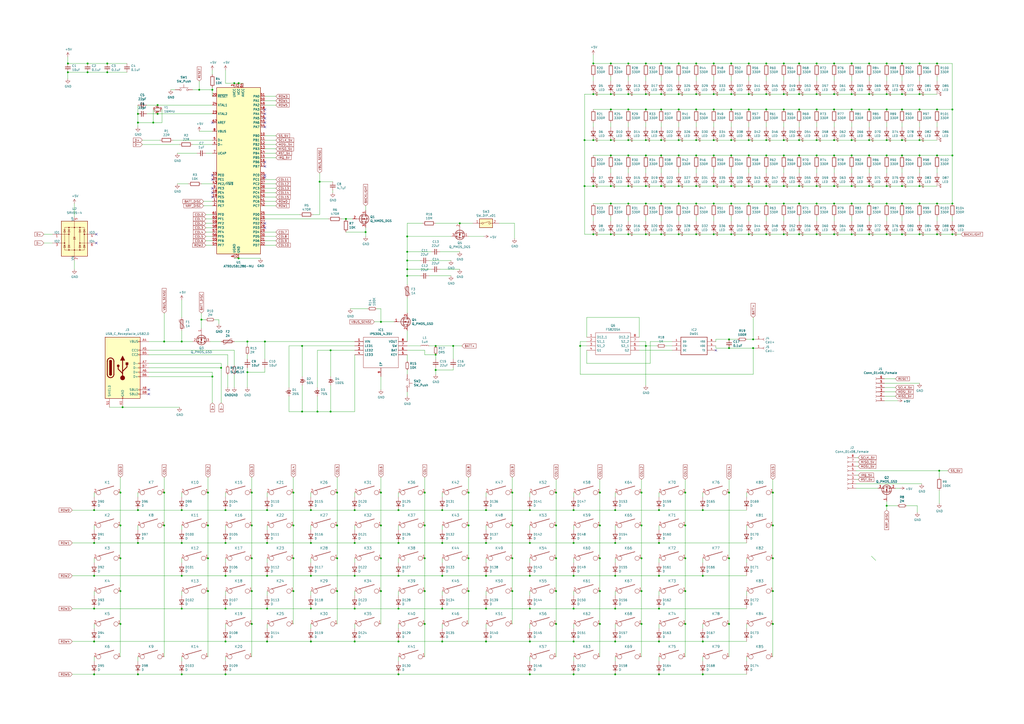
<source format=kicad_sch>
(kicad_sch (version 20211123) (generator eeschema)
  (paper "A2")
  (junction (at 463.55 135.89))
  (junction (at 205.74 353.06))
  (junction (at 523.24 36.83))
  (junction (at 533.4 81.28))
  (junction (at 80.01 314.96))
  (junction (at 80.01 295.91))
  (junction (at 407.67 372.11))
  (junction (at 383.54 118.11))
  (junction (at 494.03 36.83))
  (junction (at 297.18 342.9))
  (junction (at 322.58 304.8))
  (junction (at 434.34 107.95))
  (junction (at 434.34 54.61))
  (junction (at 130.81 334.01))
  (junction (at 271.78 342.9))
  (junction (at 414.02 135.89))
  (junction (at 397.51 285.75))
  (junction (at 364.49 63.5))
  (junction (at 120.65 285.75))
  (junction (at 154.94 353.06))
  (junction (at 354.33 90.17))
  (junction (at 504.19 36.83))
  (junction (at 422.91 361.95))
  (junction (at 246.38 323.85))
  (junction (at 130.81 391.16))
  (junction (at 153.67 198.12))
  (junction (at 393.7 63.5))
  (junction (at 374.65 63.5))
  (junction (at 347.98 285.75))
  (junction (at 62.23 41.91))
  (junction (at 135.89 48.26))
  (junction (at 424.18 63.5))
  (junction (at 154.94 372.11))
  (junction (at 347.98 323.85))
  (junction (at 424.18 107.95))
  (junction (at 393.7 135.89))
  (junction (at 424.18 90.17))
  (junction (at 444.5 63.5))
  (junction (at 185.42 105.41))
  (junction (at 180.34 314.96))
  (junction (at 364.49 81.28))
  (junction (at 543.56 36.83))
  (junction (at 236.22 137.16))
  (junction (at 483.87 135.89))
  (junction (at 297.18 285.75))
  (junction (at 262.89 200.66))
  (junction (at 494.03 54.61))
  (junction (at 236.22 146.05))
  (junction (at 494.03 81.28))
  (junction (at 483.87 90.17))
  (junction (at 454.66 54.61))
  (junction (at 463.55 63.5))
  (junction (at 205.74 295.91))
  (junction (at 448.31 285.75))
  (junction (at 91.44 66.04))
  (junction (at 422.91 323.85))
  (junction (at 448.31 342.9))
  (junction (at 494.03 63.5))
  (junction (at 454.66 90.17))
  (junction (at 364.49 107.95))
  (junction (at 383.54 63.5))
  (junction (at 146.05 304.8))
  (junction (at 434.34 36.83))
  (junction (at 281.94 314.96))
  (junction (at 382.27 391.16))
  (junction (at 231.14 353.06))
  (junction (at 322.58 285.75))
  (junction (at 514.35 36.83))
  (junction (at 393.7 107.95))
  (junction (at 332.74 391.16))
  (junction (at 143.51 198.12))
  (junction (at 344.17 81.28))
  (junction (at 344.17 54.61))
  (junction (at 454.66 36.83))
  (junction (at 483.87 118.11))
  (junction (at 246.38 361.95))
  (junction (at 105.41 314.96))
  (junction (at 116.84 185.42))
  (junction (at 180.34 353.06))
  (junction (at 220.98 186.69))
  (junction (at 256.54 295.91))
  (junction (at 444.5 135.89))
  (junction (at 146.05 361.95))
  (junction (at 483.87 63.5))
  (junction (at 256.54 353.06))
  (junction (at 212.09 134.62))
  (junction (at 494.03 118.11))
  (junction (at 271.78 285.75))
  (junction (at 220.98 342.9))
  (junction (at 354.33 36.83))
  (junction (at 236.22 156.21))
  (junction (at 454.66 81.28))
  (junction (at 231.14 295.91))
  (junction (at 307.34 372.11))
  (junction (at 473.71 118.11))
  (junction (at 393.7 36.83))
  (junction (at 403.86 135.89))
  (junction (at 354.33 54.61))
  (junction (at 297.18 323.85))
  (junction (at 403.86 107.95))
  (junction (at 504.19 81.28))
  (junction (at 523.24 90.17))
  (junction (at 95.25 285.75))
  (junction (at 444.5 36.83))
  (junction (at 252.73 200.66))
  (junction (at 544.83 273.05))
  (junction (at 170.18 323.85))
  (junction (at 483.87 107.95))
  (junction (at 252.73 214.63))
  (junction (at 322.58 342.9))
  (junction (at 374.65 54.61))
  (junction (at 256.54 314.96))
  (junction (at 436.88 201.93))
  (junction (at 146.05 342.9))
  (junction (at 170.18 285.75))
  (junction (at 50.8 41.91))
  (junction (at 504.19 90.17))
  (junction (at 383.54 107.95))
  (junction (at 339.09 107.95))
  (junction (at 143.51 215.9))
  (junction (at 281.94 372.11))
  (junction (at 372.11 342.9))
  (junction (at 422.91 201.93))
  (junction (at 504.19 107.95))
  (junction (at 138.43 48.26))
  (junction (at 543.56 118.11))
  (junction (at 393.7 90.17))
  (junction (at 281.94 353.06))
  (junction (at 523.24 63.5))
  (junction (at 69.85 361.95))
  (junction (at 504.19 135.89))
  (junction (at 364.49 118.11))
  (junction (at 444.5 107.95))
  (junction (at 372.11 361.95))
  (junction (at 231.14 391.16))
  (junction (at 205.74 372.11))
  (junction (at 246.38 304.8))
  (junction (at 297.18 304.8))
  (junction (at 473.71 36.83))
  (junction (at 180.34 372.11))
  (junction (at 354.33 81.28))
  (junction (at 463.55 81.28))
  (junction (at 414.02 36.83))
  (junction (at 403.86 118.11))
  (junction (at 307.34 295.91))
  (junction (at 54.61 372.11))
  (junction (at 120.65 342.9))
  (junction (at 523.24 81.28))
  (junction (at 543.56 135.89))
  (junction (at 434.34 81.28))
  (junction (at 514.35 293.37))
  (junction (at 382.27 314.96))
  (junction (at 397.51 323.85))
  (junction (at 50.8 36.83))
  (junction (at 246.38 342.9))
  (junction (at 54.61 314.96))
  (junction (at 364.49 90.17))
  (junction (at 252.73 205.74))
  (junction (at 383.54 135.89))
  (junction (at 354.33 135.89))
  (junction (at 523.24 118.11))
  (junction (at 195.58 342.9))
  (junction (at 424.18 135.89))
  (junction (at 504.19 54.61))
  (junction (at 448.31 323.85))
  (junction (at 54.61 295.91))
  (junction (at 354.33 118.11))
  (junction (at 332.74 372.11))
  (junction (at 123.19 52.07))
  (junction (at 414.02 81.28))
  (junction (at 154.94 295.91))
  (junction (at 332.74 314.96))
  (junction (at 205.74 334.01))
  (junction (at 473.71 90.17))
  (junction (at 382.27 372.11))
  (junction (at 130.81 372.11))
  (junction (at 105.41 353.06))
  (junction (at 473.71 107.95))
  (junction (at 336.55 200.66))
  (junction (at 170.18 304.8))
  (junction (at 434.34 118.11))
  (junction (at 71.12 236.22))
  (junction (at 454.66 107.95))
  (junction (at 200.66 127))
  (junction (at 344.17 107.95))
  (junction (at 154.94 334.01))
  (junction (at 444.5 54.61))
  (junction (at 195.58 285.75))
  (junction (at 514.35 107.95))
  (junction (at 281.94 334.01))
  (junction (at 130.81 353.06))
  (junction (at 504.19 63.5))
  (junction (at 473.71 135.89))
  (junction (at 231.14 334.01))
  (junction (at 180.34 295.91))
  (junction (at 332.74 295.91))
  (junction (at 382.27 353.06))
  (junction (at 356.87 314.96))
  (junction (at 130.81 295.91))
  (junction (at 344.17 135.89))
  (junction (at 123.19 218.44))
  (junction (at 533.4 63.5))
  (junction (at 514.35 81.28))
  (junction (at 54.61 391.16))
  (junction (at 514.35 135.89))
  (junction (at 523.24 135.89))
  (junction (at 473.71 54.61))
  (junction (at 80.01 391.16))
  (junction (at 422.91 285.75))
  (junction (at 138.43 149.86))
  (junction (at 184.15 238.76))
  (junction (at 39.37 36.83))
  (junction (at 364.49 54.61))
  (junction (at 372.11 304.8))
  (junction (at 271.78 304.8))
  (junction (at 552.45 63.5))
  (junction (at 434.34 90.17))
  (junction (at 463.55 90.17))
  (junction (at 533.4 36.83))
  (junction (at 414.02 63.5))
  (junction (at 463.55 107.95))
  (junction (at 170.18 342.9))
  (junction (at 393.7 81.28))
  (junction (at 407.67 391.16))
  (junction (at 463.55 118.11))
  (junction (at 414.02 107.95))
  (junction (at 403.86 36.83))
  (junction (at 393.7 54.61))
  (junction (at 195.58 304.8))
  (junction (at 356.87 353.06))
  (junction (at 424.18 54.61))
  (junction (at 403.86 90.17))
  (junction (at 246.38 285.75))
  (junction (at 473.71 81.28))
  (junction (at 130.81 314.96))
  (junction (at 356.87 372.11))
  (junction (at 444.5 118.11))
  (junction (at 80.01 71.12))
  (junction (at 69.85 342.9))
  (junction (at 220.98 304.8))
  (junction (at 191.77 238.76))
  (junction (at 444.5 90.17))
  (junction (at 397.51 342.9))
  (junction (at 307.34 334.01))
  (junction (at 220.98 285.75))
  (junction (at 403.86 81.28))
  (junction (at 473.71 63.5))
  (junction (at 95.25 198.12))
  (junction (at 88.9 71.12))
  (junction (at 383.54 90.17))
  (junction (at 382.27 334.01))
  (junction (at 483.87 81.28))
  (junction (at 307.34 353.06))
  (junction (at 322.58 323.85))
  (junction (at 271.78 323.85))
  (junction (at 523.24 54.61))
  (junction (at 533.4 107.95))
  (junction (at 281.94 295.91))
  (junction (at 322.58 361.95))
  (junction (at 552.45 135.89))
  (junction (at 422.91 196.85))
  (junction (at 115.57 52.07))
  (junction (at 414.02 118.11))
  (junction (at 231.14 372.11))
  (junction (at 347.98 342.9))
  (junction (at 424.18 36.83))
  (junction (at 307.34 391.16))
  (junction (at 205.74 314.96))
  (junction (at 69.85 304.8))
  (junction (at 533.4 54.61))
  (junction (at 344.17 36.83))
  (junction (at 483.87 36.83))
  (junction (at 364.49 135.89))
  (junction (at 54.61 334.01))
  (junction (at 154.94 314.96))
  (junction (at 383.54 36.83))
  (junction (at 424.18 81.28))
  (junction (at 448.31 304.8))
  (junction (at 256.54 334.01))
  (junction (at 347.98 304.8))
  (junction (at 463.55 36.83))
  (junction (at 236.22 151.13))
  (junction (at 523.24 107.95))
  (junction (at 533.4 90.17))
  (junction (at 514.35 54.61))
  (junction (at 407.67 295.91))
  (junction (at 69.85 285.75))
  (junction (at 374.65 36.83))
  (junction (at 332.74 353.06))
  (junction (at 444.5 81.28))
  (junction (at 191.77 203.2))
  (junction (at 266.7 129.54))
  (junction (at 397.51 304.8))
  (junction (at 403.86 63.5))
  (junction (at 236.22 160.02))
  (junction (at 414.02 90.17))
  (junction (at 514.35 63.5))
  (junction (at 374.65 135.89))
  (junction (at 448.31 361.95))
  (junction (at 374.65 90.17))
  (junction (at 374.65 81.28))
  (junction (at 62.23 36.83))
  (junction (at 356.87 295.91))
  (junction (at 454.66 63.5))
  (junction (at 372.11 323.85))
  (junction (at 105.41 295.91))
  (junction (at 424.18 118.11))
  (junction (at 533.4 118.11))
  (junction (at 69.85 323.85))
  (junction (at 374.65 107.95))
  (junction (at 364.49 36.83))
  (junction (at 514.35 118.11))
  (junction (at 414.02 54.61))
  (junction (at 434.34 63.5))
  (junction (at 231.14 314.96))
  (junction (at 463.55 54.61))
  (junction (at 383.54 54.61))
  (junction (at 54.61 353.06))
  (junction (at 146.05 285.75))
  (junction (at 256.54 372.11))
  (junction (at 128.27 213.36))
  (junction (at 383.54 81.28))
  (junction (at 397.51 361.95))
  (junction (at 180.34 334.01))
  (junction (at 91.44 60.96))
  (junction (at 543.56 90.17))
  (junction (at 494.03 107.95))
  (junction (at 374.65 200.66))
  (junction (at 220.98 323.85))
  (junction (at 120.65 323.85))
  (junction (at 494.03 90.17))
  (junction (at 533.4 135.89))
  (junction (at 356.87 391.16))
  (junction (at 407.67 334.01))
  (junction (at 356.87 334.01))
  (junction (at 434.34 135.89))
  (junction (at 374.65 118.11))
  (junction (at 382.27 295.91))
  (junction (at 105.41 391.16))
  (junction (at 175.26 200.66))
  (junction (at 483.87 54.61))
  (junction (at 552.45 118.11))
  (junction (at 372.11 285.75))
  (junction (at 543.56 63.5))
  (junction (at 347.98 361.95))
  (junction (at 514.35 90.17))
  (junction (at 403.86 54.61))
  (junction (at 307.34 314.96))
  (junction (at 393.7 118.11))
  (junction (at 120.65 304.8))
  (junction (at 95.25 304.8))
  (junction (at 354.33 107.95))
  (junction (at 504.19 118.11))
  (junction (at 39.37 41.91))
  (junction (at 454.66 118.11))
  (junction (at 354.33 63.5))
  (junction (at 105.41 198.12))
  (junction (at 436.88 196.85))
  (junction (at 454.66 135.89))
  (junction (at 552.45 90.17))
  (junction (at 339.09 81.28))
  (junction (at 80.01 66.04))
  (junction (at 332.74 334.01))
  (junction (at 195.58 323.85))
  (junction (at 105.41 334.01))
  (junction (at 146.05 323.85))
  (junction (at 494.03 135.89))
  (junction (at 175.26 238.76))
  (no_connect (at 153.67 66.04))
  (no_connect (at 153.67 132.08))
  (no_connect (at 153.67 101.6))
  (no_connect (at 153.67 63.5))
  (no_connect (at 153.67 68.58))
  (no_connect (at 153.67 129.54))
  (no_connect (at 86.36 226.06))
  (no_connect (at 153.67 93.98))
  (no_connect (at 153.67 102.87))
  (no_connect (at 415.29 203.2))
  (no_connect (at 123.19 104.14))
  (no_connect (at 55.88 140.97))
  (no_connect (at 123.19 114.3))
  (no_connect (at 55.88 135.89))
  (no_connect (at 153.67 96.52))
  (no_connect (at 123.19 101.6))
  (no_connect (at 153.67 71.12))
  (no_connect (at 123.19 111.76))
  (no_connect (at 86.36 228.6))
  (no_connect (at 153.67 73.66))
  (no_connect (at 123.19 71.12))
  (no_connect (at 123.19 109.22))
  (bus_entry (at 505.46 322.58) (size 2.54 2.54))
  (wire (pts (xy 364.49 36.83) (xy 354.33 36.83)))
  (wire (pts (xy 393.7 97.79) (xy 393.7 100.33)))
  (wire (pts (xy 497.84 278.13) (xy 496.57 278.13)))
  (wire (pts (xy 382.27 323.85) (xy 382.27 326.39)))
  (wire (pts (xy 271.78 304.8) (xy 271.78 323.85)))
  (wire (pts (xy 123.19 83.82) (xy 111.76 83.82)))
  (wire (pts (xy 119.38 124.46) (xy 123.19 124.46)))
  (wire (pts (xy 212.09 132.08) (xy 212.09 134.62)))
  (wire (pts (xy 434.34 54.61) (xy 444.5 54.61)))
  (wire (pts (xy 483.87 97.79) (xy 483.87 100.33)))
  (wire (pts (xy 205.74 353.06) (xy 231.14 353.06)))
  (wire (pts (xy 403.86 63.5) (xy 393.7 63.5)))
  (wire (pts (xy 415.29 200.66) (xy 415.29 201.93)))
  (wire (pts (xy 205.74 342.9) (xy 205.74 345.44)))
  (wire (pts (xy 370.84 203.2) (xy 389.89 203.2)))
  (wire (pts (xy 153.67 127) (xy 190.5 127)))
  (wire (pts (xy 39.37 33.02) (xy 39.37 36.83)))
  (wire (pts (xy 382.27 285.75) (xy 382.27 288.29)))
  (wire (pts (xy 504.19 36.83) (xy 494.03 36.83)))
  (wire (pts (xy 246.38 361.95) (xy 246.38 381)))
  (wire (pts (xy 433.07 285.75) (xy 433.07 288.29)))
  (wire (pts (xy 444.5 44.45) (xy 444.5 46.99)))
  (wire (pts (xy 344.17 81.28) (xy 354.33 81.28)))
  (wire (pts (xy 374.65 81.28) (xy 383.54 81.28)))
  (wire (pts (xy 332.74 342.9) (xy 332.74 345.44)))
  (wire (pts (xy 514.35 54.61) (xy 523.24 54.61)))
  (wire (pts (xy 383.54 90.17) (xy 374.65 90.17)))
  (wire (pts (xy 483.87 90.17) (xy 473.71 90.17)))
  (wire (pts (xy 356.87 361.95) (xy 356.87 364.49)))
  (wire (pts (xy 281.94 323.85) (xy 281.94 326.39)))
  (wire (pts (xy 347.98 285.75) (xy 347.98 304.8)))
  (wire (pts (xy 424.18 71.12) (xy 424.18 73.66)))
  (wire (pts (xy 370.84 184.15) (xy 370.84 195.58)))
  (wire (pts (xy 463.55 36.83) (xy 454.66 36.83)))
  (wire (pts (xy 105.41 353.06) (xy 130.81 353.06)))
  (wire (pts (xy 403.86 71.12) (xy 403.86 73.66)))
  (wire (pts (xy 414.02 90.17) (xy 403.86 90.17)))
  (wire (pts (xy 180.34 342.9) (xy 180.34 345.44)))
  (wire (pts (xy 95.25 198.12) (xy 105.41 198.12)))
  (wire (pts (xy 374.65 118.11) (xy 383.54 118.11)))
  (wire (pts (xy 54.61 353.06) (xy 41.91 353.06)))
  (wire (pts (xy 552.45 90.17) (xy 543.56 90.17)))
  (wire (pts (xy 533.4 118.11) (xy 543.56 118.11)))
  (wire (pts (xy 374.65 36.83) (xy 364.49 36.83)))
  (wire (pts (xy 184.15 238.76) (xy 191.77 238.76)))
  (wire (pts (xy 364.49 44.45) (xy 364.49 46.99)))
  (wire (pts (xy 205.74 361.95) (xy 205.74 364.49)))
  (wire (pts (xy 533.4 71.12) (xy 533.4 73.66)))
  (wire (pts (xy 236.22 156.21) (xy 236.22 160.02)))
  (wire (pts (xy 180.34 334.01) (xy 154.94 334.01)))
  (wire (pts (xy 205.74 314.96) (xy 180.34 314.96)))
  (wire (pts (xy 115.57 46.99) (xy 115.57 52.07)))
  (wire (pts (xy 393.7 90.17) (xy 383.54 90.17)))
  (wire (pts (xy 434.34 90.17) (xy 424.18 90.17)))
  (wire (pts (xy 175.26 218.44) (xy 175.26 200.66)))
  (wire (pts (xy 364.49 135.89) (xy 374.65 135.89)))
  (wire (pts (xy 444.5 36.83) (xy 434.34 36.83)))
  (wire (pts (xy 533.4 63.5) (xy 523.24 63.5)))
  (wire (pts (xy 552.45 118.11) (xy 543.56 118.11)))
  (wire (pts (xy 514.35 97.79) (xy 514.35 100.33)))
  (wire (pts (xy 297.18 342.9) (xy 297.18 361.95)))
  (wire (pts (xy 344.17 31.75) (xy 344.17 36.83)))
  (wire (pts (xy 523.24 125.73) (xy 523.24 128.27)))
  (wire (pts (xy 236.22 165.1) (xy 236.22 160.02)))
  (wire (pts (xy 514.35 90.17) (xy 504.19 90.17)))
  (wire (pts (xy 135.89 198.12) (xy 143.51 198.12)))
  (wire (pts (xy 322.58 304.8) (xy 322.58 323.85)))
  (wire (pts (xy 105.41 323.85) (xy 105.41 326.39)))
  (wire (pts (xy 347.98 361.95) (xy 347.98 381)))
  (wire (pts (xy 154.94 342.9) (xy 154.94 345.44)))
  (wire (pts (xy 347.98 304.8) (xy 347.98 323.85)))
  (wire (pts (xy 205.74 203.2) (xy 191.77 203.2)))
  (wire (pts (xy 407.67 391.16) (xy 433.07 391.16)))
  (wire (pts (xy 463.55 125.73) (xy 463.55 128.27)))
  (wire (pts (xy 105.41 295.91) (xy 80.01 295.91)))
  (wire (pts (xy 364.49 125.73) (xy 364.49 128.27)))
  (wire (pts (xy 307.34 391.16) (xy 332.74 391.16)))
  (wire (pts (xy 54.61 304.8) (xy 54.61 307.34)))
  (wire (pts (xy 25.4 140.97) (xy 30.48 140.97)))
  (wire (pts (xy 543.56 36.83) (xy 533.4 36.83)))
  (wire (pts (xy 236.22 227.33) (xy 236.22 229.87)))
  (wire (pts (xy 153.67 198.12) (xy 205.74 198.12)))
  (wire (pts (xy 121.92 198.12) (xy 128.27 198.12)))
  (wire (pts (xy 448.31 285.75) (xy 448.31 278.13)))
  (wire (pts (xy 120.65 304.8) (xy 120.65 323.85)))
  (wire (pts (xy 434.34 44.45) (xy 434.34 46.99)))
  (wire (pts (xy 62.23 41.91) (xy 73.66 41.91)))
  (wire (pts (xy 86.36 210.82) (xy 128.27 210.82)))
  (wire (pts (xy 383.54 54.61) (xy 393.7 54.61)))
  (wire (pts (xy 473.71 44.45) (xy 473.71 46.99)))
  (wire (pts (xy 119.38 134.62) (xy 123.19 134.62)))
  (wire (pts (xy 130.81 40.64) (xy 130.81 48.26)))
  (wire (pts (xy 383.54 36.83) (xy 374.65 36.83)))
  (wire (pts (xy 212.09 134.62) (xy 212.09 137.16)))
  (wire (pts (xy 473.71 97.79) (xy 473.71 100.33)))
  (wire (pts (xy 372.11 304.8) (xy 372.11 323.85)))
  (wire (pts (xy 105.41 334.01) (xy 54.61 334.01)))
  (wire (pts (xy 444.5 90.17) (xy 434.34 90.17)))
  (wire (pts (xy 364.49 90.17) (xy 354.33 90.17)))
  (wire (pts (xy 123.19 218.44) (xy 123.19 233.68)))
  (wire (pts (xy 205.74 238.76) (xy 205.74 205.74)))
  (wire (pts (xy 91.44 66.04) (xy 123.19 66.04)))
  (wire (pts (xy 123.19 40.64) (xy 123.19 43.18)))
  (wire (pts (xy 167.64 238.76) (xy 175.26 238.76)))
  (wire (pts (xy 434.34 125.73) (xy 434.34 128.27)))
  (wire (pts (xy 356.87 323.85) (xy 356.87 326.39)))
  (wire (pts (xy 382.27 391.16) (xy 407.67 391.16)))
  (wire (pts (xy 80.01 381) (xy 80.01 383.54)))
  (wire (pts (xy 339.09 81.28) (xy 344.17 81.28)))
  (wire (pts (xy 543.56 125.73) (xy 543.56 128.27)))
  (wire (pts (xy 54.61 314.96) (xy 41.91 314.96)))
  (wire (pts (xy 271.78 285.75) (xy 271.78 276.86)))
  (wire (pts (xy 102.87 106.68) (xy 109.22 106.68)))
  (wire (pts (xy 424.18 81.28) (xy 434.34 81.28)))
  (wire (pts (xy 143.51 215.9) (xy 143.51 224.79)))
  (wire (pts (xy 393.7 36.83) (xy 383.54 36.83)))
  (wire (pts (xy 407.67 295.91) (xy 382.27 295.91)))
  (wire (pts (xy 364.49 71.12) (xy 364.49 73.66)))
  (wire (pts (xy 138.43 48.26) (xy 135.89 48.26)))
  (wire (pts (xy 262.89 208.28) (xy 262.89 200.66)))
  (wire (pts (xy 236.22 137.16) (xy 261.62 137.16)))
  (wire (pts (xy 513.08 229.87) (xy 519.43 229.87)))
  (wire (pts (xy 231.14 323.85) (xy 231.14 326.39)))
  (wire (pts (xy 407.67 381) (xy 407.67 383.54)))
  (wire (pts (xy 54.61 353.06) (xy 105.41 353.06)))
  (wire (pts (xy 236.22 214.63) (xy 236.22 217.17)))
  (wire (pts (xy 514.35 107.95) (xy 523.24 107.95)))
  (wire (pts (xy 205.74 295.91) (xy 180.34 295.91)))
  (wire (pts (xy 473.71 81.28) (xy 483.87 81.28)))
  (wire (pts (xy 444.5 97.79) (xy 444.5 100.33)))
  (wire (pts (xy 523.24 71.12) (xy 523.24 73.66)))
  (wire (pts (xy 383.54 97.79) (xy 383.54 100.33)))
  (wire (pts (xy 463.55 97.79) (xy 463.55 100.33)))
  (wire (pts (xy 532.13 293.37) (xy 525.78 293.37)))
  (wire (pts (xy 374.65 90.17) (xy 364.49 90.17)))
  (wire (pts (xy 374.65 71.12) (xy 374.65 73.66)))
  (wire (pts (xy 364.49 107.95) (xy 374.65 107.95)))
  (wire (pts (xy 533.4 97.79) (xy 533.4 100.33)))
  (wire (pts (xy 354.33 63.5) (xy 344.17 63.5)))
  (wire (pts (xy 552.45 63.5) (xy 552.45 90.17)))
  (wire (pts (xy 105.41 173.99) (xy 105.41 184.15)))
  (wire (pts (xy 383.54 107.95) (xy 393.7 107.95)))
  (wire (pts (xy 454.66 36.83) (xy 444.5 36.83)))
  (wire (pts (xy 175.26 238.76) (xy 175.26 223.52)))
  (wire (pts (xy 433.07 381) (xy 433.07 383.54)))
  (wire (pts (xy 271.78 342.9) (xy 271.78 361.95)))
  (wire (pts (xy 434.34 107.95) (xy 444.5 107.95)))
  (wire (pts (xy 414.02 71.12) (xy 414.02 73.66)))
  (wire (pts (xy 307.34 304.8) (xy 307.34 307.34)))
  (wire (pts (xy 514.35 71.12) (xy 514.35 73.66)))
  (wire (pts (xy 473.71 54.61) (xy 483.87 54.61)))
  (wire (pts (xy 105.41 304.8) (xy 105.41 307.34)))
  (wire (pts (xy 130.81 314.96) (xy 105.41 314.96)))
  (wire (pts (xy 514.35 125.73) (xy 514.35 128.27)))
  (wire (pts (xy 454.66 63.5) (xy 444.5 63.5)))
  (wire (pts (xy 364.49 97.79) (xy 364.49 100.33)))
  (wire (pts (xy 374.65 200.66) (xy 370.84 200.66)))
  (wire (pts (xy 424.18 135.89) (xy 434.34 135.89)))
  (wire (pts (xy 494.03 118.11) (xy 504.19 118.11)))
  (wire (pts (xy 523.24 135.89) (xy 533.4 135.89)))
  (wire (pts (xy 135.89 149.86) (xy 138.43 149.86)))
  (wire (pts (xy 146.05 323.85) (xy 146.05 342.9)))
  (wire (pts (xy 434.34 97.79) (xy 434.34 100.33)))
  (wire (pts (xy 544.83 273.05) (xy 496.57 273.05)))
  (wire (pts (xy 497.84 267.97) (xy 496.57 267.97)))
  (wire (pts (xy 167.64 200.66) (xy 167.64 224.79)))
  (wire (pts (xy 504.19 118.11) (xy 514.35 118.11)))
  (wire (pts (xy 414.02 135.89) (xy 424.18 135.89)))
  (wire (pts (xy 119.38 142.24) (xy 123.19 142.24)))
  (wire (pts (xy 332.74 334.01) (xy 307.34 334.01)))
  (wire (pts (xy 132.08 205.74) (xy 132.08 212.09)))
  (wire (pts (xy 422.91 285.75) (xy 422.91 278.13)))
  (wire (pts (xy 322.58 285.75) (xy 322.58 278.13)))
  (wire (pts (xy 184.15 238.76) (xy 175.26 238.76)))
  (wire (pts (xy 339.09 81.28) (xy 339.09 107.95)))
  (wire (pts (xy 407.67 372.11) (xy 382.27 372.11)))
  (wire (pts (xy 356.87 342.9) (xy 356.87 345.44)))
  (wire (pts (xy 344.17 54.61) (xy 339.09 54.61)))
  (wire (pts (xy 473.71 71.12) (xy 473.71 73.66)))
  (wire (pts (xy 154.94 295.91) (xy 130.81 295.91)))
  (wire (pts (xy 557.53 135.89) (xy 552.45 135.89)))
  (wire (pts (xy 128.27 213.36) (xy 86.36 213.36)))
  (wire (pts (xy 415.29 196.85) (xy 422.91 196.85)))
  (wire (pts (xy 95.25 285.75) (xy 95.25 276.86)))
  (wire (pts (xy 95.25 285.75) (xy 95.25 304.8)))
  (wire (pts (xy 374.65 200.66) (xy 374.65 223.52)))
  (wire (pts (xy 381 200.66) (xy 374.65 200.66)))
  (wire (pts (xy 354.33 135.89) (xy 364.49 135.89)))
  (wire (pts (xy 69.85 304.8) (xy 69.85 323.85)))
  (wire (pts (xy 307.34 381) (xy 307.34 383.54)))
  (wire (pts (xy 340.36 195.58) (xy 340.36 184.15)))
  (wire (pts (xy 433.07 314.96) (xy 382.27 314.96)))
  (wire (pts (xy 143.51 198.12) (xy 153.67 198.12)))
  (wire (pts (xy 533.4 81.28) (xy 543.56 81.28)))
  (wire (pts (xy 434.34 135.89) (xy 444.5 135.89)))
  (wire (pts (xy 494.03 36.83) (xy 483.87 36.83)))
  (wire (pts (xy 422.91 285.75) (xy 422.91 323.85)))
  (wire (pts (xy 123.19 218.44) (xy 86.36 218.44)))
  (wire (pts (xy 397.51 361.95) (xy 397.51 381)))
  (wire (pts (xy 54.61 334.01) (xy 41.91 334.01)))
  (wire (pts (xy 383.54 81.28) (xy 393.7 81.28)))
  (wire (pts (xy 271.78 137.16) (xy 280.67 137.16)))
  (wire (pts (xy 473.71 36.83) (xy 463.55 36.83)))
  (wire (pts (xy 433.07 196.85) (xy 436.88 196.85)))
  (wire (pts (xy 533.4 222.25) (xy 513.08 222.25)))
  (wire (pts (xy 543.56 44.45) (xy 543.56 46.99)))
  (wire (pts (xy 262.89 214.63) (xy 262.89 213.36)))
  (wire (pts (xy 297.18 285.75) (xy 297.18 304.8)))
  (wire (pts (xy 180.34 304.8) (xy 180.34 307.34)))
  (wire (pts (xy 494.03 107.95) (xy 504.19 107.95)))
  (wire (pts (xy 252.73 214.63) (xy 252.73 217.17)))
  (wire (pts (xy 407.67 361.95) (xy 407.67 364.49)))
  (wire (pts (xy 433.07 334.01) (xy 407.67 334.01)))
  (wire (pts (xy 256.54 304.8) (xy 256.54 307.34)))
  (wire (pts (xy 180.34 372.11) (xy 154.94 372.11)))
  (wire (pts (xy 153.67 83.82) (xy 160.02 83.82)))
  (wire (pts (xy 374.65 107.95) (xy 383.54 107.95)))
  (wire (pts (xy 444.5 135.89) (xy 454.66 135.89)))
  (wire (pts (xy 130.81 295.91) (xy 105.41 295.91)))
  (wire (pts (xy 336.55 200.66) (xy 336.55 217.17)))
  (wire (pts (xy 494.03 63.5) (xy 483.87 63.5)))
  (wire (pts (xy 354.33 36.83) (xy 344.17 36.83)))
  (wire (pts (xy 436.88 217.17) (xy 436.88 201.93)))
  (wire (pts (xy 514.35 135.89) (xy 523.24 135.89)))
  (wire (pts (xy 514.35 36.83) (xy 504.19 36.83)))
  (wire (pts (xy 153.67 119.38) (xy 160.02 119.38)))
  (wire (pts (xy 231.14 361.95) (xy 231.14 364.49)))
  (wire (pts (xy 382.27 314.96) (xy 356.87 314.96)))
  (wire (pts (xy 85.09 60.96) (xy 91.44 60.96)))
  (wire (pts (xy 236.22 203.2) (xy 246.38 203.2)))
  (wire (pts (xy 130.81 304.8) (xy 130.81 307.34)))
  (wire (pts (xy 354.33 125.73) (xy 354.33 128.27)))
  (wire (pts (xy 266.7 129.54) (xy 252.73 129.54)))
  (wire (pts (xy 483.87 54.61) (xy 494.03 54.61)))
  (wire (pts (xy 41.91 295.91) (xy 54.61 295.91)))
  (wire (pts (xy 523.24 90.17) (xy 514.35 90.17)))
  (wire (pts (xy 433.07 304.8) (xy 433.07 307.34)))
  (wire (pts (xy 332.74 323.85) (xy 332.74 326.39)))
  (wire (pts (xy 473.71 63.5) (xy 463.55 63.5)))
  (wire (pts (xy 185.42 100.33) (xy 185.42 105.41)))
  (wire (pts (xy 191.77 238.76) (xy 191.77 223.52)))
  (wire (pts (xy 444.5 81.28) (xy 454.66 81.28)))
  (wire (pts (xy 154.94 323.85) (xy 154.94 326.39)))
  (wire (pts (xy 105.41 391.16) (xy 130.81 391.16)))
  (wire (pts (xy 195.58 304.8) (xy 195.58 323.85)))
  (wire (pts (xy 252.73 205.74) (xy 252.73 208.28)))
  (wire (pts (xy 123.19 50.8) (xy 123.19 52.07)))
  (wire (pts (xy 383.54 125.73) (xy 383.54 128.27)))
  (wire (pts (xy 231.14 342.9) (xy 231.14 345.44)))
  (wire (pts (xy 252.73 213.36) (xy 252.73 214.63)))
  (wire (pts (xy 167.64 229.87) (xy 167.64 238.76)))
  (wire (pts (xy 205.74 200.66) (xy 175.26 200.66)))
  (wire (pts (xy 130.81 285.75) (xy 130.81 288.29)))
  (wire (pts (xy 153.67 58.42) (xy 160.02 58.42)))
  (wire (pts (xy 523.24 44.45) (xy 523.24 46.99)))
  (wire (pts (xy 543.56 90.17) (xy 533.4 90.17)))
  (wire (pts (xy 454.66 135.89) (xy 463.55 135.89)))
  (wire (pts (xy 246.38 285.75) (xy 246.38 304.8)))
  (wire (pts (xy 123.19 215.9) (xy 123.19 218.44)))
  (wire (pts (xy 374.65 125.73) (xy 374.65 128.27)))
  (wire (pts (xy 422.91 361.95) (xy 422.91 381)))
  (wire (pts (xy 374.65 63.5) (xy 364.49 63.5)))
  (wire (pts (xy 130.81 323.85) (xy 130.81 326.39)))
  (wire (pts (xy 340.36 184.15) (xy 370.84 184.15)))
  (wire (pts (xy 336.55 198.12) (xy 336.55 200.66)))
  (wire (pts (xy 332.74 353.06) (xy 356.87 353.06)))
  (wire (pts (xy 322.58 285.75) (xy 322.58 304.8)))
  (wire (pts (xy 483.87 36.83) (xy 473.71 36.83)))
  (wire (pts (xy 220.98 304.8) (xy 220.98 323.85)))
  (wire (pts (xy 483.87 44.45) (xy 483.87 46.99)))
  (wire (pts (xy 246.38 205.74) (xy 252.73 205.74)))
  (wire (pts (xy 91.44 60.96) (xy 123.19 60.96)))
  (wire (pts (xy 69.85 342.9) (xy 69.85 361.95)))
  (wire (pts (xy 483.87 125.73) (xy 483.87 128.27)))
  (wire (pts (xy 119.38 139.7) (xy 123.19 139.7)))
  (wire (pts (xy 180.34 295.91) (xy 154.94 295.91)))
  (wire (pts (xy 135.89 217.17) (xy 135.89 224.79)))
  (wire (pts (xy 80.01 304.8) (xy 80.01 307.34)))
  (wire (pts (xy 256.54 353.06) (xy 281.94 353.06)))
  (wire (pts (xy 463.55 81.28) (xy 473.71 81.28)))
  (wire (pts (xy 414.02 81.28) (xy 424.18 81.28)))
  (wire (pts (xy 170.18 323.85) (xy 170.18 342.9)))
  (wire (pts (xy 153.67 142.24) (xy 160.02 142.24)))
  (wire (pts (xy 436.88 196.85) (xy 438.15 196.85)))
  (wire (pts (xy 543.56 36.83) (xy 552.45 36.83)))
  (wire (pts (xy 372.11 285.75) (xy 372.11 278.13)))
  (wire (pts (xy 494.03 44.45) (xy 494.03 46.99)))
  (wire (pts (xy 200.66 134.62) (xy 212.09 134.62)))
  (wire (pts (xy 322.58 342.9) (xy 322.58 361.95)))
  (wire (pts (xy 153.67 215.9) (xy 143.51 215.9)))
  (wire (pts (xy 494.03 125.73) (xy 494.03 128.27)))
  (wire (pts (xy 354.33 54.61) (xy 364.49 54.61)))
  (wire (pts (xy 175.26 200.66) (xy 167.64 200.66)))
  (wire (pts (xy 339.09 135.89) (xy 344.17 135.89)))
  (wire (pts (xy 533.4 125.73) (xy 533.4 128.27)))
  (wire (pts (xy 153.67 114.3) (xy 160.02 114.3)))
  (wire (pts (xy 256.54 323.85) (xy 256.54 326.39)))
  (wire (pts (xy 246.38 323.85) (xy 246.38 342.9)))
  (wire (pts (xy 372.11 285.75) (xy 372.11 304.8)))
  (wire (pts (xy 153.67 139.7) (xy 160.02 139.7)))
  (wire (pts (xy 220.98 285.75) (xy 220.98 276.86)))
  (wire (pts (xy 463.55 71.12) (xy 463.55 73.66)))
  (wire (pts (xy 246.38 304.8) (xy 246.38 323.85)))
  (wire (pts (xy 463.55 63.5) (xy 454.66 63.5)))
  (wire (pts (xy 170.18 304.8) (xy 170.18 323.85)))
  (wire (pts (xy 504.19 90.17) (xy 494.03 90.17)))
  (wire (pts (xy 261.62 160.02) (xy 248.92 160.02)))
  (wire (pts (xy 271.78 285.75) (xy 271.78 304.8)))
  (wire (pts (xy 393.7 135.89) (xy 403.86 135.89)))
  (wire (pts (xy 281.94 285.75) (xy 281.94 288.29)))
  (wire (pts (xy 543.56 63.5) (xy 533.4 63.5)))
  (wire (pts (xy 119.38 127) (xy 123.19 127)))
  (wire (pts (xy 424.18 54.61) (xy 434.34 54.61)))
  (wire (pts (xy 549.91 273.05) (xy 544.83 273.05)))
  (wire (pts (xy 54.61 361.95) (xy 54.61 364.49)))
  (wire (pts (xy 448.31 361.95) (xy 448.31 381)))
  (wire (pts (xy 252.73 200.66) (xy 248.92 200.66)))
  (wire (pts (xy 344.17 71.12) (xy 344.17 73.66)))
  (wire (pts (xy 504.19 63.5) (xy 494.03 63.5)))
  (wire (pts (xy 356.87 285.75) (xy 356.87 288.29)))
  (wire (pts (xy 434.34 81.28) (xy 444.5 81.28)))
  (wire (pts (xy 454.66 90.17) (xy 444.5 90.17)))
  (wire (pts (xy 100.33 81.28) (xy 123.19 81.28)))
  (wire (pts (xy 105.41 381) (xy 105.41 383.54)))
  (wire (pts (xy 494.03 81.28) (xy 504.19 81.28)))
  (wire (pts (xy 120.65 342.9) (xy 120.65 381)))
  (wire (pts (xy 552.45 63.5) (xy 543.56 63.5)))
  (wire (pts (xy 552.45 125.73) (xy 552.45 128.27)))
  (wire (pts (xy 62.23 36.83) (xy 73.66 36.83)))
  (wire (pts (xy 434.34 63.5) (xy 424.18 63.5)))
  (wire (pts (xy 372.11 323.85) (xy 372.11 342.9)))
  (wire (pts (xy 138.43 48.26) (xy 140.97 48.26)))
  (wire (pts (xy 386.08 200.66) (xy 389.89 200.66)))
  (wire (pts (xy 354.33 107.95) (xy 364.49 107.95)))
  (wire (pts (xy 231.14 391.16) (xy 307.34 391.16)))
  (wire (pts (xy 407.67 323.85) (xy 407.67 326.39)))
  (wire (pts (xy 39.37 36.83) (xy 50.8 36.83)))
  (wire (pts (xy 393.7 107.95) (xy 403.86 107.95)))
  (wire (pts (xy 344.17 44.45) (xy 344.17 46.99)))
  (wire (pts (xy 514.35 118.11) (xy 523.24 118.11)))
  (wire (pts (xy 130.81 361.95) (xy 130.81 364.49)))
  (wire (pts (xy 403.86 36.83) (xy 393.7 36.83)))
  (wire (pts (xy 130.81 342.9) (xy 130.81 345.44)))
  (wire (pts (xy 170.18 285.75) (xy 170.18 276.86)))
  (wire (pts (xy 245.11 129.54) (xy 236.22 129.54)))
  (wire (pts (xy 483.87 63.5) (xy 473.71 63.5)))
  (wire (pts (xy 95.25 181.61) (xy 95.25 198.12)))
  (wire (pts (xy 271.78 323.85) (xy 271.78 342.9)))
  (wire (pts (xy 205.74 304.8) (xy 205.74 307.34)))
  (wire (pts (xy 180.34 353.06) (xy 205.74 353.06)))
  (wire (pts (xy 344.17 107.95) (xy 354.33 107.95)))
  (wire (pts (xy 496.57 283.21) (xy 509.27 283.21)))
  (wire (pts (xy 203.2 179.07) (xy 213.36 179.07)))
  (wire (pts (xy 344.17 135.89) (xy 354.33 135.89)))
  (wire (pts (xy 146.05 304.8) (xy 146.05 323.85)))
  (wire (pts (xy 483.87 118.11) (xy 494.03 118.11)))
  (wire (pts (xy 69.85 285.75) (xy 69.85 304.8)))
  (wire (pts (xy 403.86 135.89) (xy 414.02 135.89)))
  (wire (pts (xy 473.71 135.89) (xy 483.87 135.89)))
  (wire (pts (xy 218.44 179.07) (xy 220.98 179.07)))
  (wire (pts (xy 153.67 78.74) (xy 160.02 78.74)))
  (wire (pts (xy 231.14 314.96) (xy 205.74 314.96)))
  (wire (pts (xy 340.36 203.2) (xy 340.36 210.82)))
  (wire (pts (xy 494.03 135.89) (xy 504.19 135.89)))
  (wire (pts (xy 347.98 323.85) (xy 347.98 342.9)))
  (wire (pts (xy 191.77 238.76) (xy 205.74 238.76)))
  (wire (pts (xy 80.01 295.91) (xy 54.61 295.91)))
  (wire (pts (xy 307.34 372.11) (xy 281.94 372.11)))
  (wire (pts (xy 252.73 214.63) (xy 262.89 214.63)))
  (wire (pts (xy 153.67 106.68) (xy 160.02 106.68)))
  (wire (pts (xy 153.67 124.46) (xy 173.99 124.46)))
  (wire (pts (xy 120.65 285.75) (xy 120.65 276.86)))
  (wire (pts (xy 523.24 97.79) (xy 523.24 100.33)))
  (wire (pts (xy 154.94 334.01) (xy 130.81 334.01)))
  (wire (pts (xy 414.02 97.79) (xy 414.02 100.33)))
  (wire (pts (xy 552.45 36.83) (xy 552.45 63.5)))
  (wire (pts (xy 281.94 334.01) (xy 256.54 334.01)))
  (wire (pts (xy 332.74 304.8) (xy 332.74 307.34)))
  (wire (pts (xy 69.85 361.95) (xy 69.85 381)))
  (wire (pts (xy 336.55 200.66) (xy 340.36 200.66)))
  (wire (pts (xy 463.55 118.11) (xy 473.71 118.11)))
  (wire (pts (xy 116.84 185.42) (xy 119.38 185.42)))
  (wire (pts (xy 205.74 334.01) (xy 180.34 334.01)))
  (wire (pts (xy 444.5 107.95) (xy 454.66 107.95)))
  (wire (pts (xy 250.19 146.05) (xy 236.22 146.05)))
  (wire (pts (xy 105.41 285.75) (xy 105.41 288.29)))
  (wire (pts (xy 332.74 361.95) (xy 332.74 364.49)))
  (wire (pts (xy 433.07 342.9) (xy 433.07 345.44)))
  (wire (pts (xy 414.02 125.73) (xy 414.02 128.27)))
  (wire (pts (xy 513.08 227.33) (xy 519.43 227.33)))
  (wire (pts (xy 88.9 63.5) (xy 88.9 71.12)))
  (wire (pts (xy 332.74 391.16) (xy 356.87 391.16)))
  (wire (pts (xy 382.27 295.91) (xy 356.87 295.91)))
  (wire (pts (xy 407.67 334.01) (xy 382.27 334.01)))
  (wire (pts (xy 397.51 342.9) (xy 397.51 361.95)))
  (wire (pts (xy 143.51 205.74) (xy 143.51 208.28)))
  (wire (pts (xy 281.94 361.95) (xy 281.94 364.49)))
  (wire (pts (xy 130.81 334.01) (xy 105.41 334.01)))
  (wire (pts (xy 153.67 86.36) (xy 160.02 86.36)))
  (wire (pts (xy 497.84 265.43) (xy 496.57 265.43)))
  (wire (pts (xy 256.54 314.96) (xy 231.14 314.96)))
  (wire (pts (xy 397.51 285.75) (xy 397.51 304.8)))
  (wire (pts (xy 101.6 52.07) (xy 99.06 52.07)))
  (wire (pts (xy 146.05 285.75) (xy 146.05 304.8)))
  (wire (pts (xy 397.51 304.8) (xy 397.51 323.85)))
  (wire (pts (xy 41.91 391.16) (xy 54.61 391.16)))
  (wire (pts (xy 256.54 342.9) (xy 256.54 345.44)))
  (wire (pts (xy 63.5 236.22) (xy 71.12 236.22)))
  (wire (pts (xy 448.31 342.9) (xy 448.31 361.95)))
  (wire (pts (xy 220.98 226.06) (xy 220.98 218.44)))
  (wire (pts (xy 151.13 149.86) (xy 138.43 149.86)))
  (wire (pts (xy 407.67 285.75) (xy 407.67 288.29)))
  (wire (pts (xy 364.49 63.5) (xy 354.33 63.5)))
  (wire (pts (xy 220.98 342.9) (xy 220.98 361.95)))
  (wire (pts (xy 523.24 81.28) (xy 533.4 81.28)))
  (wire (pts (xy 339.09 54.61) (xy 339.09 81.28)))
  (wire (pts (xy 246.38 203.2) (xy 246.38 205.74)))
  (wire (pts (xy 444.5 118.11) (xy 454.66 118.11)))
  (wire (pts (xy 454.66 71.12) (xy 454.66 73.66)))
  (wire (pts (xy 414.02 118.11) (xy 424.18 118.11)))
  (wire (pts (xy 521.97 283.21) (xy 519.43 283.21)))
  (wire (pts (xy 236.22 151.13) (xy 243.84 151.13)))
  (wire (pts (xy 494.03 71.12) (xy 494.03 73.66)))
  (wire (pts (xy 414.02 44.45) (xy 414.02 46.99)))
  (wire (pts (xy 154.94 314.96) (xy 130.81 314.96)))
  (wire (pts (xy 344.17 118.11) (xy 354.33 118.11)))
  (wire (pts (xy 297.18 323.85) (xy 297.18 342.9)))
  (wire (pts (xy 424.18 97.79) (xy 424.18 100.33)))
  (wire (pts (xy 130.81 48.26) (xy 135.89 48.26)))
  (wire (pts (xy 307.34 353.06) (xy 332.74 353.06)))
  (wire (pts (xy 185.42 124.46) (xy 181.61 124.46)))
  (wire (pts (xy 50.8 41.91) (xy 62.23 41.91)))
  (wire (pts (xy 552.45 90.17) (xy 552.45 118.11)))
  (wire (pts (xy 354.33 71.12) (xy 354.33 73.66)))
  (wire (pts (xy 356.87 295.91) (xy 332.74 295.91)))
  (wire (pts (xy 243.84 200.66) (xy 236.22 200.66)))
  (wire (pts (xy 448.31 323.85) (xy 448.31 342.9)))
  (wire (pts (xy 504.19 107.95) (xy 514.35 107.95)))
  (wire (pts (xy 228.6 186.69) (xy 220.98 186.69)))
  (wire (pts (xy 356.87 304.8) (xy 356.87 307.34)))
  (wire (pts (xy 332.74 381) (xy 332.74 383.54)))
  (wire (pts (xy 39.37 41.91) (xy 50.8 41.91)))
  (wire (pts (xy 497.84 275.59) (xy 496.57 275.59)))
  (wire (pts (xy 533.4 44.45) (xy 533.4 46.99)))
  (wire (pts (xy 473.71 125.73) (xy 473.71 128.27)))
  (wire (pts (xy 116.84 181.61) (xy 116.84 185.42)))
  (wire (pts (xy 54.61 342.9) (xy 54.61 345.44)))
  (wire (pts (xy 118.11 119.38) (xy 123.19 119.38)))
  (wire (pts (xy 543.56 97.79) (xy 543.56 100.33)))
  (wire (pts (xy 403.86 97.79) (xy 403.86 100.33)))
  (wire (pts (xy 54.61 285.75) (xy 54.61 288.29)))
  (wire (pts (xy 463.55 107.95) (xy 473.71 107.95)))
  (wire (pts (xy 356.87 372.11) (xy 332.74 372.11)))
  (wire (pts (xy 433.07 372.11) (xy 407.67 372.11)))
  (wire (pts (xy 444.5 125.73) (xy 444.5 128.27)))
  (wire (pts (xy 93.98 71.12) (xy 93.98 63.5)))
  (wire (pts (xy 231.14 353.06) (xy 256.54 353.06)))
  (wire (pts (xy 212.09 119.38) (xy 212.09 121.92)))
  (wire (pts (xy 424.18 125.73) (xy 424.18 128.27)))
  (wire (pts (xy 514.35 81.28) (xy 523.24 81.28)))
  (wire (pts (xy 146.05 285.75) (xy 146.05 276.86)))
  (wire (pts (xy 454.66 44.45) (xy 454.66 46.99)))
  (wire (pts (xy 393.7 125.73) (xy 393.7 128.27)))
  (wire (pts (xy 422.91 196.85) (xy 427.99 196.85)))
  (wire (pts (xy 119.38 129.54) (xy 123.19 129.54)))
  (wire (pts (xy 483.87 135.89) (xy 494.03 135.89)))
  (wire (pts (xy 382.27 361.95) (xy 382.27 364.49)))
  (wire (pts (xy 403.86 44.45) (xy 403.86 46.99)))
  (wire (pts (xy 191.77 203.2) (xy 184.15 203.2)))
  (wire (pts (xy 370.84 198.12) (xy 374.65 198.12)))
  (wire (pts (xy 246.38 342.9) (xy 246.38 361.95)))
  (wire (pts (xy 514.35 290.83) (xy 514.35 293.37)))
  (wire (pts (xy 115.57 76.2) (xy 123.19 76.2)))
  (wire (pts (xy 86.36 203.2) (xy 135.89 203.2)))
  (wire (pts (xy 80.01 314.96) (xy 54.61 314.96)))
  (wire (pts (xy 119.38 88.9) (xy 123.19 88.9)))
  (wire (pts (xy 297.18 285.75) (xy 297.18 276.86)))
  (wire (pts (xy 54.61 391.16) (xy 80.01 391.16)))
  (wire (pts (xy 513.08 224.79) (xy 519.43 224.79)))
  (wire (pts (xy 153.67 55.88) (xy 160.02 55.88)))
  (wire (pts (xy 523.24 63.5) (xy 514.35 63.5)))
  (wire (pts (xy 533.4 90.17) (xy 523.24 90.17)))
  (wire (pts (xy 393.7 54.61) (xy 403.86 54.61)))
  (wire (pts (xy 231.14 381) (xy 231.14 383.54)))
  (wire (pts (xy 364.49 81.28) (xy 374.65 81.28)))
  (wire (pts (xy 128.27 210.82) (xy 128.27 213.36)))
  (wire (pts (xy 54.61 323.85) (xy 54.61 326.39)))
  (wire (pts (xy 382.27 353.06) (xy 433.07 353.06)))
  (wire (pts (xy 236.22 137.16) (xy 236.22 146.05)))
  (wire (pts (xy 414.02 63.5) (xy 403.86 63.5)))
  (wire (pts (xy 153.67 213.36) (xy 153.67 215.9)))
  (wire (pts (xy 494.03 90.17) (xy 483.87 90.17)))
  (wire (pts (xy 105.41 314.96) (xy 80.01 314.96)))
  (wire (pts (xy 298.45 138.43) (xy 298.45 129.54)))
  (wire (pts (xy 393.7 63.5) (xy 383.54 63.5)))
  (wire (pts (xy 307.34 295.91) (xy 281.94 295.91)))
  (wire (pts (xy 256.54 295.91) (xy 231.14 295.91)))
  (wire (pts (xy 154.94 361.95) (xy 154.94 364.49)))
  (wire (pts (xy 153.67 60.96) (xy 160.02 60.96)))
  (wire (pts (xy 195.58 285.75) (xy 195.58 276.86)))
  (wire (pts (xy 262.89 200.66) (xy 252.73 200.66)))
  (wire (pts (xy 118.11 116.84) (xy 123.19 116.84)))
  (wire (pts (xy 382.27 342.9) (xy 382.27 345.44)))
  (wire (pts (xy 383.54 63.5) (xy 374.65 63.5)))
  (wire (pts (xy 332.74 314.96) (xy 307.34 314.96)))
  (wire (pts (xy 231.14 334.01) (xy 205.74 334.01)))
  (wire (pts (xy 281.94 353.06) (xy 307.34 353.06)))
  (wire (pts (xy 332.74 295.91) (xy 307.34 295.91)))
  (wire (pts (xy 69.85 276.86) (xy 69.85 285.75)))
  (wire (pts (xy 344.17 125.73) (xy 344.17 128.27)))
  (wire (pts (xy 424.18 63.5) (xy 414.02 63.5)))
  (wire (pts (xy 444.5 54.61) (xy 454.66 54.61)))
  (wire (pts (xy 463.55 90.17) (xy 454.66 90.17)))
  (wire (pts (xy 454.66 107.95) (xy 463.55 107.95)))
  (wire (pts (xy 354.33 97.79) (xy 354.33 100.33)))
  (wire (pts (xy 154.94 372.11) (xy 130.81 372.11)))
  (wire (pts (xy 463.55 135.89) (xy 473.71 135.89)))
  (wire (pts (xy 520.7 232.41) (xy 513.08 232.41)))
  (wire (pts (xy 111.76 52.07) (xy 115.57 52.07)))
  (wire (pts (xy 354.33 81.28) (xy 364.49 81.28)))
  (wire (pts (xy 383.54 44.45) (xy 383.54 46.99)))
  (wire (pts (xy 220.98 186.69) (xy 217.17 186.69)))
  (wire (pts (xy 519.43 219.71) (xy 513.08 219.71)))
  (wire (pts (xy 448.31 304.8) (xy 448.31 323.85)))
  (wire (pts (xy 135.89 203.2) (xy 135.89 212.09)))
  (wire (pts (xy 236.22 172.72) (xy 236.22 181.61)))
  (wire (pts (xy 307.34 334.01) (xy 281.94 334.01)))
  (wire (pts (xy 123.19 52.07) (xy 123.19 55.88)))
  (wire (pts (xy 43.18 118.11) (xy 43.18 125.73)))
  (wire (pts (xy 403.86 118.11) (xy 414.02 118.11)))
  (wire (pts (xy 130.81 372.11) (xy 54.61 372.11)))
  (wire (pts (xy 185.42 105.41) (xy 193.04 105.41)))
  (wire (pts (xy 414.02 36.83) (xy 403.86 36.83)))
  (wire (pts (xy 448.31 285.75) (xy 448.31 304.8)))
  (wire (pts (xy 220.98 285.75) (xy 220.98 304.8)))
  (wire (pts (xy 236.22 191.77) (xy 236.22 198.12)))
  (wire (pts (xy 307.34 323.85) (xy 307.34 326.39)))
  (wire (pts (xy 322.58 323.85) (xy 322.58 342.9)))
  (wire (pts (xy 153.67 137.16) (xy 160.02 137.16)))
  (wire (pts (xy 354.33 44.45) (xy 354.33 46.99)))
  (wire (pts (xy 130.81 391.16) (xy 231.14 391.16)))
  (wire (pts (xy 332.74 372.11) (xy 307.34 372.11)))
  (wire (pts (xy 436.88 201.93) (xy 438.15 201.93)))
  (wire (pts (xy 339.09 107.95) (xy 339.09 135.89)))
  (wire (pts (xy 130.81 381) (xy 130.81 383.54)))
  (wire (pts (xy 514.35 293.37) (xy 514.35 295.91)))
  (wire (pts (xy 523.24 118.11) (xy 533.4 118.11)))
  (wire (pts (xy 340.36 210.82) (xy 377.19 210.82)))
  (wire (pts (xy 69.85 323.85) (xy 69.85 342.9)))
  (wire (pts (xy 82.55 81.28) (xy 92.71 81.28)))
  (wire (pts (xy 180.34 314.96) (xy 154.94 314.96)))
  (wire (pts (xy 397.51 323.85) (xy 397.51 342.9)))
  (wire (pts (xy 231.14 372.11) (xy 205.74 372.11)))
  (wire (pts (xy 347.98 342.9) (xy 347.98 361.95)))
  (wire (pts (xy 143.51 213.36) (xy 143.51 215.9)))
  (wire (pts (xy 344.17 54.61) (xy 354.33 54.61)))
  (wire (pts (xy 454.66 118.11) (xy 463.55 118.11)))
  (wire (pts (xy 180.34 323.85) (xy 180.34 326.39)))
  (wire (pts (xy 424.18 118.11) (xy 434.34 118.11)))
  (wire (pts (xy 533.4 36.83) (xy 523.24 36.83)))
  (wire (pts (xy 473.71 118.11) (xy 483.87 118.11)))
  (wire (pts (xy 382.27 334.01) (xy 356.87 334.01)))
  (wire (pts (xy 153.67 109.22) (xy 160.02 109.22)))
  (wire (pts (xy 377.19 198.12) (xy 389.89 198.12)))
  (wire (pts (xy 377.19 210.82) (xy 377.19 198.12)))
  (wire (pts (xy 25.4 135.89) (xy 30.48 135.89)))
  (wire (pts (xy 105.41 342.9) (xy 105.41 345.44)))
  (wire (pts (xy 102.87 88.9) (xy 114.3 88.9)))
  (wire (pts (xy 403.86 107.95) (xy 414.02 107.95)))
  (wire (pts (xy 393.7 81.28) (xy 403.86 81.28)))
  (wire (pts (xy 88.9 71.12) (xy 93.98 71.12)))
  (wire (pts (xy 483.87 107.95) (xy 494.03 107.95)))
  (wire (pts (xy 364.49 54.61) (xy 374.65 54.61)))
  (wire (pts (xy 483.87 81.28) (xy 494.03 81.28)))
  (wire (pts (xy 307.34 342.9) (xy 307.34 345.44)))
  (wire (pts (xy 153.67 208.28) (xy 153.67 198.12)))
  (wire (pts (xy 39.37 45.72) (xy 39.37 41.91)))
  (wire (pts (xy 43.18 156.21) (xy 43.18 151.13)))
  (wire (pts (xy 374.65 54.61) (xy 383.54 54.61)))
  (wire (pts (xy 473.71 90.17) (xy 463.55 90.17)))
  (wire (pts (xy 116.84 106.68) (xy 123.19 106.68)))
  (wire (pts (xy 86.36 198.12) (xy 95.25 198.12)))
  (wire (pts (xy 205.74 323.85) (xy 205.74 326.39)))
  (wire (pts (xy 356.87 391.16) (xy 382.27 391.16)))
  (wire (pts (xy 414.02 107.95) (xy 424.18 107.95)))
  (wire (pts (xy 80.01 60.96) (xy 80.01 66.04)))
  (wire (pts (xy 132.08 217.17) (xy 132.08 224.79)))
  (wire (pts (xy 415.29 198.12) (xy 415.29 196.85)))
  (wire (pts (xy 143.51 198.12) (xy 143.51 200.66)))
  (wire (pts (xy 256.54 334.01) (xy 231.14 334.01)))
  (wire (pts (xy 236.22 146.05) (xy 236.22 151.13)))
  (wire (pts (xy 340.36 198.12) (xy 336.55 198.12)))
  (wire (pts (xy 504.19 71.12) (xy 504.19 73.66)))
  (wire (pts (xy 88.9 71.12) (xy 80.01 71.12)))
  (wire (pts (xy 200.66 127) (xy 204.47 127)))
  (wire (pts (xy 397.51 285.75) (xy 397.51 278.13)))
  (wire (pts (xy 356.87 334.01) (xy 332.74 334.01)))
  (wire (pts (xy 205.74 285.75) (xy 205.74 288.29)))
  (wire (pts (xy 205.74 372.11) (xy 180.34 372.11)))
  (wire (pts (xy 127 185.42) (xy 127 187.96)))
  (wire (pts (xy 85.09 66.04) (xy 91.44 66.04)))
  (wire (pts (xy 444.5 71.12) (xy 444.5 73.66)))
  (wire (pts (xy 86.36 205.74) (xy 132.08 205.74)))
  (wire (pts (xy 281.94 314.96) (xy 256.54 314.96)))
  (wire (pts (xy 298.45 129.54) (xy 289.56 129.54)))
  (wire (pts (xy 281.94 342.9) (xy 281.94 345.44)))
  (wire (pts (xy 433.07 295.91) (xy 407.67 295.91)))
  (wire (pts (xy 497.84 270.51) (xy 496.57 270.51)))
  (wire (pts (xy 255.27 146.05) (xy 266.7 146.05)))
  (wire (pts (xy 494.03 54.61) (xy 504.19 54.61)))
  (wire (pts (xy 116.84 185.42) (xy 116.84 190.5)))
  (wire (pts (xy 236.22 160.02) (xy 243.84 160.02)))
  (wire (pts (xy 248.92 151.13) (xy 261.62 151.13)))
  (wire (pts (xy 374.65 135.89) (xy 383.54 135.89)))
  (wire (pts (xy 504.19 54.61) (xy 514.35 54.61)))
  (wire (pts (xy 307.34 314.96) (xy 281.94 314.96)))
  (wire (pts (xy 115.57 52.07) (xy 123.19 52.07)))
  (wire (pts (xy 552.45 135.89) (xy 543.56 135.89)))
  (wire (pts (xy 523.24 107.95) (xy 533.4 107.95)))
  (wire (pts (xy 256.54 285.75) (xy 256.54 288.29)))
  (wire (pts (xy 198.12 127) (xy 200.66 127)))
  (wire (pts (xy 372.11 361.95) (xy 372.11 381)))
  (wire (pts (xy 454.66 97.79) (xy 454.66 100.33)))
  (wire (pts (xy 424.18 107.95) (xy 434.34 107.95)))
  (wire (pts (xy 170.18 342.9) (xy 170.18 361.95)))
  (wire (pts (xy 193.04 110.49) (xy 193.04 111.76)))
  (wire (pts (xy 523.24 36.83) (xy 514.35 36.83)))
  (wire (pts (xy 354.33 118.11) (xy 364.49 118.11)))
  (wire (pts (xy 383.54 71.12) (xy 383.54 73.66)))
  (wire (pts (xy 533.4 135.89) (xy 543.56 135.89)))
  (wire (pts (xy 105.41 198.12) (xy 111.76 198.12)))
  (wire (pts (xy 422.91 201.93) (xy 436.88 201.93)))
  (wire (pts (xy 120.65 285.75) (xy 120.65 304.8)))
  (wire (pts (xy 54.61 381) (xy 54.61 383.54)))
  (wire (pts (xy 153.67 88.9) (xy 160.02 88.9)))
  (wire (pts (xy 119.38 132.08) (xy 123.19 132.08)))
  (wire (pts (xy 372.11 342.9) (xy 372.11 361.95)))
  (wire (pts (xy 255.27 156.21) (xy 266.7 156.21)))
  (wire (pts (xy 414.02 54.61) (xy 424.18 54.61)))
  (wire (pts (xy 307.34 285.75) (xy 307.34 288.29)))
  (wire (pts (xy 514.35 44.45) (xy 514.35 46.99)))
  (wire (pts (xy 130.81 353.06) (xy 154.94 353.06)))
  (wire (pts (xy 153.67 91.44) (xy 160.02 91.44)))
  (wire (pts (xy 267.97 200.66) (xy 262.89 200.66)))
  (wire (pts (xy 424.18 90.17) (xy 414.02 90.17)))
  (wire (pts (xy 403.86 125.73) (xy 403.86 128.27)))
  (wire (pts (xy 184.15 203.2) (xy 184.15 224.79)))
  (wire (pts (xy 154.94 304.8) (xy 154.94 307.34)))
  (wire (pts (xy 336.55 217.17) (xy 436.88 217.17)))
  (wire (pts (xy 494.03 97.79) (xy 494.03 100.33)))
  (wire (pts (xy 403.86 81.28) (xy 414.02 81.28)))
  (wire (pts (xy 473.71 107.95) (xy 483.87 107.95)))
  (wire (pts (xy 231.14 295.91) (xy 205.74 295.91)))
  (wire (pts (xy 153.67 81.28) (xy 160.02 81.28)))
  (wire (pts (xy 180.34 285.75) (xy 180.34 288.29)))
  (wire (pts (xy 153.67 134.62) (xy 160.02 134.62)))
  (wire (pts (xy 382.27 381) (xy 382.27 383.54)))
  (wire (pts (xy 95.25 304.8) (xy 95.25 381)))
  (wire (pts (xy 434.34 118.11) (xy 444.5 118.11)))
  (wire (pts (xy 281.94 304.8) (xy 281.94 307.34)))
  (wire (pts (xy 383.54 135.89) (xy 393.7 135.89)))
  (wire (pts (xy 339.09 107.95) (xy 344.17 107.95)))
  (wire (pts (xy 54.61 372.11) (xy 41.91 372.11)))
  (wire (pts (xy 403.86 54.61) (xy 414.02 54.61)))
  (wire (pts (xy 483.87 71.12) (xy 483.87 73.66)))
  (wire (pts (xy 128.27 213.36) (xy 128.27 233.68)))
  (wire (pts (xy 195.58 285.75) (xy 195.58 304.8)))
  (wire (pts (xy 256.54 361.95) (xy 256.54 364.49)))
  (wire (pts (xy 80.01 391.16) (xy 105.41 391.16)))
  (wire (pts (xy 344.17 97.79) (xy 344.17 100.33)))
  (wire (pts (xy 415.29 201.93) (xy 422.91 201.93)))
  (wire (pts (xy 454.66 125.73) (xy 454.66 128.27)))
  (wire (pts (xy 297.18 304.8) (xy 297.18 323.85)))
  (wire (pts (xy 520.7 293.37) (xy 514.35 293.37)))
  (wire (pts (xy 393.7 44.45) (xy 393.7 46.99)))
  (wire (pts (xy 80.01 66.04) (xy 80.01 71.12)))
  (wire (pts (xy 534.67 280.67) (xy 496.57 280.67)))
  (wire (pts (xy 153.67 104.14) (xy 160.02 104.14)))
  (wire (pts (xy 436.88 184.15) (xy 436.88 196.85)))
  (wire (pts (xy 374.65 198.12) (xy 374.65 200.66)))
  (wire (pts (xy 307.34 361.95) (xy 307.34 364.49)))
  (wire (pts (xy 119.38 137.16) (xy 123.19 137.16)))
  (wire (pts (xy 146.05 361.95) (xy 146.05 381)))
  (wire (pts (xy 82.55 83.82) (xy 104.14 83.82)))
  (wire (pts (xy 504.19 125.73) (xy 504.19 128.27)))
  (wire (pts (xy 422.91 323.85) (xy 422.91 361.95)))
  (wire (pts (xy 544.83 284.48) (xy 544.83 292.1)))
  (wire (pts (xy 256.54 372.11) (xy 231.14 372.11)))
  (wire (pts (xy 195.58 342.9) (xy 195.58 361.95)))
  (wire (pts (xy 544.83 273.05) (xy 544.83 276.86)))
  (wire (pts (xy 120.65 323.85) (xy 120.65 342.9)))
  (wire (pts (xy 403.86 90.17) (xy 393.7 90.17)))
  (wire (pts (xy 236.22 151.13) (xy 236.22 156.21)))
  (wire (pts (xy 504.19 135.89) (xy 514.35 135.89)))
  (wire (pts (xy 533.4 54.61) (xy 543.56 54.61)))
  (wire (pts (xy 532.13 297.18) (xy 532.13 293.37)))
  (wire (pts (xy 50.8 36.83) (xy 62.23 36.83)))
  (wire (pts (xy 433.07 323.85) (xy 433.07 326.39)))
  (wire (pts (xy 504.19 97.79) (xy 504.19 100.33)))
  (wire (pts (xy 236.22 156.21) (xy 250.19 156.21)))
  (wire (pts (xy 382.27 372.11) (xy 356.87 372.11)))
  (wire (pts (xy 146.05 342.9) (xy 146.05 361.95)))
  (wire (pts (xy 463.55 44.45) (xy 463.55 46.99)))
  (wire (pts (xy 71.12 236.22) (xy 104.14 236.22)))
  (wire (pts (xy 246.38 285.75) (xy 246.38 276.86)))
  (wire (pts (xy 281.94 372.11) (xy 256.54 372.11)))
  (wire (pts (xy 356.87 314.96) (xy 332.74 314.96)))
  (wire (pts (xy 354.33 90.17) (xy 344.17 90.17)))
  (wire (pts (xy 454.66 81.28) (xy 463.55 81.28)))
  (wire (pts (xy 154.94 353.06) (xy 180.34 353.06)))
  (wire (pts (xy 195.58 323.85) (xy 195.58 342.9)))
  (wire (pts (xy 322.58 361.95) (xy 322.58 381)))
  (wire (pts (xy 231.14 304.8) (xy 231.14 307.34)))
  (wire (pts (xy 514.35 63.5) (xy 504.19 63.5)))
  (wire (pts (xy 124.46 185.42) (xy 127 185.42)))
  (wire (pts (xy 504.19 81.28) (xy 514.35 81.28)))
  (wire (pts (xy 543.56 71.12) (xy 543.56 73.66)))
  (wire (pts (xy 504.19 44.45) (xy 504.19 46.99)))
  (wire (pts (xy 153.67 111.76) (xy 160.02 111.76)))
  (wire (pts (xy 266.7 129.54) (xy 274.32 129.54)))
  (wire (pts (xy 434.34 71.12) (xy 434.34 73.66)))
  (wire (pts (xy 393.7 118.11) (xy 403.86 118.11)))
  (wire (pts (xy 86.36 215.9) (xy 123.19 215.9)))
  (wire (pts (xy 184.15 229.87) (xy 184.15 238.76)))
  (wire (pts (xy 382.27 304.8) (xy 382.27 307.34)))
  (wire (pts (xy 154.94 285.75) (xy 154.94 288.29)))
  (wire (pts (xy 80.01 285.75) (xy 80.01 288.29)))
  (wire (pts (xy 444.5 63.5) (xy 434.34 63.5)))
  (wire (pts (xy 364.49 118.11) (xy 374.65 118.11)))
  (wire (pts (xy 424.18 36.83) (xy 414.02 36.83)))
  (wire (pts (xy 424.18 44.45) (xy 424.18 46.99)))
  (wire (pts (xy 220.98 323.85) (xy 220.98 342.9)))
  (wire (pts (xy 231.14 285.75) (xy 231.14 288.29)))
  (wire (pts (xy 356.87 353.06) (xy 382.27 353.06)))
  (wire (pts (xy 433.07 361.95) (xy 433.07 364.49)))
  (wire (pts (xy 347.98 285.75) (xy 347.98 278.13)))
  (wire (pts (xy 105.41 191.77) (xy 105.41 198.12)))
  (wire (pts (xy 374.65 44.45) (xy 374.65 46.99)))
  (wire (pts (xy 180.34 361.95) (xy 180.34 364.49)))
  (wire (pts (xy 523.24 54.61) (xy 533.4 54.61)))
  (wire (pts (xy 170.18 285.75) (xy 170.18 304.8)))
  (wire (pts (xy 80.01 71.12) (xy 80.01 73.66)))
  (wire (pts (xy 374.65 97.79) (xy 374.65 100.33)))
  (wire (pts (xy 332.74 285.75) (xy 332.74 288.29)))
  (wire (pts (xy 393.7 71.12) (xy 393.7 73.66)))
  (wire (pts (xy 454.66 54.61) (xy 463.55 54.61)))
  (wire (pts (xy 463.55 54.61) (xy 473.71 54.61)))
  (wire (pts (xy 533.4 107.95) (xy 543.56 107.95)))
  (wire (pts (xy 191.77 218.44) (xy 191.77 203.2)))
  (wire (pts (xy 236.22 129.54) (xy 236.22 137.16)))
  (wire (pts (xy 281.94 295.91) (xy 256.54 295.91)))
  (wire (pts (xy 383.54 118.11) (xy 393.7 118.11)))
  (wire (pts (xy 185.42 105.41) (xy 185.42 124.46)))
  (wire (pts (xy 356.87 381) (xy 356.87 383.54)))
  (wire (pts (xy 236.22 209.55) (xy 236.22 205.74)))
  (wire (pts (xy 153.67 116.84) (xy 160.02 116.84)))
  (wire (pts (xy 434.34 36.83) (xy 424.18 36.83)))
  (wire (pts (xy 220.98 179.07) (xy 220.98 186.69)))
  (global_label "IRQ_5V" (shape input) (at 497.84 275.59 0) (property "Intersheet References" "${INTERSHEET_REFS}" (effects hide)))
  (global_label "RESET" (shape input) (at 115.57 46.99 90) (property "Intersheet References" "${INTERSHEET_REFS}" (effects hide)))
  (global_label "COL10" (shape input) (at 322.58 278.13 90) (property "Intersheet References" "${INTERSHEET_REFS}" (effects hide)))
  (global_label "MOSI_5V" (shape input) (at 497.84 270.51 0) (property "Intersheet References" "${INTERSHEET_REFS}" (effects hide)))
  (global_label "COL1" (shape input) (at 119.38 127 180) (property "Intersheet References" "${INTERSHEET_REFS}" (effects hide)))
  (global_label "VBUS_SENSE" (shape input) (at 217.17 186.69 180) (property "Intersheet References" "${INTERSHEET_REFS}" (effects hide)))
  (global_label "COL7" (shape input) (at 246.38 276.86 90) (property "Intersheet References" "${INTERSHEET_REFS}" (effects hide)))
  (global_label "COL12" (shape input) (at 372.11 278.13 90) (property "Intersheet References" "${INTERSHEET_REFS}" (effects hide)))
  (global_label "BATT+" (shape input) (at 436.88 184.15 90) (property "Intersheet References" "${INTERSHEET_REFS}" (effects hide)))
  (global_label "NRF_DISC" (shape input) (at 118.11 119.38 180) (property "Intersheet References" "${INTERSHEET_REFS}" (effects hide)))
  (global_label "COL2" (shape input) (at 119.38 129.54 180) (property "Intersheet References" "${INTERSHEET_REFS}" (effects hide)))
  (global_label "COL2" (shape input) (at 120.65 276.86 90) (property "Intersheet References" "${INTERSHEET_REFS}" (effects hide)))
  (global_label "BATT_DISC" (shape input) (at 116.84 181.61 90) (property "Intersheet References" "${INTERSHEET_REFS}" (effects hide)))
  (global_label "D+" (shape input) (at 82.55 81.28 180) (property "Intersheet References" "${INTERSHEET_REFS}" (effects hide)))
  (global_label "COL10" (shape input) (at 160.02 142.24 0) (property "Intersheet References" "${INTERSHEET_REFS}" (effects hide)))
  (global_label "MISO_5V" (shape input) (at 160.02 86.36 0) (property "Intersheet References" "${INTERSHEET_REFS}" (effects hide)))
  (global_label "ROW0" (shape input) (at 41.91 295.91 180) (property "Intersheet References" "${INTERSHEET_REFS}" (effects hide)))
  (global_label "COL4" (shape input) (at 170.18 276.86 90) (property "Intersheet References" "${INTERSHEET_REFS}" (effects hide)))
  (global_label "COL3" (shape input) (at 119.38 132.08 180) (property "Intersheet References" "${INTERSHEET_REFS}" (effects hide)))
  (global_label "RESET" (shape input) (at 519.43 219.71 0) (property "Intersheet References" "${INTERSHEET_REFS}" (effects hide)))
  (global_label "MISO_5V" (shape input) (at 519.43 229.87 0) (property "Intersheet References" "${INTERSHEET_REFS}" (effects hide)))
  (global_label "COL9" (shape input) (at 160.02 139.7 0) (property "Intersheet References" "${INTERSHEET_REFS}" (effects hide)))
  (global_label "BACKLIGHT" (shape input) (at 557.53 135.89 0) (property "Intersheet References" "${INTERSHEET_REFS}" (effects hide)))
  (global_label "COL8" (shape input) (at 271.78 276.86 90) (property "Intersheet References" "${INTERSHEET_REFS}" (effects hide)))
  (global_label "COL15" (shape input) (at 160.02 114.3 0) (property "Intersheet References" "${INTERSHEET_REFS}" (effects hide)))
  (global_label "COL6" (shape input) (at 119.38 139.7 180) (property "Intersheet References" "${INTERSHEET_REFS}" (effects hide)))
  (global_label "D+" (shape input) (at 25.4 135.89 180) (property "Intersheet References" "${INTERSHEET_REFS}" (effects hide)))
  (global_label "SCLK_5V" (shape input) (at 519.43 224.79 0) (property "Intersheet References" "${INTERSHEET_REFS}" (effects hide)))
  (global_label "BACKLIGHT" (shape input) (at 212.09 119.38 90) (property "Intersheet References" "${INTERSHEET_REFS}" (effects hide)))
  (global_label "COL14" (shape input) (at 422.91 278.13 90) (property "Intersheet References" "${INTERSHEET_REFS}" (effects hide)))
  (global_label "COL7" (shape input) (at 160.02 134.62 0) (property "Intersheet References" "${INTERSHEET_REFS}" (effects hide)))
  (global_label "ROW4" (shape input) (at 160.02 58.42 0) (property "Intersheet References" "${INTERSHEET_REFS}" (effects hide)))
  (global_label "ROW1" (shape input) (at 160.02 119.38 0) (property "Intersheet References" "${INTERSHEET_REFS}" (effects hide)))
  (global_label "SS_5V" (shape input) (at 160.02 78.74 0) (property "Intersheet References" "${INTERSHEET_REFS}" (effects hide)))
  (global_label "ROW2" (shape input) (at 41.91 334.01 180) (property "Intersheet References" "${INTERSHEET_REFS}" (effects hide)))
  (global_label "COL12" (shape input) (at 160.02 106.68 0) (property "Intersheet References" "${INTERSHEET_REFS}" (effects hide)))
  (global_label "RST_5V" (shape input) (at 160.02 88.9 0) (property "Intersheet References" "${INTERSHEET_REFS}" (effects hide)))
  (global_label "COL0" (shape input) (at 119.38 124.46 180) (property "Intersheet References" "${INTERSHEET_REFS}" (effects hide)))
  (global_label "COL5" (shape input) (at 195.58 276.86 90) (property "Intersheet References" "${INTERSHEET_REFS}" (effects hide)))
  (global_label "COL5" (shape input) (at 119.38 137.16 180) (property "Intersheet References" "${INTERSHEET_REFS}" (effects hide)))
  (global_label "MOSI_5V" (shape input) (at 160.02 83.82 0) (property "Intersheet References" "${INTERSHEET_REFS}" (effects hide)))
  (global_label "ROW3" (shape input) (at 41.91 353.06 180) (property "Intersheet References" "${INTERSHEET_REFS}" (effects hide)))
  (global_label "COL8" (shape input) (at 160.02 137.16 0) (property "Intersheet References" "${INTERSHEET_REFS}" (effects hide)))
  (global_label "SCLK_5V" (shape input) (at 160.02 81.28 0) (property "Intersheet References" "${INTERSHEET_REFS}" (effects hide)))
  (global_label "COL4" (shape input) (at 119.38 134.62 180) (property "Intersheet References" "${INTERSHEET_REFS}" (effects hide)))
  (global_label "COL13" (shape input) (at 397.51 278.13 90) (property "Intersheet References" "${INTERSHEET_REFS}" (effects hide)))
  (global_label "D+" (shape input) (at 123.19 233.68 270) (property "Intersheet References" "${INTERSHEET_REFS}" (effects hide)))
  (global_label "COL6" (shape input) (at 220.98 276.86 90) (property "Intersheet References" "${INTERSHEET_REFS}" (effects hide)))
  (global_label "VBUS_SENSE" (shape input) (at 95.25 181.61 90) (property "Intersheet References" "${INTERSHEET_REFS}" (effects hide)))
  (global_label "COL3" (shape input) (at 146.05 276.86 90) (property "Intersheet References" "${INTERSHEET_REFS}" (effects hide)))
  (global_label "BATT+" (shape input) (at 267.97 200.66 0) (property "Intersheet References" "${INTERSHEET_REFS}" (effects hide)))
  (global_label "IRQ_5V" (shape input) (at 160.02 91.44 0) (property "Intersheet References" "${INTERSHEET_REFS}" (effects hide)))
  (global_label "COL9" (shape input) (at 297.18 276.86 90) (property "Intersheet References" "${INTERSHEET_REFS}" (effects hide)))
  (global_label "SS_5V" (shape input) (at 549.91 273.05 0) (property "Intersheet References" "${INTERSHEET_REFS}" (effects hide)))
  (global_label "MOSI_5V" (shape input) (at 519.43 227.33 0) (property "Intersheet References" "${INTERSHEET_REFS}" (effects hide)))
  (global_label "D-" (shape input) (at 25.4 140.97 180) (property "Intersheet References" "${INTERSHEET_REFS}" (effects hide)))
  (global_label "ROW3" (shape input) (at 160.02 55.88 0) (property "Intersheet References" "${INTERSHEET_REFS}" (effects hide)))
  (global_label "COL0" (shape input) (at 69.85 276.86 90) (property "Intersheet References" "${INTERSHEET_REFS}" (effects hide)))
  (global_label "ROW4" (shape input) (at 41.91 372.11 180) (property "Intersheet References" "${INTERSHEET_REFS}" (effects hide)))
  (global_label "D-" (shape input) (at 82.55 83.82 180) (property "Intersheet References" "${INTERSHEET_REFS}" (effects hide)))
  (global_label "ROW1" (shape input) (at 41.91 314.96 180) (property "Intersheet References" "${INTERSHEET_REFS}" (effects hide)))
  (global_label "VBUS_SENSE" (shape input) (at 185.42 100.33 90) (property "Intersheet References" "${INTERSHEET_REFS}" (effects hide)))
  (global_label "COL1" (shape input) (at 95.25 276.86 90) (property "Intersheet References" "${INTERSHEET_REFS}" (effects hide)))
  (global_label "COL15" (shape input) (at 448.31 278.13 90) (property "Intersheet References" "${INTERSHEET_REFS}" (effects hide)))
  (global_label "COL11" (shape input) (at 347.98 278.13 90) (property "Intersheet References" "${INTERSHEET_REFS}" (effects hide)))
  (global_label "D-" (shape input) (at 128.27 233.68 270) (property "Intersheet References" "${INTERSHEET_REFS}" (effects hide)))
  (global_label "MISO_5V" (shape input) (at 497.84 267.97 0) (property "Intersheet References" "${INTERSHEET_REFS}" (effects hide)))
  (global_label "ROW5" (shape input) (at 160.02 60.96 0) (property "Intersheet References" "${INTERSHEET_REFS}" (effects hide)))
  (global_label "NRF_DISC" (shape input) (at 514.35 295.91 270) (property "Intersheet References" "${INTERSHEET_REFS}" (effects hide)))
  (global_label "ROW0" (shape input) (at 160.02 116.84 0) (property "Intersheet References" "${INTERSHEET_REFS}" (effects hide)))
  (global_label "SCLK_5V" (shape input) (at 497.84 265.43 0) (property "Intersheet References" "${INTERSHEET_REFS}" (effects hide)))
  (global_label "BATT_DISC" (shape input) (at 118.11 116.84 180) (property "Intersheet References" "${INTERSHEET_REFS}" (effects hide)))
  (global_label "ROW5" (shape input) (at 41.91 391.16 180) (property "Intersheet References" "${INTERSHEET_REFS}" (effects hide)))
  (global_label "ROW2" (shape input) (at 119.38 142.24 180) (property "Intersheet References" "${INTERSHEET_REFS}" (effects hide)))
  (global_label "COL11" (shape input) (at 160.02 104.14 0) (property "Intersheet References" "${INTERSHEET_REFS}" (effects hide)))
  (global_label "COL14" (shape input) (at 160.02 111.76 0) (property "Intersheet References" "${INTERSHEET_REFS}" (effects hide)))
  (global_label "RST_5V" (shape input) (at 497.84 278.13 0) (property "Intersheet References" "${INTERSHEET_REFS}" (effects hide)))
  (global_label "COL13" (shape input) (at 160.02 109.22 0) (property "Intersheet References" "${INTERSHEET_REFS}" (effects hide)))
  (symbol (lib_id "MCU_Microchip_AVR:AT90USB1286-MU") (at 138.43 99.06 0) (unit 1)
    (property "Reference" "U1" (at 138.43 152.1206 0))
    (property "Value" "AT90USB1286-MU" (at 138.43 154.432 0))
    (property "Footprint" "Package_DFN_QFN:QFN-64-1EP_9x9mm_P0.5mm_EP7.5x7.5mm" (effects hide))
    (property "Datasheet" "http://ww1.microchip.com/downloads/en/DeviceDoc/doc7593.pdf" (effects hide))
  )
  (symbol (lib_id "power:+5V") (at 130.81 40.64 0) (unit 1)
    (property "Reference" "#PWR09" (effects hide))
    (property "Value" "+5V" (at 131.191 36.2458 0))
  )
  (symbol (lib_id "power:GND") (at 151.13 149.86 0) (unit 1)
    (property "Reference" "#PWR010" (effects hide))
    (property "Value" "GND" (at 151.257 154.2542 0))
  )
  (symbol (lib_id "Device:R") (at 113.03 106.68 270) (unit 1)
    (property "Reference" "R3" (at 113.03 101.4222 90))
    (property "Value" "10K" (at 113.03 103.7336 90))
    (property "Footprint" "Resistor_SMD:R_0603_1608Metric" (effects hide))
  )
  (symbol (lib_id "power:GND") (at 102.87 106.68 0) (unit 1)
    (property "Reference" "#PWR06" (effects hide))
    (property "Value" "GND" (at 102.997 111.0742 0))
  )
  (symbol (lib_id "DW01:DW01") (at 389.89 198.12 0) (unit 1)
    (property "Reference" "IC2" (at 402.59 191.3382 0))
    (property "Value" "DW01" (at 402.59 193.6496 0))
    (property "Footprint" "PCBFootprints:DW01" (effects hide))
    (property "LCSC" "C14213" (effects hide))
  )
  (symbol (lib_id "IP5306_4.35V:IP5306_4.35V") (at 205.74 198.12 0) (unit 1)
    (property "Reference" "IC1" (at 220.98 191.389 0))
    (property "Value" "IP5306_4.35V" (at 220.98 193.7004 0))
    (property "Footprint" "PCBFootprints:IP5306" (effects hide))
    (property "Datasheet" "https://datasheet.lcsc.com/szlcsc/1906271838_INJOINIC-IP5306-4-35V_C384572.pdf" (effects hide))
    (property "LCSC" "C384572" (effects hide))
  )
  (symbol (lib_id "Device:R") (at 96.52 81.28 270) (unit 1)
    (property "Reference" "R1" (at 96.52 76.0222 90))
    (property "Value" "22R" (at 96.52 78.3336 90))
    (property "Footprint" "Resistor_SMD:R_0603_1608Metric" (effects hide))
  )
  (symbol (lib_id "Device:R") (at 107.95 83.82 90) (unit 1)
    (property "Reference" "R2" (at 107.95 78.5622 90))
    (property "Value" "22R" (at 107.95 80.8736 90))
    (property "Footprint" "Resistor_SMD:R_0603_1608Metric" (effects hide))
  )
  (symbol (lib_id "FS8205A:FS8205A") (at 340.36 195.58 0) (unit 1)
    (property "Reference" "Q6" (at 355.6 188.849 0))
    (property "Value" "FS8205A" (at 355.6 191.1604 0))
    (property "Footprint" "PCBFootprints:FS8205A" (effects hide))
    (property "Datasheet" "http://www.ic-fortune.com/upload/Download/FS8205A-DS-12_EN.pdf" (effects hide))
    (property "LCSC" "C16052" (effects hide))
  )
  (symbol (lib_id "Device:C_Small") (at 116.84 88.9 270) (unit 1)
    (property "Reference" "C7" (at 116.84 83.0834 90))
    (property "Value" "1uF" (at 116.84 85.3948 90))
    (property "Footprint" "Capacitor_SMD:C_0603_1608Metric" (effects hide))
  )
  (symbol (lib_id "power:GND") (at 102.87 88.9 0) (unit 1)
    (property "Reference" "#PWR05" (effects hide))
    (property "Value" "GND" (at 102.997 93.2942 0))
  )
  (symbol (lib_id "Device:C_Small") (at 50.8 39.37 180) (unit 1)
    (property "Reference" "C2" (at 53.1368 38.2016 0) (effects (justify right)))
    (property "Value" "0.1uF" (at 53.1368 40.513 0) (effects (justify right)))
    (property "Footprint" "Capacitor_SMD:C_0603_1608Metric" (effects hide))
  )
  (symbol (lib_id "Device:C_Small") (at 62.23 39.37 180) (unit 1)
    (property "Reference" "C3" (at 64.5668 38.2016 0) (effects (justify right)))
    (property "Value" "0.1uF" (at 64.5668 40.513 0) (effects (justify right)))
    (property "Footprint" "Capacitor_SMD:C_0603_1608Metric" (effects hide))
  )
  (symbol (lib_id "Device:C_Small") (at 73.66 39.37 180) (unit 1)
    (property "Reference" "C4" (at 75.9968 38.2016 0) (effects (justify right)))
    (property "Value" "0.1uF" (at 75.9968 40.513 0) (effects (justify right)))
    (property "Footprint" "Capacitor_SMD:C_0603_1608Metric" (effects hide))
  )
  (symbol (lib_id "Device:C_Small") (at 39.37 39.37 180) (unit 1)
    (property "Reference" "C1" (at 41.7068 38.2016 0) (effects (justify right)))
    (property "Value" "10uF" (at 41.7068 40.513 0) (effects (justify right)))
    (property "Footprint" "Capacitor_SMD:C_0603_1608Metric" (effects hide))
  )
  (symbol (lib_id "power:+5V") (at 39.37 33.02 0) (unit 1)
    (property "Reference" "#PWR01" (effects hide))
    (property "Value" "+5V" (at 39.751 28.6258 0))
  )
  (symbol (lib_id "Connector:Conn_01x01_Female") (at 443.23 196.85 0) (unit 1)
    (property "Reference" "J4" (at 443.9412 196.1896 0) (effects (justify left)))
    (property "Value" "Cell+" (at 443.9412 198.501 0) (effects (justify left)))
    (property "Footprint" "Connector_PinSocket_2.54mm:PinSocket_1x01_P2.54mm_Vertical" (effects hide))
  )
  (symbol (lib_id "power:GND") (at 39.37 45.72 0) (unit 1)
    (property "Reference" "#PWR02" (effects hide))
    (property "Value" "GND" (at 39.497 50.1142 0))
  )
  (symbol (lib_id "Connector:Conn_01x01_Female") (at 443.23 201.93 0) (unit 1)
    (property "Reference" "J5" (at 443.9412 201.2696 0) (effects (justify left)))
    (property "Value" "Cell-" (at 443.9412 203.581 0) (effects (justify left)))
    (property "Footprint" "Connector_PinSocket_2.54mm:PinSocket_1x01_P2.54mm_Vertical" (effects hide))
  )
  (symbol (lib_id "Device:C_Small") (at 422.91 199.39 0) (unit 1)
    (property "Reference" "C17" (at 425.2468 198.2216 0) (effects (justify left)))
    (property "Value" "0.1uF" (at 425.2468 200.533 0) (effects (justify left)))
    (property "Footprint" "Capacitor_SMD:C_0603_1608Metric" (effects hide))
  )
  (symbol (lib_id "power:+5V") (at 115.57 76.2 0) (unit 1)
    (property "Reference" "#PWR07" (effects hide))
    (property "Value" "+5V" (at 115.951 71.8058 0))
  )
  (symbol (lib_id "Device:Crystal_GND24_Small") (at 91.44 63.5 270) (unit 1)
    (property "Reference" "Y1" (at 95.0976 62.3316 90) (effects (justify left)))
    (property "Value" "16MHz" (at 95.0976 64.643 90) (effects (justify left)))
    (property "Footprint" "Keebio-Parts:Crystal_SMD_3225-4pin_3.2x2.5mm" (effects hide))
  )
  (symbol (lib_id "Device:R_Small") (at 383.54 200.66 270) (unit 1)
    (property "Reference" "R18" (at 383.54 195.6816 90))
    (property "Value" "1K" (at 383.54 197.993 90))
    (property "Footprint" "Resistor_SMD:R_0603_1608Metric" (effects hide))
  )
  (symbol (lib_id "power:GND") (at 80.01 73.66 0) (unit 1)
    (property "Reference" "#PWR03" (effects hide))
    (property "Value" "GND" (at 80.137 78.0542 0))
  )
  (symbol (lib_id "Connector:USB_C_Receptacle_USB2.0") (at 71.12 213.36 0) (unit 1)
    (property "Reference" "J3" (at 73.8378 191.3382 0))
    (property "Value" "USB_C_Receptacle_USB2.0" (at 73.8378 193.6496 0))
    (property "Footprint" "Connector_USB:USB_C_Receptacle_HRO_TYPE-C-31-M-12" (effects hide))
    (property "Datasheet" "https://www.usb.org/sites/default/files/documents/usb_type-c.zip" (effects hide))
    (property "LCSC" "C136423" (effects hide))
  )
  (symbol (lib_id "Device:R_Small") (at 430.53 196.85 270) (unit 1)
    (property "Reference" "R19" (at 430.53 191.8716 90))
    (property "Value" "100R" (at 430.53 194.183 90))
    (property "Footprint" "Resistor_SMD:R_0603_1608Metric" (effects hide))
  )
  (symbol (lib_id "Device:R_Small") (at 143.51 203.2 0) (unit 1)
    (property "Reference" "R13" (at 145.0086 202.0316 0) (effects (justify left)))
    (property "Value" "2R" (at 145.0086 204.343 0) (effects (justify left)))
    (property "Footprint" "Resistor_SMD:R_0603_1608Metric" (effects hide))
  )
  (symbol (lib_id "Device:C_Small") (at 143.51 210.82 0) (unit 1)
    (property "Reference" "C9" (at 145.8468 209.6516 0) (effects (justify left)))
    (property "Value" "10uF" (at 145.8468 211.963 0) (effects (justify left)))
    (property "Footprint" "Capacitor_SMD:C_0603_1608Metric" (effects hide))
  )
  (symbol (lib_id "Device:C_Small") (at 153.67 210.82 0) (unit 1)
    (property "Reference" "C10" (at 156.0068 209.6516 0) (effects (justify left)))
    (property "Value" "10uF" (at 156.0068 211.963 0) (effects (justify left)))
    (property "Footprint" "Capacitor_SMD:C_0603_1608Metric" (effects hide))
  )
  (symbol (lib_id "power:GND") (at 143.51 224.79 0) (unit 1)
    (property "Reference" "#PWR026" (effects hide))
    (property "Value" "GND" (at 143.637 229.1842 0))
  )
  (symbol (lib_id "Device:C_Small") (at 82.55 60.96 270) (unit 1)
    (property "Reference" "C5" (at 82.55 55.1434 90))
    (property "Value" "22pF" (at 82.55 57.4548 90))
    (property "Footprint" "Capacitor_SMD:C_0603_1608Metric" (effects hide))
  )
  (symbol (lib_id "Device:C_Small") (at 82.55 66.04 270) (unit 1)
    (property "Reference" "C6" (at 82.55 60.2234 90))
    (property "Value" "22pF" (at 82.55 62.5348 90))
    (property "Footprint" "Capacitor_SMD:C_0603_1608Metric" (effects hide))
  )
  (symbol (lib_id "power:GND") (at 104.14 236.22 0) (unit 1)
    (property "Reference" "#PWR021" (effects hide))
    (property "Value" "GND" (at 104.267 240.6142 0))
  )
  (symbol (lib_id "Device:LED_Small") (at 167.64 227.33 90) (unit 1)
    (property "Reference" "D1" (at 169.418 226.1616 90) (effects (justify right)))
    (property "Value" "25%" (at 169.418 228.473 90) (effects (justify right)))
    (property "Footprint" "LED_SMD:LED_1206_3216Metric" (effects hide))
    (property "LCSC" "C2290" (effects hide))
  )
  (symbol (lib_id "Device:LED_Small") (at 175.26 220.98 270) (unit 1)
    (property "Reference" "D2" (at 177.7492 219.8116 90) (effects (justify left)))
    (property "Value" "50%" (at 177.7492 222.123 90) (effects (justify left)))
    (property "Footprint" "LED_SMD:LED_1206_3216Metric" (effects hide))
    (property "LCSC" "C2290" (effects hide))
  )
  (symbol (lib_id "Switch:SW_Push") (at 106.68 52.07 0) (unit 1)
    (property "Reference" "SW1" (at 106.68 44.831 0))
    (property "Value" "SW_Push" (at 106.68 47.1424 0))
    (property "Footprint" "Button_Switch_SMD:SW_SPST_SKQG_WithStem" (effects hide))
  )
  (symbol (lib_id "power:GND") (at 99.06 52.07 0) (unit 1)
    (property "Reference" "#PWR04" (effects hide))
    (property "Value" "GND" (at 99.187 56.4642 0))
  )
  (symbol (lib_id "Device:LED_Small") (at 184.15 227.33 90) (unit 1)
    (property "Reference" "D3" (at 185.928 226.1616 90) (effects (justify right)))
    (property "Value" "75%" (at 185.928 228.473 90) (effects (justify right)))
    (property "Footprint" "LED_SMD:LED_1206_3216Metric" (effects hide))
    (property "LCSC" "C2290" (effects hide))
  )
  (symbol (lib_id "Device:LED_Small") (at 191.77 220.98 270) (unit 1)
    (property "Reference" "D4" (at 194.2592 219.8116 90) (effects (justify left)))
    (property "Value" "100%" (at 194.2592 222.123 90) (effects (justify left)))
    (property "Footprint" "LED_SMD:LED_1206_3216Metric" (effects hide))
    (property "LCSC" "C2290" (effects hide))
  )
  (symbol (lib_id "Device:R") (at 123.19 46.99 0) (unit 1)
    (property "Reference" "R4" (at 124.968 45.8216 0) (effects (justify left)))
    (property "Value" "10K" (at 124.968 48.133 0) (effects (justify left)))
    (property "Footprint" "Resistor_SMD:R_0603_1608Metric" (effects hide))
  )
  (symbol (lib_id "power:+5V") (at 123.19 40.64 0) (unit 1)
    (property "Reference" "#PWR08" (effects hide))
    (property "Value" "+5V" (at 123.571 36.2458 0))
  )
  (symbol (lib_id "power:GND") (at 220.98 226.06 0) (unit 1)
    (property "Reference" "#PWR028" (effects hide))
    (property "Value" "GND" (at 221.107 230.4542 0))
  )
  (symbol (lib_id "Device:R_Small") (at 236.22 212.09 180) (unit 1)
    (property "Reference" "R15" (at 237.7186 210.9216 0) (effects (justify right)))
    (property "Value" "10K" (at 237.7186 213.233 0) (effects (justify right)))
    (property "Footprint" "Resistor_SMD:R_0603_1608Metric" (effects hide))
  )
  (symbol (lib_id "power:GND") (at 236.22 229.87 0) (unit 1)
    (property "Reference" "#PWR029" (effects hide))
    (property "Value" "GND" (at 236.347 234.2642 0))
  )
  (symbol (lib_id "Switch:SW_Push") (at 236.22 222.25 270) (unit 1)
    (property "Reference" "SW2" (at 239.9792 221.0816 90) (effects (justify left)))
    (property "Value" "SW_Push" (at 239.9792 223.393 90) (effects (justify left)))
    (property "Footprint" "GhostS-PCB:TS-1186D" (effects hide))
  )
  (symbol (lib_id "keyboard_parts:KEYSW") (at 62.23 285.75 0) (unit 1)
    (property "Reference" "K1" (at 62.23 279.8318 0) (effects (font (size 1.524 1.524))))
    (property "Value" "KEYSW" (effects hide))
    (property "Footprint" "Keebio-Parts:Kailh-PG1350-1u-NoLED" (effects hide))
  )
  (symbol (lib_id "Device:D") (at 54.61 292.1 90) (unit 1)
    (property "Reference" "D90" (at 56.642 290.9316 90) (effects (justify right)))
    (property "Value" "D" (at 56.642 293.243 90) (effects (justify right)))
    (property "Footprint" "Diode_SMD:D_0603_1608Metric" (effects hide))
  )
  (symbol (lib_id "keyboard_parts:KEYSW") (at 62.23 304.8 0) (unit 1)
    (property "Reference" "K2" (at 62.23 298.8818 0) (effects (font (size 1.524 1.524))))
    (property "Value" "KEYSW" (effects hide))
    (property "Footprint" "Keebio-Parts:Kailh-PG1350-1u-NoLED" (effects hide))
  )
  (symbol (lib_id "Device:D") (at 54.61 311.15 90) (unit 1)
    (property "Reference" "D91" (at 56.642 309.9816 90) (effects (justify right)))
    (property "Value" "D" (at 56.642 312.293 90) (effects (justify right)))
    (property "Footprint" "Diode_SMD:D_0603_1608Metric" (effects hide))
  )
  (symbol (lib_id "keyboard_parts:KEYSW") (at 62.23 323.85 0) (unit 1)
    (property "Reference" "K3" (at 62.23 317.9318 0) (effects (font (size 1.524 1.524))))
    (property "Value" "KEYSW" (effects hide))
    (property "Footprint" "Keebio-Parts:Kailh-PG1350-1u-NoLED" (effects hide))
  )
  (symbol (lib_id "Device:D") (at 54.61 330.2 90) (unit 1)
    (property "Reference" "D92" (at 56.642 329.0316 90) (effects (justify right)))
    (property "Value" "D" (at 56.642 331.343 90) (effects (justify right)))
    (property "Footprint" "Diode_SMD:D_0603_1608Metric" (effects hide))
  )
  (symbol (lib_id "keyboard_parts:KEYSW") (at 62.23 342.9 0) (unit 1)
    (property "Reference" "K4" (at 62.23 336.9818 0) (effects (font (size 1.524 1.524))))
    (property "Value" "KEYSW" (effects hide))
    (property "Footprint" "Keebio-Parts:Kailh-PG1350-2u-NoLED" (effects hide))
  )
  (symbol (lib_id "Device:D") (at 54.61 349.25 90) (unit 1)
    (property "Reference" "D93" (at 56.642 348.0816 90) (effects (justify right)))
    (property "Value" "D" (at 56.642 350.393 90) (effects (justify right)))
    (property "Footprint" "Diode_SMD:D_0603_1608Metric" (effects hide))
  )
  (symbol (lib_id "keyboard_parts:KEYSW") (at 62.23 361.95 0) (unit 1)
    (property "Reference" "K5" (at 62.23 356.0318 0) (effects (font (size 1.524 1.524))))
    (property "Value" "KEYSW" (effects hide))
    (property "Footprint" "Keebio-Parts:Kailh-PG1350-2u-NoLED" (effects hide))
  )
  (symbol (lib_id "Device:D") (at 54.61 368.3 90) (unit 1)
    (property "Reference" "D94" (at 56.642 367.1316 90) (effects (justify right)))
    (property "Value" "D" (at 56.642 369.443 90) (effects (justify right)))
    (property "Footprint" "Diode_SMD:D_0603_1608Metric" (effects hide))
  )
  (symbol (lib_id "keyboard_parts:KEYSW") (at 62.23 381 0) (unit 1)
    (property "Reference" "K6" (at 62.23 375.0818 0) (effects (font (size 1.524 1.524))))
    (property "Value" "KEYSW" (effects hide))
    (property "Footprint" "Keebio-Parts:Kailh-PG1350-1u-NoLED" (effects hide))
  )
  (symbol (lib_id "Device:D") (at 54.61 387.35 90) (unit 1)
    (property "Reference" "D95" (at 56.642 386.1816 90) (effects (justify right)))
    (property "Value" "D" (at 56.642 388.493 90) (effects (justify right)))
    (property "Footprint" "Diode_SMD:D_0603_1608Metric" (effects hide))
  )
  (symbol (lib_id "Device:L_Small") (at 246.38 200.66 90) (unit 1)
    (property "Reference" "L1" (at 246.38 195.961 90))
    (property "Value" "1uH" (at 246.38 198.2724 90))
    (property "Footprint" "Inductor_SMD:L_0805_2012Metric_Pad1.05x1.20mm_HandSolder" (effects hide))
  )
  (symbol (lib_id "Device:R_Small") (at 252.73 203.2 0) (unit 1)
    (property "Reference" "R17" (at 254.2286 202.0316 0) (effects (justify left)))
    (property "Value" "0R5" (at 254.2286 204.343 0) (effects (justify left)))
    (property "Footprint" "Resistor_SMD:R_0603_1608Metric" (effects hide))
  )
  (symbol (lib_id "Device:C_Small") (at 252.73 210.82 0) (unit 1)
    (property "Reference" "C15" (at 255.0668 209.6516 0) (effects (justify left)))
    (property "Value" "22uF" (at 255.0668 211.963 0) (effects (justify left)))
    (property "Footprint" "Capacitor_SMD:C_0603_1608Metric" (effects hide))
  )
  (symbol (lib_id "Device:C_Small") (at 262.89 210.82 0) (unit 1)
    (property "Reference" "C16" (at 265.2268 209.6516 0) (effects (justify left)))
    (property "Value" "22uF" (at 265.2268 211.963 0) (effects (justify left)))
    (property "Footprint" "Capacitor_SMD:C_0603_1608Metric" (effects hide))
  )
  (symbol (lib_id "power:GND") (at 252.73 217.17 0) (unit 1)
    (property "Reference" "#PWR030" (effects hide))
    (property "Value" "GND" (at 252.857 221.5642 0))
  )
  (symbol (lib_id "keyboard_parts:KEYSW") (at 87.63 285.75 0) (unit 1)
    (property "Reference" "K7" (at 87.63 279.8318 0) (effects (font (size 1.524 1.524))))
    (property "Value" "KEYSW" (effects hide))
    (property "Footprint" "Keebio-Parts:Kailh-PG1350-1u-NoLED" (effects hide))
  )
  (symbol (lib_id "Device:D") (at 80.01 292.1 90) (unit 1)
    (property "Reference" "D96" (at 82.042 290.9316 90) (effects (justify right)))
    (property "Value" "D" (at 82.042 293.243 90) (effects (justify right)))
    (property "Footprint" "Diode_SMD:D_0603_1608Metric" (effects hide))
  )
  (symbol (lib_id "keyboard_parts:KEYSW") (at 87.63 304.8 0) (unit 1)
    (property "Reference" "K8" (at 87.63 298.8818 0) (effects (font (size 1.524 1.524))))
    (property "Value" "KEYSW" (effects hide))
    (property "Footprint" "Keebio-Parts:Kailh-PG1350-1u-NoLED" (effects hide))
  )
  (symbol (lib_id "Device:D") (at 80.01 311.15 90) (unit 1)
    (property "Reference" "D97" (at 82.042 309.9816 90) (effects (justify right)))
    (property "Value" "D" (at 82.042 312.293 90) (effects (justify right)))
    (property "Footprint" "Diode_SMD:D_0603_1608Metric" (effects hide))
  )
  (symbol (lib_id "keyboard_parts:KEYSW") (at 87.63 381 0) (unit 1)
    (property "Reference" "K9" (at 87.63 375.0818 0) (effects (font (size 1.524 1.524))))
    (property "Value" "KEYSW" (effects hide))
    (property "Footprint" "Keebio-Parts:Kailh-PG1350-1u-NoLED" (effects hide))
  )
  (symbol (lib_id "Device:D") (at 80.01 387.35 90) (unit 1)
    (property "Reference" "D98" (at 82.042 386.1816 90) (effects (justify right)))
    (property "Value" "D" (at 82.042 388.493 90) (effects (justify right)))
    (property "Footprint" "Diode_SMD:D_0603_1608Metric" (effects hide))
  )
  (symbol (lib_id "Device:LED") (at 552.45 132.08 90) (unit 1)
    (property "Reference" "D89" (at 555.4472 131.0894 90) (effects (justify right)))
    (property "Value" "LED" (at 555.4472 133.4008 90) (effects (justify right)))
    (property "Footprint" "LED_SMD:LED_0805_2012Metric" (effects hide))
  )
  (symbol (lib_id "Device:R") (at 552.45 121.92 0) (unit 1)
    (property "Reference" "R104" (at 554.228 120.7516 0) (effects (justify left)))
    (property "Value" "330R" (at 554.228 123.063 0) (effects (justify left)))
    (property "Footprint" "Resistor_SMD:R_0603_1608Metric" (effects hide))
  )
  (symbol (lib_id "Device:C_Small") (at 246.38 151.13 270) (unit 1)
    (property "Reference" "C11" (at 246.38 145.3134 90))
    (property "Value" "22uF" (at 246.38 147.6248 90))
    (property "Footprint" "Capacitor_SMD:C_0603_1608Metric" (effects hide))
  )
  (symbol (lib_id "Device:C_Small") (at 252.73 156.21 270) (unit 1)
    (property "Reference" "C14" (at 252.73 150.3934 90))
    (property "Value" "22uF" (at 252.73 152.7048 90))
    (property "Footprint" "Capacitor_SMD:C_0603_1608Metric" (effects hide))
  )
  (symbol (lib_id "Device:C_Small") (at 246.38 160.02 270) (unit 1)
    (property "Reference" "C12" (at 246.38 154.2034 90))
    (property "Value" "22uF" (at 246.38 156.5148 90))
    (property "Footprint" "Capacitor_SMD:C_0603_1608Metric" (effects hide))
  )
  (symbol (lib_id "Device:C_Small") (at 252.73 146.05 270) (unit 1)
    (property "Reference" "C13" (at 252.73 140.2334 90))
    (property "Value" "22uF" (at 252.73 142.5448 90))
    (property "Footprint" "Capacitor_SMD:C_0603_1608Metric" (effects hide))
  )
  (symbol (lib_id "power:GND") (at 266.7 146.05 0) (unit 1)
    (property "Reference" "#PWR033" (effects hide))
    (property "Value" "GND" (at 266.827 150.4442 0))
  )
  (symbol (lib_id "power:GND") (at 261.62 151.13 0) (unit 1)
    (property "Reference" "#PWR031" (effects hide))
    (property "Value" "GND" (at 261.747 155.5242 0))
  )
  (symbol (lib_id "power:GND") (at 266.7 156.21 0) (unit 1)
    (property "Reference" "#PWR034" (effects hide))
    (property "Value" "GND" (at 266.827 160.6042 0))
  )
  (symbol (lib_id "power:GND") (at 261.62 160.02 0) (unit 1)
    (property "Reference" "#PWR032" (effects hide))
    (property "Value" "GND" (at 261.747 164.4142 0))
  )
  (symbol (lib_id "power:GND") (at 374.65 223.52 0) (unit 1)
    (property "Reference" "#PWR037" (effects hide))
    (property "Value" "GND" (at 374.777 227.9142 0))
  )
  (symbol (lib_id "power:GND") (at 132.08 224.79 0) (unit 1)
    (property "Reference" "#PWR024" (effects hide))
    (property "Value" "GND" (at 132.207 229.1842 0))
  )
  (symbol (lib_id "keyboard_parts:KEYSW") (at 113.03 381 0) (unit 1)
    (property "Reference" "K14" (at 113.03 375.0818 0) (effects (font (size 1.524 1.524))))
    (property "Value" "KEYSW" (effects hide))
    (property "Footprint" "Keebio-Parts:Kailh-PG1350-1u-NoLED" (effects hide))
  )
  (symbol (lib_id "Device:D") (at 105.41 387.35 90) (unit 1)
    (property "Reference" "D103" (at 107.442 386.1816 90) (effects (justify right)))
    (property "Value" "D" (at 107.442 388.493 90) (effects (justify right)))
    (property "Footprint" "Diode_SMD:D_0603_1608Metric" (effects hide))
  )
  (symbol (lib_id "keyboard_parts:KEYSW") (at 138.43 381 0) (unit 1)
    (property "Reference" "K20" (at 138.43 375.0818 0) (effects (font (size 1.524 1.524))))
    (property "Value" "KEYSW" (effects hide))
    (property "Footprint" "Keebio-Parts:Kailh-PG1350-1u-NoLED" (effects hide))
  )
  (symbol (lib_id "Device:D") (at 130.81 387.35 90) (unit 1)
    (property "Reference" "D109" (at 132.842 386.1816 90) (effects (justify right)))
    (property "Value" "D" (at 132.842 388.493 90) (effects (justify right)))
    (property "Footprint" "Diode_SMD:D_0603_1608Metric" (effects hide))
  )
  (symbol (lib_id "Device:D") (at 130.81 368.3 90) (unit 1)
    (property "Reference" "D108" (at 132.842 367.1316 90) (effects (justify right)))
    (property "Value" "D" (at 132.842 369.443 90) (effects (justify right)))
    (property "Footprint" "Diode_SMD:D_0603_1608Metric" (effects hide))
  )
  (symbol (lib_id "keyboard_parts:KEYSW") (at 138.43 361.95 0) (unit 1)
    (property "Reference" "K19" (at 138.43 356.0318 0) (effects (font (size 1.524 1.524))))
    (property "Value" "KEYSW" (effects hide))
    (property "Footprint" "Keebio-Parts:Kailh-PG1350-1u-NoLED" (effects hide))
  )
  (symbol (lib_id "Device:D") (at 130.81 349.25 90) (unit 1)
    (property "Reference" "D107" (at 132.842 348.0816 90) (effects (justify right)))
    (property "Value" "D" (at 132.842 350.393 90) (effects (justify right)))
    (property "Footprint" "Diode_SMD:D_0603_1608Metric" (effects hide))
  )
  (symbol (lib_id "keyboard_parts:KEYSW") (at 138.43 342.9 0) (unit 1)
    (property "Reference" "K18" (at 138.43 336.9818 0) (effects (font (size 1.524 1.524))))
    (property "Value" "KEYSW" (effects hide))
    (property "Footprint" "Keebio-Parts:Kailh-PG1350-1u-NoLED" (effects hide))
  )
  (symbol (lib_id "Device:D") (at 130.81 330.2 90) (unit 1)
    (property "Reference" "D106" (at 132.842 329.0316 90) (effects (justify right)))
    (property "Value" "D" (at 132.842 331.343 90) (effects (justify right)))
    (property "Footprint" "Diode_SMD:D_0603_1608Metric" (effects hide))
  )
  (symbol (lib_id "keyboard_parts:KEYSW") (at 138.43 323.85 0) (unit 1)
    (property "Reference" "K17" (at 138.43 317.9318 0) (effects (font (size 1.524 1.524))))
    (property "Value" "KEYSW" (effects hide))
    (property "Footprint" "Keebio-Parts:Kailh-PG1350-1u-NoLED" (effects hide))
  )
  (symbol (lib_id "Device:D") (at 130.81 311.15 90) (unit 1)
    (property "Reference" "D105" (at 132.842 309.9816 90) (effects (justify right)))
    (property "Value" "D" (at 132.842 312.293 90) (effects (justify right)))
    (property "Footprint" "Diode_SMD:D_0603_1608Metric" (effects hide))
  )
  (symbol (lib_id "keyboard_parts:KEYSW") (at 138.43 304.8 0) (unit 1)
    (property "Reference" "K16" (at 138.43 298.8818 0) (effects (font (size 1.524 1.524))))
    (property "Value" "KEYSW" (effects hide))
    (property "Footprint" "Keebio-Parts:Kailh-PG1350-1u-NoLED" (effects hide))
  )
  (symbol (lib_id "Device:D") (at 130.81 292.1 90) (unit 1)
    (property "Reference" "D104" (at 132.842 290.9316 90) (effects (justify right)))
    (property "Value" "D" (at 132.842 293.243 90) (effects (justify right)))
    (property "Footprint" "Diode_SMD:D_0603_1608Metric" (effects hide))
  )
  (symbol (lib_id "keyboard_parts:KEYSW") (at 138.43 285.75 0) (unit 1)
    (property "Reference" "K15" (at 138.43 279.8318 0) (effects (font (size 1.524 1.524))))
    (property "Value" "KEYSW" (effects hide))
    (property "Footprint" "Keebio-Parts:Kailh-PG1350-1u-NoLED" (effects hide))
  )
  (symbol (lib_id "Device:D") (at 105.41 349.25 90) (unit 1)
    (property "Reference" "D102" (at 107.442 348.0816 90) (effects (justify right)))
    (property "Value" "D" (at 107.442 350.393 90) (effects (justify right)))
    (property "Footprint" "Diode_SMD:D_0603_1608Metric" (effects hide))
  )
  (symbol (lib_id "keyboard_parts:KEYSW") (at 113.03 342.9 0) (unit 1)
    (property "Reference" "K13" (at 113.03 336.9818 0) (effects (font (size 1.524 1.524))))
    (property "Value" "KEYSW" (effects hide))
    (property "Footprint" "Keebio-Parts:Kailh-PG1350-1u-NoLED" (effects hide))
  )
  (symbol (lib_id "Device:D") (at 105.41 330.2 90) (unit 1)
    (property "Reference" "D101" (at 107.442 329.0316 90) (effects (justify right)))
    (property "Value" "D" (at 107.442 331.343 90) (effects (justify right)))
    (property "Footprint" "Diode_SMD:D_0603_1608Metric" (effects hide))
  )
  (symbol (lib_id "keyboard_parts:KEYSW") (at 113.03 323.85 0) (unit 1)
    (property "Reference" "K12" (at 113.03 317.9318 0) (effects (font (size 1.524 1.524))))
    (property "Value" "KEYSW" (effects hide))
    (property "Footprint" "Keebio-Parts:Kailh-PG1350-1u-NoLED" (effects hide))
  )
  (symbol (lib_id "Device:D") (at 105.41 311.15 90) (unit 1)
    (property "Reference" "D100" (at 107.442 309.9816 90) (effects (justify right)))
    (property "Value" "D" (at 107.442 312.293 90) (effects (justify right)))
    (property "Footprint" "Diode_SMD:D_0603_1608Metric" (effects hide))
  )
  (symbol (lib_id "keyboard_parts:KEYSW") (at 113.03 304.8 0) (unit 1)
    (property "Reference" "K11" (at 113.03 298.8818 0) (effects (font (size 1.524 1.524))))
    (property "Value" "KEYSW" (effects hide))
    (property "Footprint" "Keebio-Parts:Kailh-PG1350-1u-NoLED" (effects hide))
  )
  (symbol (lib_id "Device:D") (at 105.41 292.1 90) (unit 1)
    (property "Reference" "D99" (at 107.442 290.9316 90) (effects (justify right)))
    (property "Value" "D" (at 107.442 293.243 90) (effects (justify right)))
    (property "Footprint" "Diode_SMD:D_0603_1608Metric" (effects hide))
  )
  (symbol (lib_id "keyboard_parts:KEYSW") (at 113.03 285.75 0) (unit 1)
    (property "Reference" "K10" (at 113.03 279.8318 0) (effects (font (size 1.524 1.524))))
    (property "Value" "KEYSW" (effects hide))
    (property "Footprint" "Keebio-Parts:Kailh-PG1350-1u-NoLED" (effects hide))
  )
  (symbol (lib_id "power:GND") (at 43.18 156.21 0) (unit 1)
    (property "Reference" "#PWR014" (effects hide))
    (property "Value" "GND" (at 43.307 160.6042 0))
  )
  (symbol (lib_id "Device:D") (at 180.34 368.3 90) (unit 1)
    (property "Reference" "D119" (at 182.372 367.1316 90) (effects (justify right)))
    (property "Value" "D" (at 182.372 369.443 90) (effects (justify right)))
    (property "Footprint" "Diode_SMD:D_0603_1608Metric" (effects hide))
  )
  (symbol (lib_id "keyboard_parts:KEYSW") (at 187.96 361.95 0) (unit 1)
    (property "Reference" "K30" (at 187.96 356.0318 0) (effects (font (size 1.524 1.524))))
    (property "Value" "KEYSW" (effects hide))
    (property "Footprint" "Keebio-Parts:Kailh-PG1350-1u-NoLED" (effects hide))
  )
  (symbol (lib_id "Device:D") (at 180.34 349.25 90) (unit 1)
    (property "Reference" "D118" (at 182.372 348.0816 90) (effects (justify right)))
    (property "Value" "D" (at 182.372 350.393 90) (effects (justify right)))
    (property "Footprint" "Diode_SMD:D_0603_1608Metric" (effects hide))
  )
  (symbol (lib_id "keyboard_parts:KEYSW") (at 187.96 342.9 0) (unit 1)
    (property "Reference" "K29" (at 187.96 336.9818 0) (effects (font (size 1.524 1.524))))
    (property "Value" "KEYSW" (effects hide))
    (property "Footprint" "Keebio-Parts:Kailh-PG1350-1u-NoLED" (effects hide))
  )
  (symbol (lib_id "Device:D") (at 180.34 330.2 90) (unit 1)
    (property "Reference" "D117" (at 182.372 329.0316 90) (effects (justify right)))
    (property "Value" "D" (at 182.372 331.343 90) (effects (justify right)))
    (property "Footprint" "Diode_SMD:D_0603_1608Metric" (effects hide))
  )
  (symbol (lib_id "keyboard_parts:KEYSW") (at 187.96 323.85 0) (unit 1)
    (property "Reference" "K28" (at 187.96 317.9318 0) (effects (font (size 1.524 1.524))))
    (property "Value" "KEYSW" (effects hide))
    (property "Footprint" "Keebio-Parts:Kailh-PG1350-1u-NoLED" (effects hide))
  )
  (symbol (lib_id "Device:D") (at 180.34 311.15 90) (unit 1)
    (property "Reference" "D116" (at 182.372 309.9816 90) (effects (justify right)))
    (property "Value" "D" (at 182.372 312.293 90) (effects (justify right)))
    (property "Footprint" "Diode_SMD:D_0603_1608Metric" (effects hide))
  )
  (symbol (lib_id "keyboard_parts:KEYSW") (at 187.96 304.8 0) (unit 1)
    (property "Reference" "K27" (at 187.96 298.8818 0) (effects (font (size 1.524 1.524))))
    (property "Value" "KEYSW" (effects hide))
    (property "Footprint" "Keebio-Parts:Kailh-PG1350-1u-NoLED" (effects hide))
  )
  (symbol (lib_id "Device:D") (at 180.34 292.1 90) (unit 1)
    (property "Reference" "D115" (at 182.372 290.9316 90) (effects (justify right)))
    (property "Value" "D" (at 182.372 293.243 90) (effects (justify right)))
    (property "Footprint" "Diode_SMD:D_0603_1608Metric" (effects hide))
  )
  (symbol (lib_id "keyboard_parts:KEYSW") (at 187.96 285.75 0) (unit 1)
    (property "Reference" "K26" (at 187.96 279.8318 0) (effects (font (size 1.524 1.524))))
    (property "Value" "KEYSW" (effects hide))
    (property "Footprint" "Keebio-Parts:Kailh-PG1350-1u-NoLED" (effects hide))
  )
  (symbol (lib_id "Device:D") (at 154.94 368.3 90) (unit 1)
    (property "Reference" "D114" (at 156.972 367.1316 90) (effects (justify right)))
    (property "Value" "D" (at 156.972 369.443 90) (effects (justify right)))
    (property "Footprint" "Diode_SMD:D_0603_1608Metric" (effects hide))
  )
  (symbol (lib_id "keyboard_parts:KEYSW") (at 162.56 361.95 0) (unit 1)
    (property "Reference" "K25" (at 162.56 356.0318 0) (effects (font (size 1.524 1.524))))
    (property "Value" "KEYSW" (effects hide))
    (property "Footprint" "Keebio-Parts:Kailh-PG1350-1u-NoLED" (effects hide))
  )
  (symbol (lib_id "Device:D") (at 154.94 349.25 90) (unit 1)
    (property "Reference" "D113" (at 156.972 348.0816 90) (effects (justify right)))
    (property "Value" "D" (at 156.972 350.393 90) (effects (justify right)))
    (property "Footprint" "Diode_SMD:D_0603_1608Metric" (effects hide))
  )
  (symbol (lib_id "keyboard_parts:KEYSW") (at 162.56 342.9 0) (unit 1)
    (property "Reference" "K24" (at 162.56 336.9818 0) (effects (font (size 1.524 1.524))))
    (property "Value" "KEYSW" (effects hide))
    (property "Footprint" "Keebio-Parts:Kailh-PG1350-1u-NoLED" (effects hide))
  )
  (symbol (lib_id "Device:D") (at 154.94 330.2 90) (unit 1)
    (property "Reference" "D112" (at 156.972 329.0316 90) (effects (justify right)))
    (property "Value" "D" (at 156.972 331.343 90) (effects (justify right)))
    (property "Footprint" "Diode_SMD:D_0603_1608Metric" (effects hide))
  )
  (symbol (lib_id "keyboard_parts:KEYSW") (at 162.56 323.85 0) (unit 1)
    (property "Reference" "K23" (at 162.56 317.9318 0) (effects (font (size 1.524 1.524))))
    (property "Value" "KEYSW" (effects hide))
    (property "Footprint" "Keebio-Parts:Kailh-PG1350-1u-NoLED" (effects hide))
  )
  (symbol (lib_id "Device:D") (at 154.94 311.15 90) (unit 1)
    (property "Reference" "D111" (at 156.972 309.9816 90) (effects (justify right)))
    (property "Value" "D" (at 156.972 312.293 90) (effects (justify right)))
    (property "Footprint" "Diode_SMD:D_0603_1608Metric" (effects hide))
  )
  (symbol (lib_id "keyboard_parts:KEYSW") (at 162.56 304.8 0) (unit 1)
    (property "Reference" "K22" (at 162.56 298.8818 0) (effects (font (size 1.524 1.524))))
    (property "Value" "KEYSW" (effects hide))
    (property "Footprint" "Keebio-Parts:Kailh-PG1350-1u-NoLED" (effects hide))
  )
  (symbol (lib_id "Device:D") (at 154.94 292.1 90) (unit 1)
    (property "Reference" "D110" (at 156.972 290.9316 90) (effects (justify right)))
    (property "Value" "D" (at 156.972 293.243 90) (effects (justify right)))
    (property "Footprint" "Diode_SMD:D_0603_1608Metric" (effects hide))
  )
  (symbol (lib_id "keyboard_parts:KEYSW") (at 162.56 285.75 0) (unit 1)
    (property "Reference" "K21" (at 162.56 279.8318 0) (effects (font (size 1.524 1.524))))
    (property "Value" "KEYSW" (effects hide))
    (property "Footprint" "Keebio-Parts:Kailh-PG1350-1u-NoLED" (effects hide))
  )
  (symbol (lib_id "keyboard_parts:KEYSW") (at 238.76 381 0) (unit 1)
    (property "Reference" "K41" (at 238.76 375.0818 0) (effects (font (size 1.524 1.524))))
    (property "Value" "KEYSW" (effects hide))
    (property "Footprint" "Keebio-Parts:Kailh-PG1350-5.5u-NoLED" (effects hide))
  )
  (symbol (lib_id "Device:D") (at 231.14 387.35 90) (unit 1)
    (property "Reference" "D130" (at 233.172 386.1816 90) (effects (justify right)))
    (property "Value" "D" (at 233.172 388.493 90) (effects (justify right)))
    (property "Footprint" "Diode_SMD:D_0603_1608Metric" (effects hide))
  )
  (symbol (lib_id "Device:D") (at 231.14 368.3 90) (unit 1)
    (property "Reference" "D129" (at 233.172 367.1316 90) (effects (justify right)))
    (property "Value" "D" (at 233.172 369.443 90) (effects (justify right)))
    (property "Footprint" "Diode_SMD:D_0603_1608Metric" (effects hide))
  )
  (symbol (lib_id "keyboard_parts:KEYSW") (at 238.76 361.95 0) (unit 1)
    (property "Reference" "K40" (at 238.76 356.0318 0) (effects (font (size 1.524 1.524))))
    (property "Value" "KEYSW" (effects hide))
    (property "Footprint" "Keebio-Parts:Kailh-PG1350-1u-NoLED" (effects hide))
  )
  (symbol (lib_id "Device:D") (at 231.14 349.25 90) (unit 1)
    (property "Reference" "D128" (at 233.172 348.0816 90) (effects (justify right)))
    (property "Value" "D" (at 233.172 350.393 90) (effects (justify right)))
    (property "Footprint" "Diode_SMD:D_0603_1608Metric" (effects hide))
  )
  (symbol (lib_id "keyboard_parts:KEYSW") (at 238.76 342.9 0) (unit 1)
    (property "Reference" "K39" (at 238.76 336.9818 0) (effects (font (size 1.524 1.524))))
    (property "Value" "KEYSW" (effects hide))
    (property "Footprint" "Keebio-Parts:Kailh-PG1350-1u-NoLED" (effects hide))
  )
  (symbol (lib_id "Device:D") (at 231.14 330.2 90) (unit 1)
    (property "Reference" "D127" (at 233.172 329.0316 90) (effects (justify right)))
    (property "Value" "D" (at 233.172 331.343 90) (effects (justify right)))
    (property "Footprint" "Diode_SMD:D_0603_1608Metric" (effects hide))
  )
  (symbol (lib_id "keyboard_parts:KEYSW") (at 238.76 323.85 0) (unit 1)
    (property "Reference" "K38" (at 238.76 317.9318 0) (effects (font (size 1.524 1.524))))
    (property "Value" "KEYSW" (effects hide))
    (property "Footprint" "Keebio-Parts:Kailh-PG1350-1u-NoLED" (effects hide))
  )
  (symbol (lib_id "Device:D") (at 231.14 311.15 90) (unit 1)
    (property "Reference" "D126" (at 233.172 309.9816 90) (effects (justify right)))
    (property "Value" "D" (at 233.172 312.293 90) (effects (justify right)))
    (property "Footprint" "Diode_SMD:D_0603_1608Metric" (effects hide))
  )
  (symbol (lib_id "keyboard_parts:KEYSW") (at 238.76 304.8 0) (unit 1)
    (property "Reference" "K37" (at 238.76 298.8818 0) (effects (font (size 1.524 1.524))))
    (property "Value" "KEYSW" (effects hide))
    (property "Footprint" "Keebio-Parts:Kailh-PG1350-1u-NoLED" (effects hide))
  )
  (symbol (lib_id "Device:D") (at 231.14 292.1 90) (unit 1)
    (property "Reference" "D125" (at 233.172 290.9316 90) (effects (justify right)))
    (property "Value" "D" (at 233.172 293.243 90) (effects (justify right)))
    (property "Footprint" "Diode_SMD:D_0603_1608Metric" (effects hide))
  )
  (symbol (lib_id "keyboard_parts:KEYSW") (at 238.76 285.75 0) (unit 1)
    (property "Reference" "K36" (at 238.76 279.8318 0) (effects (font (size 1.524 1.524))))
    (property "Value" "KEYSW" (effects hide))
    (property "Footprint" "Keebio-Parts:Kailh-PG1350-1u-NoLED" (effects hide))
  )
  (symbol (lib_id "Device:D") (at 205.74 368.3 90) (unit 1)
    (property "Reference" "D124" (at 207.772 367.1316 90) (effects (justify right)))
    (property "Value" "D" (at 207.772 369.443 90) (effects (justify right)))
    (property "Footprint" "Diode_SMD:D_0603_1608Metric" (effects hide))
  )
  (symbol (lib_id "keyboard_parts:KEYSW") (at 213.36 361.95 0) (unit 1)
    (property "Reference" "K35" (at 213.36 356.0318 0) (effects (font (size 1.524 1.524))))
    (property "Value" "KEYSW" (effects hide))
    (property "Footprint" "Keebio-Parts:Kailh-PG1350-1u-NoLED" (effects hide))
  )
  (symbol (lib_id "Device:D") (at 205.74 349.25 90) (unit 1)
    (property "Reference" "D123" (at 207.772 348.0816 90) (effects (justify right)))
    (property "Value" "D" (at 207.772 350.393 90) (effects (justify right)))
    (property "Footprint" "Diode_SMD:D_0603_1608Metric" (effects hide))
  )
  (symbol (lib_id "keyboard_parts:KEYSW") (at 213.36 342.9 0) (unit 1)
    (property "Reference" "K34" (at 213.36 336.9818 0) (effects (font (size 1.524 1.524))))
    (property "Value" "KEYSW" (effects hide))
    (property "Footprint" "Keebio-Parts:Kailh-PG1350-1u-NoLED" (effects hide))
  )
  (symbol (lib_id "Device:D") (at 205.74 330.2 90) (unit 1)
    (property "Reference" "D122" (at 207.772 329.0316 90) (effects (justify right)))
    (property "Value" "D" (at 207.772 331.343 90) (effects (justify right)))
    (property "Footprint" "Diode_SMD:D_0603_1608Metric" (effects hide))
  )
  (symbol (lib_id "keyboard_parts:KEYSW") (at 213.36 323.85 0) (unit 1)
    (property "Reference" "K33" (at 213.36 317.9318 0) (effects (font (size 1.524 1.524))))
    (property "Value" "KEYSW" (effects hide))
    (property "Footprint" "Keebio-Parts:Kailh-PG1350-1u-NoLED" (effects hide))
  )
  (symbol (lib_id "Device:D") (at 205.74 311.15 90) (unit 1)
    (property "Reference" "D121" (at 207.772 309.9816 90) (effects (justify right)))
    (property "Value" "D" (at 207.772 312.293 90) (effects (justify right)))
    (property "Footprint" "Diode_SMD:D_0603_1608Metric" (effects hide))
  )
  (symbol (lib_id "keyboard_parts:KEYSW") (at 213.36 304.8 0) (unit 1)
    (property "Reference" "K32" (at 213.36 298.8818 0) (effects (font (size 1.524 1.524))))
    (property "Value" "KEYSW" (effects hide))
    (property "Footprint" "Keebio-Parts:Kailh-PG1350-1u-NoLED" (effects hide))
  )
  (symbol (lib_id "Device:D") (at 205.74 292.1 90) (unit 1)
    (property "Reference" "D120" (at 207.772 290.9316 90) (effects (justify right)))
    (property "Value" "D" (at 207.772 293.243 90) (effects (justify right)))
    (property "Footprint" "Diode_SMD:D_0603_1608Metric" (effects hide))
  )
  (symbol (lib_id "keyboard_parts:KEYSW") (at 213.36 285.75 0) (unit 1)
    (property "Reference" "K31" (at 213.36 279.8318 0) (effects (font (size 1.524 1.524))))
    (property "Value" "KEYSW" (effects hide))
    (property "Footprint" "Keebio-Parts:Kailh-PG1350-1u-NoLED" (effects hide))
  )
  (symbol (lib_id "Device:D") (at 281.94 368.3 90) (unit 1)
    (property "Reference" "D140" (at 283.972 367.1316 90) (effects (justify right)))
    (property "Value" "D" (at 283.972 369.443 90) (effects (justify right)))
    (property "Footprint" "Diode_SMD:D_0603_1608Metric" (effects hide))
  )
  (symbol (lib_id "keyboard_parts:KEYSW") (at 289.56 361.95 0) (unit 1)
    (property "Reference" "K51" (at 289.56 356.0318 0) (effects (font (size 1.524 1.524))))
    (property "Value" "KEYSW" (effects hide))
    (property "Footprint" "Keebio-Parts:Kailh-PG1350-1u-NoLED" (effects hide))
  )
  (symbol (lib_id "Device:D") (at 281.94 349.25 90) (unit 1)
    (property "Reference" "D139" (at 283.972 348.0816 90) (effects (justify right)))
    (property "Value" "D" (at 283.972 350.393 90) (effects (justify right)))
    (property "Footprint" "Diode_SMD:D_0603_1608Metric" (effects hide))
  )
  (symbol (lib_id "keyboard_parts:KEYSW") (at 289.56 342.9 0) (unit 1)
    (property "Reference" "K50" (at 289.56 336.9818 0) (effects (font (size 1.524 1.524))))
    (property "Value" "KEYSW" (effects hide))
    (property "Footprint" "Keebio-Parts:Kailh-PG1350-1u-NoLED" (effects hide))
  )
  (symbol (lib_id "Device:D") (at 281.94 330.2 90) (unit 1)
    (property "Reference" "D138" (at 283.972 329.0316 90) (effects (justify right)))
    (property "Value" "D" (at 283.972 331.343 90) (effects (justify right)))
    (property "Footprint" "Diode_SMD:D_0603_1608Metric" (effects hide))
  )
  (symbol (lib_id "keyboard_parts:KEYSW") (at 289.56 323.85 0) (unit 1)
    (property "Reference" "K49" (at 289.56 317.9318 0) (effects (font (size 1.524 1.524))))
    (property "Value" "KEYSW" (effects hide))
    (property "Footprint" "Keebio-Parts:Kailh-PG1350-1u-NoLED" (effects hide))
  )
  (symbol (lib_id "Device:D") (at 281.94 311.15 90) (unit 1)
    (property "Reference" "D137" (at 283.972 309.9816 90) (effects (justify right)))
    (property "Value" "D" (at 283.972 312.293 90) (effects (justify right)))
    (property "Footprint" "Diode_SMD:D_0603_1608Metric" (effects hide))
  )
  (symbol (lib_id "keyboard_parts:KEYSW") (at 289.56 304.8 0) (unit 1)
    (property "Reference" "K48" (at 289.56 298.8818 0) (effects (font (size 1.524 1.524))))
    (property "Value" "KEYSW" (effects hide))
    (property "Footprint" "Keebio-Parts:Kailh-PG1350-1u-NoLED" (effects hide))
  )
  (symbol (lib_id "Device:D") (at 281.94 292.1 90) (unit 1)
    (property "Reference" "D136" (at 283.972 290.9316 90) (effects (justify right)))
    (property "Value" "D" (at 283.972 293.243 90) (effects (justify right)))
    (property "Footprint" "Diode_SMD:D_0603_1608Metric" (effects hide))
  )
  (symbol (lib_id "keyboard_parts:KEYSW") (at 289.56 285.75 0) (unit 1)
    (property "Reference" "K47" (at 289.56 279.8318 0) (effects (font (size 1.524 1.524))))
    (property "Value" "KEYSW" (effects hide))
    (property "Footprint" "Keebio-Parts:Kailh-PG1350-1u-NoLED" (effects hide))
  )
  (symbol (lib_id "Device:D") (at 256.54 368.3 90) (unit 1)
    (property "Reference" "D135" (at 258.572 367.1316 90) (effects (justify right)))
    (property "Value" "D" (at 258.572 369.443 90) (effects (justify right)))
    (property "Footprint" "Diode_SMD:D_0603_1608Metric" (effects hide))
  )
  (symbol (lib_id "keyboard_parts:KEYSW") (at 264.16 361.95 0) (unit 1)
    (property "Reference" "K46" (at 264.16 356.0318 0) (effects (font (size 1.524 1.524))))
    (property "Value" "KEYSW" (effects hide))
    (property "Footprint" "Keebio-Parts:Kailh-PG1350-1u-NoLED" (effects hide))
  )
  (symbol (lib_id "Device:D") (at 256.54 349.25 90) (unit 1)
    (property "Reference" "D134" (at 258.572 348.0816 90) (effects (justify right)))
    (property "Value" "D" (at 258.572 350.393 90) (effects (justify right)))
    (property "Footprint" "Diode_SMD:D_0603_1608Metric" (effects hide))
  )
  (symbol (lib_id "keyboard_parts:KEYSW") (at 264.16 342.9 0) (unit 1)
    (property "Reference" "K45" (at 264.16 336.9818 0) (effects (font (size 1.524 1.524))))
    (property "Value" "KEYSW" (effects hide))
    (property "Footprint" "Keebio-Parts:Kailh-PG1350-1u-NoLED" (effects hide))
  )
  (symbol (lib_id "Device:D") (at 256.54 330.2 90) (unit 1)
    (property "Reference" "D133" (at 258.572 329.0316 90) (effects (justify right)))
    (property "Value" "D" (at 258.572 331.343 90) (effects (justify right)))
    (property "Footprint" "Diode_SMD:D_0603_1608Metric" (effects hide))
  )
  (symbol (lib_id "keyboard_parts:KEYSW") (at 264.16 323.85 0) (unit 1)
    (property "Reference" "K44" (at 264.16 317.9318 0) (effects (font (size 1.524 1.524))))
    (property "Value" "KEYSW" (effects hide))
    (property "Footprint" "Keebio-Parts:Kailh-PG1350-1u-NoLED" (effects hide))
  )
  (symbol (lib_id "Device:D") (at 256.54 311.15 90) (unit 1)
    (property "Reference" "D132" (at 258.572 309.9816 90) (effects (justify right)))
    (property "Value" "D" (at 258.572 312.293 90) (effects (justify right)))
    (property "Footprint" "Diode_SMD:D_0603_1608Metric" (effects hide))
  )
  (symbol (lib_id "keyboard_parts:KEYSW") (at 264.16 304.8 0) (unit 1)
    (property "Reference" "K43" (at 264.16 298.8818 0) (effects (font (size 1.524 1.524))))
    (property "Value" "KEYSW" (effects hide))
    (property "Footprint" "Keebio-Parts:Kailh-PG1350-1u-NoLED" (effects hide))
  )
  (symbol (lib_id "Device:D") (at 256.54 292.1 90) (unit 1)
    (property "Reference" "D131" (at 258.572 290.9316 90) (effects (justify right)))
    (property "Value" "D" (at 258.572 293.243 90) (effects (justify right)))
    (property "Footprint" "Diode_SMD:D_0603_1608Metric" (effects hide))
  )
  (symbol (lib_id "keyboard_parts:KEYSW") (at 264.16 285.75 0) (unit 1)
    (property "Reference" "K42" (at 264.16 279.8318 0) (effects (font (size 1.524 1.524))))
    (property "Value" "KEYSW" (effects hide))
    (property "Footprint" "Keebio-Parts:Kailh-PG1350-1u-NoLED" (effects hide))
  )
  (symbol (lib_id "keyboard_parts:KEYSW") (at 314.96 381 0) (unit 1)
    (property "Reference" "K57" (at 314.96 375.0818 0) (effects (font (size 1.524 1.524))))
    (property "Value" "KEYSW" (effects hide))
    (property "Footprint" "Keebio-Parts:Kailh-PG1350-1u-NoLED" (effects hide))
  )
  (symbol (lib_id "Device:D") (at 307.34 387.35 90) (unit 1)
    (property "Reference" "D146" (at 309.372 386.1816 90) (effects (justify right)))
    (property "Value" "D" (at 309.372 388.493 90) (effects (justify right)))
    (property "Footprint" "Diode_SMD:D_0603_1608Metric" (effects hide))
  )
  (symbol (lib_id "keyboard_parts:KEYSW") (at 340.36 381 0) (unit 1)
    (property "Reference" "K63" (at 340.36 375.0818 0) (effects (font (size 1.524 1.524))))
    (property "Value" "KEYSW" (effects hide))
    (property "Footprint" "Keebio-Parts:Kailh-PG1350-1u-NoLED" (effects hide))
  )
  (symbol (lib_id "Device:D") (at 332.74 387.35 90) (unit 1)
    (property "Reference" "D152" (at 334.772 386.1816 90) (effects (justify right)))
    (property "Value" "D" (at 334.772 388.493 90) (effects (justify right)))
    (property "Footprint" "Diode_SMD:D_0603_1608Metric" (effects hide))
  )
  (symbol (lib_id "Device:D") (at 332.74 368.3 90) (unit 1)
    (property "Reference" "D151" (at 334.772 367.1316 90) (effects (justify right)))
    (property "Value" "D" (at 334.772 369.443 90) (effects (justify right)))
    (property "Footprint" "Diode_SMD:D_0603_1608Metric" (effects hide))
  )
  (symbol (lib_id "keyboard_parts:KEYSW") (at 340.36 361.95 0) (unit 1)
    (property "Reference" "K62" (at 340.36 356.0318 0) (effects (font (size 1.524 1.524))))
    (property "Value" "KEYSW" (effects hide))
    (property "Footprint" "Keebio-Parts:Kailh-PG1350-1u-NoLED" (effects hide))
  )
  (symbol (lib_id "Device:D") (at 332.74 349.25 90) (unit 1)
    (property "Reference" "D150" (at 334.772 348.0816 90) (effects (justify right)))
    (property "Value" "D" (at 334.772 350.393 90) (effects (justify right)))
    (property "Footprint" "Diode_SMD:D_0603_1608Metric" (effects hide))
  )
  (symbol (lib_id "keyboard_parts:KEYSW") (at 340.36 342.9 0) (unit 1)
    (property "Reference" "K61" (at 340.36 336.9818 0) (effects (font (size 1.524 1.524))))
    (property "Value" "KEYSW" (effects hide))
    (property "Footprint" "Keebio-Parts:Kailh-PG1350-1u-NoLED" (effects hide))
  )
  (symbol (lib_id "Device:D") (at 332.74 330.2 90) (unit 1)
    (property "Reference" "D149" (at 334.772 329.0316 90) (effects (justify right)))
    (property "Value" "D" (at 334.772 331.343 90) (effects (justify right)))
    (property "Footprint" "Diode_SMD:D_0603_1608Metric" (effects hide))
  )
  (symbol (lib_id "keyboard_parts:KEYSW") (at 340.36 323.85 0) (unit 1)
    (property "Reference" "K60" (at 340.36 317.9318 0) (effects (font (size 1.524 1.524))))
    (property "Value" "KEYSW" (effects hide))
    (property "Footprint" "Keebio-Parts:Kailh-PG1350-1u-NoLED" (effects hide))
  )
  (symbol (lib_id "Device:D") (at 332.74 311.15 90) (unit 1)
    (property "Reference" "D148" (at 334.772 309.9816 90) (effects (justify right)))
    (property "Value" "D" (at 334.772 312.293 90) (effects (justify right)))
    (property "Footprint" "Diode_SMD:D_0603_1608Metric" (effects hide))
  )
  (symbol (lib_id "keyboard_parts:KEYSW") (at 340.36 304.8 0) (unit 1)
    (property "Reference" "K59" (at 340.36 298.8818 0) (effects (font (size 1.524 1.524))))
    (property "Value" "KEYSW" (effects hide))
    (property "Footprint" "Keebio-Parts:Kailh-PG1350-1u-NoLED" (effects hide))
  )
  (symbol (lib_id "Device:D") (at 332.74 292.1 90) (unit 1)
    (property "Reference" "D147" (at 334.772 290.9316 90) (effects (justify right)))
    (property "Value" "D" (at 334.772 293.243 90) (effects (justify right)))
    (property "Footprint" "Diode_SMD:D_0603_1608Metric" (effects hide))
  )
  (symbol (lib_id "keyboard_parts:KEYSW") (at 340.36 285.75 0) (unit 1)
    (property "Reference" "K58" (at 340.36 279.8318 0) (effects (font (size 1.524 1.524))))
    (property "Value" "KEYSW" (effects hide))
    (property "Footprint" "Keebio-Parts:Kailh-PG1350-1u-NoLED" (effects hide))
  )
  (symbol (lib_id "Device:D") (at 307.34 368.3 90) (unit 1)
    (property "Reference" "D145" (at 309.372 367.1316 90) (effects (justify right)))
    (property "Value" "D" (at 309.372 369.443 90) (effects (justify right)))
    (property "Footprint" "Diode_SMD:D_0603_1608Metric" (effects hide))
  )
  (symbol (lib_id "keyboard_parts:KEYSW") (at 314.96 361.95 0) (unit 1)
    (property "Reference" "K56" (at 314.96 356.0318 0) (effects (font (size 1.524 1.524))))
    (property "Value" "KEYSW" (effects hide))
    (property "Footprint" "Keebio-Parts:Kailh-PG1350-1u-NoLED" (effects hide))
  )
  (symbol (lib_id "Device:D") (at 307.34 349.25 90) (unit 1)
    (property "Reference" "D144" (at 309.372 348.0816 90) (effects (justify right)))
    (property "Value" "D" (at 309.372 350.393 90) (effects (justify right)))
    (property "Footprint" "Diode_SMD:D_0603_1608Metric" (effects hide))
  )
  (symbol (lib_id "keyboard_parts:KEYSW") (at 314.96 342.9 0) (unit 1)
    (property "Reference" "K55" (at 314.96 336.9818 0) (effects (font (size 1.524 1.524))))
    (property "Value" "KEYSW" (effects hide))
    (property "Footprint" "Keebio-Parts:Kailh-PG1350-1u-NoLED" (effects hide))
  )
  (symbol (lib_id "Device:D") (at 307.34 330.2 90) (unit 1)
    (property "Reference" "D143" (at 309.372 329.0316 90) (effects (justify right)))
    (property "Value" "D" (at 309.372 331.343 90) (effects (justify right)))
    (property "Footprint" "Diode_SMD:D_0603_1608Metric" (effects hide))
  )
  (symbol (lib_id "keyboard_parts:KEYSW") (at 314.96 323.85 0) (unit 1)
    (property "Reference" "K54" (at 314.96 317.9318 0) (effects (font (size 1.524 1.524))))
    (property "Value" "KEYSW" (effects hide))
    (property "Footprint" "Keebio-Parts:Kailh-PG1350-1u-NoLED" (effects hide))
  )
  (symbol (lib_id "Device:D") (at 307.34 311.15 90) (unit 1)
    (property "Reference" "D142" (at 309.372 309.9816 90) (effects (justify right)))
    (property "Value" "D" (at 309.372 312.293 90) (effects (justify right)))
    (property "Footprint" "Diode_SMD:D_0603_1608Metric" (effects hide))
  )
  (symbol (lib_id "keyboard_parts:KEYSW") (at 314.96 304.8 0) (unit 1)
    (property "Reference" "K53" (at 314.96 298.8818 0) (effects (font (size 1.524 1.524))))
    (property "Value" "KEYSW" (effects hide))
    (property "Footprint" "Keebio-Parts:Kailh-PG1350-1u-NoLED" (effects hide))
  )
  (symbol (lib_id "Device:D") (at 307.34 292.1 90) (unit 1)
    (property "Reference" "D141" (at 309.372 290.9316 90) (effects (justify right)))
    (property "Value" "D" (at 309.372 293.243 90) (effects (justify right)))
    (property "Footprint" "Diode_SMD:D_0603_1608Metric" (effects hide))
  )
  (symbol (lib_id "keyboard_parts:KEYSW") (at 314.96 285.75 0) (unit 1)
    (property "Reference" "K52" (at 314.96 279.8318 0) (effects (font (size 1.524 1.524))))
    (property "Value" "KEYSW" (effects hide))
    (property "Footprint" "Keebio-Parts:Kailh-PG1350-1u-NoLED" (effects hide))
  )
  (symbol (lib_id "keyboard_parts:KEYSW") (at 364.49 381 0) (unit 1)
    (property "Reference" "K69" (at 364.49 375.0818 0) (effects (font (size 1.524 1.524))))
    (property "Value" "KEYSW" (effects hide))
    (property "Footprint" "Keebio-Parts:Kailh-PG1350-1u-NoLED" (effects hide))
  )
  (symbol (lib_id "Device:D") (at 356.87 387.35 90) (unit 1)
    (property "Reference" "D158" (at 358.902 386.1816 90) (effects (justify right)))
    (property "Value" "D" (at 358.902 388.493 90) (effects (justify right)))
    (property "Footprint" "Diode_SMD:D_0603_1608Metric" (effects hide))
  )
  (symbol (lib_id "keyboard_parts:KEYSW") (at 389.89 381 0) (unit 1)
    (property "Reference" "K75" (at 389.89 375.0818 0) (effects (font (size 1.524 1.524))))
    (property "Value" "KEYSW" (effects hide))
    (property "Footprint" "Keebio-Parts:Kailh-PG1350-1u-NoLED" (effects hide))
  )
  (symbol (lib_id "Device:D") (at 382.27 387.35 90) (unit 1)
    (property "Reference" "D164" (at 384.302 386.1816 90) (effects (justify right)))
    (property "Value" "D" (at 384.302 388.493 90) (effects (justify right)))
    (property "Footprint" "Diode_SMD:D_0603_1608Metric" (effects hide))
  )
  (symbol (lib_id "Device:D") (at 382.27 368.3 90) (unit 1)
    (property "Reference" "D163" (at 384.302 367.1316 90) (effects (justify right)))
    (property "Value" "D" (at 384.302 369.443 90) (effects (justify right)))
    (property "Footprint" "Diode_SMD:D_0603_1608Metric" (effects hide))
  )
  (symbol (lib_id "keyboard_parts:KEYSW") (at 389.89 361.95 0) (unit 1)
    (property "Reference" "K74" (at 389.89 356.0318 0) (effects (font (size 1.524 1.524))))
    (property "Value" "KEYSW" (effects hide))
    (property "Footprint" "Keebio-Parts:Kailh-PG1350-1u-NoLED" (effects hide))
  )
  (symbol (lib_id "Device:D") (at 382.27 349.25 90) (unit 1)
    (property "Reference" "D162" (at 384.302 348.0816 90) (effects (justify right)))
    (property "Value" "D" (at 384.302 350.393 90) (effects (justify right)))
    (property "Footprint" "Diode_SMD:D_0603_1608Metric" (effects hide))
  )
  (symbol (lib_id "keyboard_parts:KEYSW") (at 389.89 342.9 0) (unit 1)
    (property "Reference" "K73" (at 389.89 336.9818 0) (effects (font (size 1.524 1.524))))
    (property "Value" "KEYSW" (effects hide))
    (property "Footprint" "Keebio-Parts:Kailh-PG1350-2u-NoLED" (effects hide))
  )
  (symbol (lib_id "Device:D") (at 382.27 330.2 90) (unit 1)
    (property "Reference" "D161" (at 384.302 329.0316 90) (effects (justify right)))
    (property "Value" "D" (at 384.302 331.343 90) (effects (justify right)))
    (property "Footprint" "Diode_SMD:D_0603_1608Metric" (effects hide))
  )
  (symbol (lib_id "keyboard_parts:KEYSW") (at 389.89 323.85 0) (unit 1)
    (property "Reference" "K72" (at 389.89 317.9318 0) (effects (font (size 1.524 1.524))))
    (property "Value" "KEYSW" (effects hide))
    (property "Footprint" "Keebio-Parts:Kailh-PG1350-1u-NoLED" (effects hide))
  )
  (symbol (lib_id "Device:D") (at 382.27 311.15 90) (unit 1)
    (property "Reference" "D160" (at 384.302 309.9816 90) (effects (justify right)))
    (property "Value" "D" (at 384.302 312.293 90) (effects (justify right)))
    (property "Footprint" "Diode_SMD:D_0603_1608Metric" (effects hide))
  )
  (symbol (lib_id "keyboard_parts:KEYSW") (at 389.89 304.8 0) (unit 1)
    (property "Reference" "K71" (at 389.89 298.8818 0) (effects (font (size 1.524 1.524))))
    (property "Value" "KEYSW" (effects hide))
    (property "Footprint" "Keebio-Parts:Kailh-PG1350-2u-NoLED" (effects hide))
  )
  (symbol (lib_id "Device:D") (at 382.27 292.1 90) (unit 1)
    (property "Reference" "D159" (at 384.302 290.9316 90) (effects (justify right)))
    (property "Value" "D" (at 384.302 293.243 90) (effects (justify right)))
    (property "Footprint" "Diode_SMD:D_0603_1608Metric" (effects hide))
  )
  (symbol (lib_id "keyboard_parts:KEYSW") (at 389.89 285.75 0) (unit 1)
    (property "Reference" "K70" (at 389.89 279.8318 0) (effects (font (size 1.524 1.524))))
    (property "Value" "KEYSW" (effects hide))
    (property "Footprint" "Keebio-Parts:Kailh-PG1350-1u-NoLED" (effects hide))
  )
  (symbol (lib_id "Device:D") (at 356.87 368.3 90) (unit 1)
    (property "Reference" "D157" (at 358.902 367.1316 90) (effects (justify right)))
    (property "Value" "D" (at 358.902 369.443 90) (effects (justify right)))
    (property "Footprint" "Diode_SMD:D_0603_1608Metric" (effects hide))
  )
  (symbol (lib_id "keyboard_parts:KEYSW") (at 364.49 361.95 0) (unit 1)
    (property "Reference" "K68" (at 364.49 356.0318 0) (effects (font (size 1.524 1.524))))
    (property "Value" "KEYSW" (effects hide))
    (property "Footprint" "Keebio-Parts:Kailh-PG1350-1u-NoLED" (effects hide))
  )
  (symbol (lib_id "Device:D") (at 356.87 349.25 90) (unit 1)
    (property "Reference" "D156" (at 358.902 348.0816 90) (effects (justify right)))
    (property "Value" "D" (at 358.902 350.393 90) (effects (justify right)))
    (property "Footprint" "Diode_SMD:D_0603_1608Metric" (effects hide))
  )
  (symbol (lib_id "keyboard_parts:KEYSW") (at 364.49 342.9 0) (unit 1)
    (property "Reference" "K67" (at 364.49 336.9818 0) (effects (font (size 1.524 1.524))))
    (property "Value" "KEYSW" (effects hide))
    (property "Footprint" "Keebio-Parts:Kailh-PG1350-1u-NoLED" (effects hide))
  )
  (symbol (lib_id "Device:D") (at 356.87 330.2 90) (unit 1)
    (property "Reference" "D155" (at 358.902 329.0316 90) (effects (justify right)))
    (property "Value" "D" (at 358.902 331.343 90) (effects (justify right)))
    (property "Footprint" "Diode_SMD:D_0603_1608Metric" (effects hide))
  )
  (symbol (lib_id "keyboard_parts:KEYSW") (at 364.49 323.85 0) (unit 1)
    (property "Reference" "K66" (at 364.49 317.9318 0) (effects (font (size 1.524 1.524))))
    (property "Value" "KEYSW" (effects hide))
    (property "Footprint" "Keebio-Parts:Kailh-PG1350-1u-NoLED" (effects hide))
  )
  (symbol (lib_id "Device:D") (at 356.87 311.15 90) (unit 1)
    (property "Reference" "D154" (at 358.902 309.9816 90) (effects (justify right)))
    (property "Value" "D" (at 358.902 312.293 90) (effects (justify right)))
    (property "Footprint" "Diode_SMD:D_0603_1608Metric" (effects hide))
  )
  (symbol (lib_id "keyboard_parts:KEYSW") (at 364.49 304.8 0) (unit 1)
    (property "Reference" "K65" (at 364.49 298.8818 0) (effects (font (size 1.524 1.524))))
    (property "Value" "KEYSW" (effects hide))
    (property "Footprint" "Keebio-Parts:Kailh-PG1350-1u-NoLED" (effects hide))
  )
  (symbol (lib_id "Device:D") (at 356.87 292.1 90) (unit 1)
    (property "Reference" "D153" (at 358.902 290.9316 90) (effects (justify right)))
    (property "Value" "D" (at 358.902 293.243 90) (effects (justify right)))
    (property "Footprint" "Diode_SMD:D_0603_1608Metric" (effects hide))
  )
  (symbol (lib_id "keyboard_parts:KEYSW") (at 364.49 285.75 0) (unit 1)
    (property "Reference" "K64" (at 364.49 279.8318 0) (effects (font (size 1.524 1.524))))
    (property "Value" "KEYSW" (effects hide))
    (property "Footprint" "Keebio-Parts:Kailh-PG1350-1u-NoLED" (effects hide))
  )
  (symbol (lib_id "keyboard_parts:KEYSW") (at 415.29 381 0) (unit 1)
    (property "Reference" "K79" (at 415.29 375.0818 0) (effects (font (size 1.524 1.524))))
    (property "Value" "KEYSW" (effects hide))
    (property "Footprint" "Keebio-Parts:Kailh-PG1350-1u-NoLED" (effects hide))
  )
  (symbol (lib_id "Device:D") (at 407.67 387.35 90) (unit 1)
    (property "Reference" "D168" (at 409.702 386.1816 90) (effects (justify right)))
    (property "Value" "D" (at 409.702 388.493 90) (effects (justify right)))
    (property "Footprint" "Diode_SMD:D_0603_1608Metric" (effects hide))
  )
  (symbol (lib_id "keyboard_parts:KEYSW") (at 440.69 381 0) (unit 1)
    (property "Reference" "K85" (at 440.69 375.0818 0) (effects (font (size 1.524 1.524))))
    (property "Value" "KEYSW" (effects hide))
    (property "Footprint" "Keebio-Parts:Kailh-PG1350-1u-NoLED" (effects hide))
  )
  (symbol (lib_id "Device:D") (at 433.07 387.35 90) (unit 1)
    (property "Reference" "D174" (at 435.102 386.1816 90) (effects (justify right)))
    (property "Value" "D" (at 435.102 388.493 90) (effects (justify right)))
    (property "Footprint" "Diode_SMD:D_0603_1608Metric" (effects hide))
  )
  (symbol (lib_id "Device:D") (at 433.07 368.3 90) (unit 1)
    (property "Reference" "D173" (at 435.102 367.1316 90) (effects (justify right)))
    (property "Value" "D" (at 435.102 369.443 90) (effects (justify right)))
    (property "Footprint" "Diode_SMD:D_0603_1608Metric" (effects hide))
  )
  (symbol (lib_id "keyboard_parts:KEYSW") (at 440.69 361.95 0) (unit 1)
    (property "Reference" "K84" (at 440.69 356.0318 0) (effects (font (size 1.524 1.524))))
    (property "Value" "KEYSW" (effects hide))
    (property "Footprint" "Keebio-Parts:Kailh-PG1350-1u-NoLED" (effects hide))
  )
  (symbol (lib_id "Device:D") (at 433.07 349.25 90) (unit 1)
    (property "Reference" "D172" (at 435.102 348.0816 90) (effects (justify right)))
    (property "Value" "D" (at 435.102 350.393 90) (effects (justify right)))
    (property "Footprint" "Diode_SMD:D_0603_1608Metric" (effects hide))
  )
  (symbol (lib_id "keyboard_parts:KEYSW") (at 440.69 342.9 0) (unit 1)
    (property "Reference" "K83" (at 440.69 336.9818 0) (effects (font (size 1.524 1.524))))
    (property "Value" "KEYSW" (effects hide))
    (property "Footprint" "Keebio-Parts:Kailh-PG1350-1u-NoLED" (effects hide))
  )
  (symbol (lib_id "Device:D") (at 433.07 330.2 90) (unit 1)
    (property "Reference" "D171" (at 435.102 329.0316 90) (effects (justify right)))
    (property "Value" "D" (at 435.102 331.343 90) (effects (justify right)))
    (property "Footprint" "Diode_SMD:D_0603_1608Metric" (effects hide))
  )
  (symbol (lib_id "keyboard_parts:KEYSW") (at 440.69 323.85 0) (unit 1)
    (property "Reference" "K82" (at 440.69 317.9318 0) (effects (font (size 1.524 1.524))))
    (property "Value" "KEYSW" (effects hide))
    (property "Footprint" "Keebio-Parts:Kailh-PG1350-1u-NoLED" (effects hide))
  )
  (symbol (lib_id "Device:D") (at 433.07 311.15 90) (unit 1)
    (property "Reference" "D170" (at 435.102 309.9816 90) (effects (justify right)))
    (property "Value" "D" (at 435.102 312.293 90) (effects (justify right)))
    (property "Footprint" "Diode_SMD:D_0603_1608Metric" (effects hide))
  )
  (symbol (lib_id "keyboard_parts:KEYSW") (at 440.69 304.8 0) (unit 1)
    (property "Reference" "K81" (at 440.69 298.8818 0) (effects (font (size 1.524 1.524))))
    (property "Value" "KEYSW" (effects hide))
    (property "Footprint" "Keebio-Parts:Kailh-PG1350-1u-NoLED" (effects hide))
  )
  (symbol (lib_id "Device:D") (at 433.07 292.1 90) (unit 1)
    (property "Reference" "D169" (at 435.102 290.9316 90) (effects (justify right)))
    (property "Value" "D" (at 435.102 293.243 90) (effects (justify right)))
    (property "Footprint" "Diode_SMD:D_0603_1608Metric" (effects hide))
  )
  (symbol (lib_id "keyboard_parts:KEYSW") (at 440.69 285.75 0) (unit 1)
    (property "Reference" "K80" (at 440.69 279.8318 0) (effects (font (size 1.524 1.524))))
    (property "Value" "KEYSW" (effects hide))
    (property "Footprint" "Keebio-Parts:Kailh-PG1350-1u-NoLED" (effects hide))
  )
  (symbol (lib_id "Device:D") (at 407.67 368.3 90) (unit 1)
    (property "Reference" "D167" (at 409.702 367.1316 90) (effects (justify right)))
    (property "Value" "D" (at 409.702 369.443 90) (effects (justify right)))
    (property "Footprint" "Diode_SMD:D_0603_1608Metric" (effects hide))
  )
  (symbol (lib_id "keyboard_parts:KEYSW") (at 415.29 361.95 0) (unit 1)
    (property "Reference" "K78" (at 415.29 356.0318 0) (effects (font (size 1.524 1.524))))
    (property "Value" "KEYSW" (effects hide))
    (property "Footprint" "Keebio-Parts:Kailh-PG1350-1u-NoLED" (effects hide))
  )
  (symbol (lib_id "Device:D") (at 407.67 330.2 90) (unit 1)
    (property "Reference" "D166" (at 409.702 329.0316 90) (effects (justify right)))
    (property "Value" "D" (at 409.702 331.343 90) (effects (justify right)))
    (property "Footprint" "Diode_SMD:D_0603_1608Metric" (effects hide))
  )
  (symbol (lib_id "keyboard_parts:KEYSW") (at 415.29 323.85 0) (unit 1)
    (property "Reference" "K77" (at 415.29 317.9318 0) (effects (font (size 1.524 1.524))))
    (property "Value" "KEYSW" (effects hide))
    (property "Footprint" "Keebio-Parts:Kailh-PG1350-1u-NoLED" (effects hide))
  )
  (symbol (lib_id "Device:D") (at 407.67 292.1 90) (unit 1)
    (property "Reference" "D165" (at 409.702 290.9316 90) (effects (justify right)))
    (property "Value" "D" (at 409.702 293.243 90) (effects (justify right)))
    (property "Footprint" "Diode_SMD:D_0603_1608Metric" (effects hide))
  )
  (symbol (lib_id "keyboard_parts:KEYSW") (at 415.29 285.75 0) (unit 1)
    (property "Reference" "K76" (at 415.29 279.8318 0) (effects (font (size 1.524 1.524))))
    (property "Value" "KEYSW" (effects hide))
    (property "Footprint" "Keebio-Parts:Kailh-PG1350-1u-NoLED" (effects hide))
  )
  (symbol (lib_id "Device:R_Small") (at 132.08 214.63 0) (unit 1)
    (property "Reference" "R11" (at 133.5786 213.4616 0) (effects (justify left)))
    (property "Value" "5.1K" (at 133.5786 215.773 0) (effects (justify left)))
    (property "Footprint" "Resistor_SMD:R_0603_1608Metric" (effects hide))
  )
  (symbol (lib_id "Device:R_Small") (at 135.89 214.63 0) (unit 1)
    (property "Reference" "R12" (at 137.3886 213.4616 0) (effects (justify left)))
    (property "Value" "5.1K" (at 137.3886 215.773 0) (effects (justify left)))
    (property "Footprint" "Resistor_SMD:R_0603_1608Metric" (effects hide))
  )
  (symbol (lib_id "power:GND") (at 135.89 224.79 0) (unit 1)
    (property "Reference" "#PWR025" (effects hide))
    (property "Value" "GND" (at 136.017 229.1842 0))
  )
  (symbol (lib_id "power:+5V") (at 43.18 118.11 0) (unit 1)
    (property "Reference" "#PWR013" (effects hide))
    (property "Value" "+5V" (at 43.561 113.7158 0))
  )
  (symbol (lib_id "power:GND") (at 544.83 292.1 0) (unit 1)
    (property "Reference" "#PWR020" (effects hide))
    (property "Value" "GND" (at 544.957 296.4942 0))
  )
  (symbol (lib_id "Device:R") (at 544.83 280.67 0) (unit 1)
    (property "Reference" "R9" (at 546.608 279.5016 0) (effects (justify left)))
    (property "Value" "100K" (at 546.608 281.813 0) (effects (justify left)))
    (property "Footprint" "Resistor_SMD:R_0603_1608Metric" (effects hide))
  )
  (symbol (lib_id "Device:R") (at 177.8 124.46 270) (unit 1)
    (property "Reference" "R5" (at 177.8 119.2022 90))
    (property "Value" "470R" (at 177.8 121.5136 90))
    (property "Footprint" "Resistor_SMD:R_0603_1608Metric" (effects hide))
  )
  (symbol (lib_id "Connector:Conn_01x06_Female") (at 508 227.33 180) (unit 1)
    (property "Reference" "J1" (at 510.7432 213.995 0))
    (property "Value" "Conn_01x06_Female" (at 510.7432 216.3064 0))
    (property "Footprint" "Connector_PinSocket_2.54mm:PinSocket_1x06_P2.54mm_Vertical" (effects hide))
  )
  (symbol (lib_id "power:GND") (at 533.4 222.25 0) (unit 1)
    (property "Reference" "#PWR016" (effects hide))
    (property "Value" "GND" (at 533.527 226.6442 0))
  )
  (symbol (lib_id "Device:C_Small") (at 193.04 107.95 0) (unit 1)
    (property "Reference" "C8" (at 195.3768 106.7816 0) (effects (justify left)))
    (property "Value" "4.7uF" (at 195.3768 109.093 0) (effects (justify left)))
    (property "Footprint" "Capacitor_SMD:C_0603_1608Metric" (effects hide))
  )
  (symbol (lib_id "Connector:Conn_01x08_Female") (at 491.49 275.59 180) (unit 1)
    (property "Reference" "J2" (at 494.2332 259.715 0))
    (property "Value" "Conn_01x08_Female" (at 494.2332 262.0264 0))
    (property "Footprint" "Connector_PinSocket_2.54mm:PinSocket_1x08_P2.54mm_Vertical" (effects hide))
  )
  (symbol (lib_id "power:GND") (at 534.67 280.67 0) (unit 1)
    (property "Reference" "#PWR019" (effects hide))
    (property "Value" "GND" (at 534.797 285.0642 0))
  )
  (symbol (lib_id "power:+5V") (at 521.97 283.21 270) (unit 1)
    (property "Reference" "#PWR017" (effects hide))
    (property "Value" "+5V" (at 525.2212 283.591 90) (effects (justify left)))
  )
  (symbol (lib_id "power:GND") (at 193.04 111.76 0) (unit 1)
    (property "Reference" "#PWR011" (effects hide))
    (property "Value" "GND" (at 193.167 116.1542 0))
  )
  (symbol (lib_id "power:+5V") (at 520.7 232.41 270) (unit 1)
    (property "Reference" "#PWR015" (effects hide))
    (property "Value" "+5V" (at 523.9512 232.791 90) (effects (justify left)))
  )
  (symbol (lib_id "Device:Q_NMOS_DGS") (at 209.55 127 0) (unit 1)
    (property "Reference" "Q1" (at 214.7316 125.8316 0) (effects (justify left)))
    (property "Value" "Q_NMOS_DGS" (at 214.7316 128.143 0) (effects (justify left)))
    (property "Footprint" "Package_TO_SOT_SMD:SOT-23" (effects hide))
  )
  (symbol (lib_id "Device:R") (at 194.31 127 270) (unit 1)
    (property "Reference" "R6" (at 194.31 121.7422 90))
    (property "Value" "470R" (at 194.31 124.0536 90))
    (property "Footprint" "Resistor_SMD:R_0603_1608Metric" (effects hide))
  )
  (symbol (lib_id "Power_Protection:SRV05-4") (at 43.18 138.43 0) (unit 1)
    (property "Reference" "U2" (at 43.18 121.1326 0))
    (property "Value" "SRV05-4" (at 43.18 123.444 0))
    (property "Footprint" "Package_TO_SOT_SMD:SOT-23-6" (effects hide))
    (property "Datasheet" "http://www.onsemi.com/pub/Collateral/SRV05-4-D.PDF" (effects hide))
  )
  (symbol (lib_id "Device:R") (at 200.66 130.81 0) (unit 1)
    (property "Reference" "R7" (at 202.438 129.6416 0) (effects (justify left)))
    (property "Value" "10K" (at 202.438 131.953 0) (effects (justify left)))
    (property "Footprint" "Resistor_SMD:R_0603_1608Metric" (effects hide))
  )
  (symbol (lib_id "power:GND") (at 212.09 137.16 0) (unit 1)
    (property "Reference" "#PWR012" (effects hide))
    (property "Value" "GND" (at 212.217 141.5542 0))
  )
  (symbol (lib_id "Device:Q_PMOS_DGS") (at 266.7 134.62 270) (unit 1)
    (property "Reference" "Q5" (at 266.7 140.9446 90))
    (property "Value" "Q_PMOS_DGS" (at 266.7 143.256 90))
    (property "Footprint" "Package_TO_SOT_SMD:SOT-23" (effects hide))
  )
  (symbol (lib_id "Device:LED") (at 344.17 50.8 90) (unit 1)
    (property "Reference" "D5" (at 347.1672 49.8094 90) (effects (justify right)))
    (property "Value" "LED" (at 347.1672 52.1208 90) (effects (justify right)))
    (property "Footprint" "LED_SMD:LED_0805_2012Metric" (effects hide))
  )
  (symbol (lib_id "Device:R") (at 344.17 40.64 0) (unit 1)
    (property "Reference" "R20" (at 345.948 39.4716 0) (effects (justify left)))
    (property "Value" "330R" (at 345.948 41.783 0) (effects (justify left)))
    (property "Footprint" "Resistor_SMD:R_0603_1608Metric" (effects hide))
  )
  (symbol (lib_id "Device:LED") (at 354.33 50.8 90) (unit 1)
    (property "Reference" "D9" (at 357.3272 49.8094 90) (effects (justify right)))
    (property "Value" "LED" (at 357.3272 52.1208 90) (effects (justify right)))
    (property "Footprint" "LED_SMD:LED_0805_2012Metric" (effects hide))
  )
  (symbol (lib_id "Device:R") (at 354.33 40.64 0) (unit 1)
    (property "Reference" "R24" (at 356.108 39.4716 0) (effects (justify left)))
    (property "Value" "330R" (at 356.108 41.783 0) (effects (justify left)))
    (property "Footprint" "Resistor_SMD:R_0603_1608Metric" (effects hide))
  )
  (symbol (lib_id "Device:LED") (at 364.49 50.8 90) (unit 1)
    (property "Reference" "D13" (at 367.4872 49.8094 90) (effects (justify right)))
    (property "Value" "LED" (at 367.4872 52.1208 90) (effects (justify right)))
    (property "Footprint" "LED_SMD:LED_0805_2012Metric" (effects hide))
  )
  (symbol (lib_id "Device:R") (at 364.49 40.64 0) (unit 1)
    (property "Reference" "R28" (at 366.268 39.4716 0) (effects (justify left)))
    (property "Value" "330R" (at 366.268 41.783 0) (effects (justify left)))
    (property "Footprint" "Resistor_SMD:R_0603_1608Metric" (effects hide))
  )
  (symbol (lib_id "Device:LED") (at 374.65 50.8 90) (unit 1)
    (property "Reference" "D17" (at 377.6472 49.8094 90) (effects (justify right)))
    (property "Value" "LED" (at 377.6472 52.1208 90) (effects (justify right)))
    (property "Footprint" "LED_SMD:LED_0805_2012Metric" (effects hide))
  )
  (symbol (lib_id "Device:R") (at 374.65 40.64 0) (unit 1)
    (property "Reference" "R32" (at 376.428 39.4716 0) (effects (justify left)))
    (property "Value" "330R" (at 376.428 41.783 0) (effects (justify left)))
    (property "Footprint" "Resistor_SMD:R_0603_1608Metric" (effects hide))
  )
  (symbol (lib_id "Device:LED") (at 383.54 50.8 90) (unit 1)
    (property "Reference" "D21" (at 386.5372 49.8094 90) (effects (justify right)))
    (property "Value" "LED" (at 386.5372 52.1208 90) (effects (justify right)))
    (property "Footprint" "LED_SMD:LED_0805_2012Metric" (effects hide))
  )
  (symbol (lib_id "Device:R") (at 383.54 40.64 0) (unit 1)
    (property "Reference" "R36" (at 385.318 39.4716 0) (effects (justify left)))
    (property "Value" "330R" (at 385.318 41.783 0) (effects (justify left)))
    (property "Footprint" "Resistor_SMD:R_0603_1608Metric" (effects hide))
  )
  (symbol (lib_id "Device:LED") (at 393.7 50.8 90) (unit 1)
    (property "Reference" "D25" (at 396.6972 49.8094 90) (effects (justify right)))
    (property "Value" "LED" (at 396.6972 52.1208 90) (effects (justify right)))
    (property "Footprint" "LED_SMD:LED_0805_2012Metric" (effects hide))
  )
  (symbol (lib_id "Device:R") (at 393.7 40.64 0) (unit 1)
    (property "Reference" "R40" (at 395.478 39.4716 0) (effects (justify left)))
    (property "Value" "330R" (at 395.478 41.783 0) (effects (justify left)))
    (property "Footprint" "Resistor_SMD:R_0603_1608Metric" (effects hide))
  )
  (symbol (lib_id "Device:LED") (at 403.86 50.8 90) (unit 1)
    (property "Reference" "D29" (at 406.8572 49.8094 90) (effects (justify right)))
    (property "Value" "LED" (at 406.8572 52.1208 90) (effects (justify right)))
    (property "Footprint" "LED_SMD:LED_0805_2012Metric" (effects hide))
  )
  (symbol (lib_id "Device:R") (at 403.86 40.64 0) (unit 1)
    (property "Reference" "R44" (at 405.638 39.4716 0) (effects (justify left)))
    (property "Value" "330R" (at 405.638 41.783 0) (effects (justify left)))
    (property "Footprint" "Resistor_SMD:R_0603_1608Metric" (effects hide))
  )
  (symbol (lib_id "Device:LED") (at 414.02 50.8 90) (unit 1)
    (property "Reference" "D33" (at 417.0172 49.8094 90) (effects (justify right)))
    (property "Value" "LED" (at 417.0172 52.1208 90) (effects (justify right)))
    (property "Footprint" "LED_SMD:LED_0805_2012Metric" (effects hide))
  )
  (symbol (lib_id "Device:R") (at 414.02 40.64 0) (unit 1)
    (property "Reference" "R48" (at 415.798 39.4716 0) (effects (justify left)))
    (property "Value" "330R" (at 415.798 41.783 0) (effects (justify left)))
    (property "Footprint" "Resistor_SMD:R_0603_1608Metric" (effects hide))
  )
  (symbol (lib_id "Device:LED") (at 424.18 50.8 90) (unit 1)
    (property "Reference" "D37" (at 427.1772 49.8094 90) (effects (justify right)))
    (property "Value" "LED" (at 427.1772 52.1208 90) (effects (justify right)))
    (property "Footprint" "LED_SMD:LED_0805_2012Metric" (effects hide))
  )
  (symbol (lib_id "Device:R") (at 424.18 40.64 0) (unit 1)
    (property "Reference" "R52" (at 425.958 39.4716 0) (effects (justify left)))
    (property "Value" "330R" (at 425.958 41.783 0) (effects (justify left)))
    (property "Footprint" "Resistor_SMD:R_0603_1608Metric" (effects hide))
  )
  (symbol (lib_id "Device:LED") (at 434.34 50.8 90) (unit 1)
    (property "Reference" "D41" (at 437.3372 49.8094 90) (effects (justify right)))
    (property "Value" "LED" (at 437.3372 52.1208 90) (effects (justify right)))
    (property "Footprint" "LED_SMD:LED_0805_2012Metric" (effects hide))
  )
  (symbol (lib_id "Device:R") (at 434.34 40.64 0) (unit 1)
    (property "Reference" "R56" (at 436.118 39.4716 0) (effects (justify left)))
    (property "Value" "330R" (at 436.118 41.783 0) (effects (justify left)))
    (property "Footprint" "Resistor_SMD:R_0603_1608Metric" (effects hide))
  )
  (symbol (lib_id "Device:LED") (at 444.5 50.8 90) (unit 1)
    (property "Reference" "D45" (at 447.4972 49.8094 90) (effects (justify right)))
    (property "Value" "LED" (at 447.4972 52.1208 90) (effects (justify right)))
    (property "Footprint" "LED_SMD:LED_0805_2012Metric" (effects hide))
  )
  (symbol (lib_id "Device:R") (at 444.5 40.64 0) (unit 1)
    (property "Reference" "R60" (at 446.278 39.4716 0) (effects (justify left)))
    (property "Value" "330R" (at 446.278 41.783 0) (effects (justify left)))
    (property "Footprint" "Resistor_SMD:R_0603_1608Metric" (effects hide))
  )
  (symbol (lib_id "Device:LED") (at 454.66 50.8 90) (unit 1)
    (property "Reference" "D49" (at 457.6572 49.8094 90) (effects (justify right)))
    (property "Value" "LED" (at 457.6572 52.1208 90) (effects (justify right)))
    (property "Footprint" "LED_SMD:LED_0805_2012Metric" (effects hide))
  )
  (symbol (lib_id "Device:R") (at 454.66 40.64 0) (unit 1)
    (property "Reference" "R64" (at 456.438 39.4716 0) (effects (justify left)))
    (property "Value" "330R" (at 456.438 41.783 0) (effects (justify left)))
    (property "Footprint" "Resistor_SMD:R_0603_1608Metric" (effects hide))
  )
  (symbol (lib_id "Device:LED") (at 463.55 50.8 90) (unit 1)
    (property "Reference" "D53" (at 466.5472 49.8094 90) (effects (justify right)))
    (property "Value" "LED" (at 466.5472 52.1208 90) (effects (justify right)))
    (property "Footprint" "LED_SMD:LED_0805_2012Metric" (effects hide))
  )
  (symbol (lib_id "Device:R") (at 463.55 40.64 0) (unit 1)
    (property "Reference" "R68" (at 465.328 39.4716 0) (effects (justify left)))
    (property "Value" "330R" (at 465.328 41.783 0) (effects (justify left)))
    (property "Footprint" "Resistor_SMD:R_0603_1608Metric" (effects hide))
  )
  (symbol (lib_id "Device:LED") (at 473.71 50.8 90) (unit 1)
    (property "Reference" "D57" (at 476.7072 49.8094 90) (effects (justify right)))
    (property "Value" "LED" (at 476.7072 52.1208 90) (effects (justify right)))
    (property "Footprint" "LED_SMD:LED_0805_2012Metric" (effects hide))
  )
  (symbol (lib_id "Device:R") (at 473.71 40.64 0) (unit 1)
    (property "Reference" "R72" (at 475.488 39.4716 0) (effects (justify left)))
    (property "Value" "330R" (at 475.488 41.783 0) (effects (justify left)))
    (property "Footprint" "Resistor_SMD:R_0603_1608Metric" (effects hide))
  )
  (symbol (lib_id "Device:LED") (at 483.87 50.8 90) (unit 1)
    (property "Reference" "D61" (at 486.8672 49.8094 90) (effects (justify right)))
    (property "Value" "LED" (at 486.8672 52.1208 90) (effects (justify right)))
    (property "Footprint" "LED_SMD:LED_0805_2012Metric" (effects hide))
  )
  (symbol (lib_id "Device:R") (at 483.87 40.64 0) (unit 1)
    (property "Reference" "R76" (at 485.648 39.4716 0) (effects (justify left)))
    (property "Value" "330R" (at 485.648 41.783 0) (effects (justify left)))
    (property "Footprint" "Resistor_SMD:R_0603_1608Metric" (effects hide))
  )
  (symbol (lib_id "Device:LED") (at 494.03 50.8 90) (unit 1)
    (property "Reference" "D65" (at 497.0272 49.8094 90) (effects (justify right)))
    (property "Value" "LED" (at 497.0272 52.1208 90) (effects (justify right)))
    (property "Footprint" "LED_SMD:LED_0805_2012Metric" (effects hide))
  )
  (symbol (lib_id "Device:R") (at 494.03 40.64 0) (unit 1)
    (property "Reference" "R80" (at 495.808 39.4716 0) (effects (justify left)))
    (property "Value" "330R" (at 495.808 41.783 0) (effects (justify left)))
    (property "Footprint" "Resistor_SMD:R_0603_1608Metric" (effects hide))
  )
  (symbol (lib_id "Device:LED") (at 504.19 50.8 90) (unit 1)
    (property "Reference" "D69" (at 507.1872 49.8094 90) (effects (justify right)))
    (property "Value" "LED" (at 507.1872 52.1208 90) (effects (justify right)))
    (property "Footprint" "LED_SMD:LED_0805_2012Metric" (effects hide))
  )
  (symbol (lib_id "Device:R") (at 504.19 40.64 0) (unit 1)
    (property "Reference" "R84" (at 505.968 39.4716 0) (effects (justify left)))
    (property "Value" "330R" (at 505.968 41.783 0) (effects (justify left)))
    (property "Footprint" "Resistor_SMD:R_0603_1608Metric" (effects hide))
  )
  (symbol (lib_id "Device:LED") (at 514.35 50.8 90) (unit 1)
    (property "Reference" "D73" (at 517.3472 49.8094 90) (effects (justify right)))
    (property "Value" "LED" (at 517.3472 52.1208 90) (effects (justify right)))
    (property "Footprint" "LED_SMD:LED_0805_2012Metric" (effects hide))
  )
  (symbol (lib_id "Device:R") (at 514.35 40.64 0) (unit 1)
    (property "Reference" "R88" (at 516.128 39.4716 0) (effects (justify left)))
    (property "Value" "330R" (at 516.128 41.783 0) (effects (justify left)))
    (property "Footprint" "Resistor_SMD:R_0603_1608Metric" (effects hide))
  )
  (symbol (lib_id "Device:LED") (at 523.24 50.8 90) (unit 1)
    (property "Reference" "D77" (at 526.2372 49.8094 90) (effects (justify right)))
    (property "Value" "LED" (at 526.2372 52.1208 90) (effects (justify right)))
    (property "Footprint" "LED_SMD:LED_0805_2012Metric" (effects hide))
  )
  (symbol (lib_id "Device:R") (at 523.24 40.64 0) (unit 1)
    (property "Reference" "R92" (at 525.018 39.4716 0) (effects (justify left)))
    (property "Value" "330R" (at 525.018 41.783 0) (effects (justify left)))
    (property "Footprint" "Resistor_SMD:R_0603_1608Metric" (effects hide))
  )
  (symbol (lib_id "Device:LED") (at 533.4 50.8 90) (unit 1)
    (property "Reference" "D81" (at 536.3972 49.8094 90) (effects (justify right)))
    (property "Value" "LED" (at 536.3972 52.1208 90) (effects (justify right)))
    (property "Footprint" "LED_SMD:LED_0805_2012Metric" (effects hide))
  )
  (symbol (lib_id "Device:R") (at 533.4 40.64 0) (unit 1)
    (property "Reference" "R96" (at 535.178 39.4716 0) (effects (justify left)))
    (property "Value" "330R" (at 535.178 41.783 0) (effects (justify left)))
    (property "Footprint" "Resistor_SMD:R_0603_1608Metric" (effects hide))
  )
  (symbol (lib_id "Device:LED") (at 543.56 50.8 90) (unit 1)
    (property "Reference" "D85" (at 546.5572 49.8094 90) (effects (justify right)))
    (property "Value" "LED" (at 546.5572 52.1208 90) (effects (justify right)))
    (property "Footprint" "LED_SMD:LED_0805_2012Metric" (effects hide))
  )
  (symbol (lib_id "Device:R") (at 543.56 40.64 0) (unit 1)
    (property "Reference" "R100" (at 545.338 39.4716 0) (effects (justify left)))
    (property "Value" "330R" (at 545.338 41.783 0) (effects (justify left)))
    (property "Footprint" "Resistor_SMD:R_0603_1608Metric" (effects hide))
  )
  (symbol (lib_id "Device:LED") (at 344.17 77.47 90) (unit 1)
    (property "Reference" "D6" (at 347.1672 76.4794 90) (effects (justify right)))
    (property "Value" "LED" (at 347.1672 78.7908 90) (effects (justify right)))
    (property "Footprint" "LED_SMD:LED_0805_2012Metric" (effects hide))
  )
  (symbol (lib_id "Device:R") (at 344.17 67.31 0) (unit 1)
    (property "Reference" "R21" (at 345.948 66.1416 0) (effects (justify left)))
    (property "Value" "330R" (at 345.948 68.453 0) (effects (justify left)))
    (property "Footprint" "Resistor_SMD:R_0603_1608Metric" (effects hide))
  )
  (symbol (lib_id "Device:LED") (at 354.33 77.47 90) (unit 1)
    (property "Reference" "D10" (at 357.3272 76.4794 90) (effects (justify right)))
    (property "Value" "LED" (at 357.3272 78.7908 90) (effects (justify right)))
    (property "Footprint" "LED_SMD:LED_0805_2012Metric" (effects hide))
  )
  (symbol (lib_id "Device:R") (at 354.33 67.31 0) (unit 1)
    (property "Reference" "R25" (at 356.108 66.1416 0) (effects (justify left)))
    (property "Value" "330R" (at 356.108 68.453 0) (effects (justify left)))
    (property "Footprint" "Resistor_SMD:R_0603_1608Metric" (effects hide))
  )
  (symbol (lib_id "Device:LED") (at 364.49 77.47 90) (unit 1)
    (property "Reference" "D14" (at 367.4872 76.4794 90) (effects (justify right)))
    (property "Value" "LED" (at 367.4872 78.7908 90) (effects (justify right)))
    (property "Footprint" "LED_SMD:LED_0805_2012Metric" (effects hide))
  )
  (symbol (lib_id "Device:R") (at 364.49 67.31 0) (unit 1)
    (property "Reference" "R29" (at 366.268 66.1416 0) (effects (justify left)))
    (property "Value" "330R" (at 366.268 68.453 0) (effects (justify left)))
    (property "Footprint" "Resistor_SMD:R_0603_1608Metric" (effects hide))
  )
  (symbol (lib_id "Device:LED") (at 374.65 77.47 90) (unit 1)
    (property "Reference" "D18" (at 377.6472 76.4794 90) (effects (justify right)))
    (property "Value" "LED" (at 377.6472 78.7908 90) (effects (justify right)))
    (property "Footprint" "LED_SMD:LED_0805_2012Metric" (effects hide))
  )
  (symbol (lib_id "Device:R") (at 374.65 67.31 0) (unit 1)
    (property "Reference" "R33" (at 376.428 66.1416 0) (effects (justify left)))
    (property "Value" "330R" (at 376.428 68.453 0) (effects (justify left)))
    (property "Footprint" "Resistor_SMD:R_0603_1608Metric" (effects hide))
  )
  (symbol (lib_id "Device:LED") (at 383.54 77.47 90) (unit 1)
    (property "Reference" "D22" (at 386.5372 76.4794 90) (effects (justify right)))
    (property "Value" "LED" (at 386.5372 78.7908 90) (effects (justify right)))
    (property "Footprint" "LED_SMD:LED_0805_2012Metric" (effects hide))
  )
  (symbol (lib_id "Device:R") (at 383.54 67.31 0) (unit 1)
    (property "Reference" "R37" (at 385.318 66.1416 0) (effects (justify left)))
    (property "Value" "330R" (at 385.318 68.453 0) (effects (justify left)))
    (property "Footprint" "Resistor_SMD:R_0603_1608Metric" (effects hide))
  )
  (symbol (lib_id "Device:LED") (at 393.7 77.47 90) (unit 1)
    (property "Reference" "D26" (at 396.6972 76.4794 90) (effects (justify right)))
    (property "Value" "LED" (at 396.6972 78.7908 90) (effects (justify right)))
    (property "Footprint" "LED_SMD:LED_0805_2012Metric" (effects hide))
  )
  (symbol (lib_id "Device:R") (at 393.7 67.31 0) (unit 1)
    (property "Reference" "R41" (at 395.478 66.1416 0) (effects (justify left)))
    (property "Value" "330R" (at 395.478 68.453 0) (effects (justify left)))
    (property "Footprint" "Resistor_SMD:R_0603_1608Metric" (effects hide))
  )
  (symbol (lib_id "Device:LED") (at 403.86 77.47 90) (unit 1)
    (property "Reference" "D30" (at 406.8572 76.4794 90) (effects (justify right)))
    (property "Value" "LED" (at 406.8572 78.7908 90) (effects (justify right)))
    (property "Footprint" "LED_SMD:LED_0805_2012Metric" (effects hide))
  )
  (symbol (lib_id "Device:R") (at 403.86 67.31 0) (unit 1)
    (property "Reference" "R45" (at 405.638 66.1416 0) (effects (justify left)))
    (property "Value" "330R" (at 405.638 68.453 0) (effects (justify left)))
    (property "Footprint" "Resistor_SMD:R_0603_1608Metric" (effects hide))
  )
  (symbol (lib_id "Device:LED") (at 414.02 77.47 90) (unit 1)
    (property "Reference" "D34" (at 417.0172 76.4794 90) (effects (justify right)))
    (property "Value" "LED" (at 417.0172 78.7908 90) (effects (justify right)))
    (property "Footprint" "LED_SMD:LED_0805_2012Metric" (effects hide))
  )
  (symbol (lib_id "Device:R") (at 414.02 67.31 0) (unit 1)
    (property "Reference" "R49" (at 415.798 66.1416 0) (effects (justify left)))
    (property "Value" "330R" (at 415.798 68.453 0) (effects (justify left)))
    (property "Footprint" "Resistor_SMD:R_0603_1608Metric" (effects hide))
  )
  (symbol (lib_id "Device:LED") (at 424.18 77.47 90) (unit 1)
    (property "Reference" "D38" (at 427.1772 76.4794 90) (effects (justify right)))
    (property "Value" "LED" (at 427.1772 78.7908 90) (effects (justify right)))
    (property "Footprint" "LED_SMD:LED_0805_2012Metric" (effects hide))
  )
  (symbol (lib_id "Device:R") (at 424.18 67.31 0) (unit 1)
    (property "Reference" "R53" (at 425.958 66.1416 0) (effects (justify left)))
    (property "Value" "330R" (at 425.958 68.453 0) (effects (justify left)))
    (property "Footprint" "Resistor_SMD:R_0603_1608Metric" (effects hide))
  )
  (symbol (lib_id "Device:LED") (at 434.34 77.47 90) (unit 1)
    (property "Reference" "D42" (at 437.3372 76.4794 90) (effects (justify right)))
    (property "Value" "LED" (at 437.3372 78.7908 90) (effects (justify right)))
    (property "Footprint" "LED_SMD:LED_0805_2012Metric" (effects hide))
  )
  (symbol (lib_id "Device:R") (at 434.34 67.31 0) (unit 1)
    (property "Reference" "R57" (at 436.118 66.1416 0) (effects (justify left)))
    (property "Value" "330R" (at 436.118 68.453 0) (effects (justify left)))
    (property "Footprint" "Resistor_SMD:R_0603_1608Metric" (effects hide))
  )
  (symbol (lib_id "Device:LED") (at 444.5 77.47 90) (unit 1)
    (property "Reference" "D46" (at 447.4972 76.4794 90) (effects (justify right)))
    (property "Value" "LED" (at 447.4972 78.7908 90) (effects (justify right)))
    (property "Footprint" "LED_SMD:LED_0805_2012Metric" (effects hide))
  )
  (symbol (lib_id "Device:R") (at 444.5 67.31 0) (unit 1)
    (property "Reference" "R61" (at 446.278 66.1416 0) (effects (justify left)))
    (property "Value" "330R" (at 446.278 68.453 0) (effects (justify left)))
    (property "Footprint" "Resistor_SMD:R_0603_1608Metric" (effects hide))
  )
  (symbol (lib_id "Device:LED") (at 454.66 77.47 90) (unit 1)
    (property "Reference" "D50" (at 457.6572 76.4794 90) (effects (justify right)))
    (property "Value" "LED" (at 457.6572 78.7908 90) (effects (justify right)))
    (property "Footprint" "LED_SMD:LED_0805_2012Metric" (effects hide))
  )
  (symbol (lib_id "Device:R") (at 454.66 67.31 0) (unit 1)
    (property "Reference" "R65" (at 456.438 66.1416 0) (effects (justify left)))
    (property "Value" "330R" (at 456.438 68.453 0) (effects (justify left)))
    (property "Footprint" "Resistor_SMD:R_0603_1608Metric" (effects hide))
  )
  (symbol (lib_id "Device:LED") (at 463.55 77.47 90) (unit 1)
    (property "Reference" "D54" (at 466.5472 76.4794 90) (effects (justify right)))
    (property "Value" "LED" (at 466.5472 78.7908 90) (effects (justify right)))
    (property "Footprint" "LED_SMD:LED_0805_2012Metric" (effects hide))
  )
  (symbol (lib_id "Device:R") (at 463.55 67.31 0) (unit 1)
    (property "Reference" "R69" (at 465.328 66.1416 0) (effects (justify left)))
    (property "Value" "330R" (at 465.328 68.453 0) (effects (justify left)))
    (property "Footprint" "Resistor_SMD:R_0603_1608Metric" (effects hide))
  )
  (symbol (lib_id "Device:LED") (at 473.71 77.47 90) (unit 1)
    (property "Reference" "D58" (at 476.7072 76.4794 90) (effects (justify right)))
    (property "Value" "LED" (at 476.7072 78.7908 90) (effects (justify right)))
    (property "Footprint" "LED_SMD:LED_0805_2012Metric" (effects hide))
  )
  (symbol (lib_id "Device:R") (at 473.71 67.31 0) (unit 1)
    (property "Reference" "R73" (at 475.488 66.1416 0) (effects (justify left)))
    (property "Value" "330R" (at 475.488 68.453 0) (effects (justify left)))
    (property "Footprint" "Resistor_SMD:R_0603_1608Metric" (effects hide))
  )
  (symbol (lib_id "Device:LED") (at 483.87 77.47 90) (unit 1)
    (property "Reference" "D62" (at 486.8672 76.4794 90) (effects (justify right)))
    (property "Value" "LED" (at 486.8672 78.7908 90) (effects (justify right)))
    (property "Footprint" "LED_SMD:LED_0805_2012Metric" (effects hide))
  )
  (symbol (lib_id "Device:R") (at 483.87 67.31 0) (unit 1)
    (property "Reference" "R77" (at 485.648 66.1416 0) (effects (justify left)))
    (property "Value" "330R" (at 485.648 68.453 0) (effects (justify left)))
    (property "Footprint" "Resistor_SMD:R_0603_1608Metric" (effects hide))
  )
  (symbol (lib_id "Device:LED") (at 494.03 77.47 90) (unit 1)
    (property "Reference" "D66" (at 497.0272 76.4794 90) (effects (justify right)))
    (property "Value" "LED" (at 497.0272 78.7908 90) (effects (justify right)))
    (property "Footprint" "LED_SMD:LED_0805_2012Metric" (effects hide))
  )
  (symbol (lib_id "Device:R") (at 494.03 67.31 0) (unit 1)
    (property "Reference" "R81" (at 495.808 66.1416 0) (effects (justify left)))
    (property "Value" "330R" (at 495.808 68.453 0) (effects (justify left)))
    (property "Footprint" "Resistor_SMD:R_0603_1608Metric" (effects hide))
  )
  (symbol (lib_id "Device:LED") (at 504.19 77.47 90) (unit 1)
    (property "Reference" "D70" (at 507.1872 76.4794 90) (effects (justify right)))
    (property "Value" "LED" (at 507.1872 78.7908 90) (effects (justify right)))
    (property "Footprint" "LED_SMD:LED_0805_2012Metric" (effects hide))
  )
  (symbol (lib_id "Device:R") (at 504.19 67.31 0) (unit 1)
    (property "Reference" "R85" (at 505.968 66.1416 0) (effects (justify left)))
    (property "Value" "330R" (at 505.968 68.453 0) (effects (justify left)))
    (property "Footprint" "Resistor_SMD:R_0603_1608Metric" (effects hide))
  )
  (symbol (lib_id "Device:LED") (at 514.35 77.47 90) (unit 1)
    (property "Reference" "D74" (at 517.3472 76.4794 90) (effects (justify right)))
    (property "Value" "LED" (at 517.3472 78.7908 90) (effects (justify right)))
    (property "Footprint" "LED_SMD:LED_0805_2012Metric" (effects hide))
  )
  (symbol (lib_id "Device:R") (at 514.35 67.31 0) (unit 1)
    (property "Reference" "R89" (at 516.128 66.1416 0) (effects (justify left)))
    (property "Value" "330R" (at 516.128 68.453 0) (effects (justify left)))
    (property "Footprint" "Resistor_SMD:R_0603_1608Metric" (effects hide))
  )
  (symbol (lib_id "Device:LED") (at 523.24 77.47 90) (unit 1)
    (property "Reference" "D78" (at 526.2372 76.4794 90) (effects (justify right)))
    (property "Value" "LED" (at 526.2372 78.7908 90) (effects (justify right)))
    (property "Footprint" "LED_SMD:LED_0805_2012Metric" (effects hide))
  )
  (symbol (lib_id "Device:R") (at 523.24 67.31 0) (unit 1)
    (property "Reference" "R93" (at 525.018 66.1416 0) (effects (justify left)))
    (property "Value" "330R" (at 525.018 68.453 0) (effects (justify left)))
    (property "Footprint" "Resistor_SMD:R_0603_1608Metric" (effects hide))
  )
  (symbol (lib_id "Device:LED") (at 533.4 77.47 90) (unit 1)
    (property "Reference" "D82" (at 536.3972 76.4794 90) (effects (justify right)))
    (property "Value" "LED" (at 536.3972 78.7908 90) (effects (justify right)))
    (property "Footprint" "LED_SMD:LED_0805_2012Metric" (effects hide))
  )
  (symbol (lib_id "Device:R") (at 533.4 67.31 0) (unit 1)
    (property "Reference" "R97" (at 535.178 66.1416 0) (effects (justify left)))
    (property "Value" "330R" (at 535.178 68.453 0) (effects (justify left)))
    (property "Footprint" "Resistor_SMD:R_0603_1608Metric" (effects hide))
  )
  (symbol (lib_id "Device:LED") (at 543.56 77.47 90) (unit 1)
    (property "Reference" "D86" (at 546.5572 76.4794 90) (effects (justify right)))
    (property "Value" "LED" (at 546.5572 78.7908 90) (effects (justify right)))
    (property "Footprint" "LED_SMD:LED_0805_2012Metric" (effects hide))
  )
  (symbol (lib_id "Device:R") (at 543.56 67.31 0) (unit 1)
    (property "Reference" "R101" (at 545.338 66.1416 0) (effects (justify left)))
    (property "Value" "330R" (at 545.338 68.453 0) (effects (justify left)))
    (property "Footprint" "Resistor_SMD:R_0603_1608Metric" (effects hide))
  )
  (symbol (lib_id "Device:LED") (at 344.17 132.08 90) (unit 1)
    (property "Reference" "D8" (at 347.1672 131.0894 90) (effects (justify right)))
    (property "Value" "LED" (at 347.1672 133.4008 90) (effects (justify right)))
    (property "Footprint" "LED_SMD:LED_0805_2012Metric" (effects hide))
  )
  (symbol (lib_id "Device:R") (at 344.17 121.92 0) (unit 1)
    (property "Reference" "R23" (at 345.948 120.7516 0) (effects (justify left)))
    (property "Value" "330R" (at 345.948 123.063 0) (effects (justify left)))
    (property "Footprint" "Resistor_SMD:R_0603_1608Metric" (effects hide))
  )
  (symbol (lib_id "Device:LED") (at 354.33 132.08 90) (unit 1)
    (property "Reference" "D12" (at 357.3272 131.0894 90) (effects (justify right)))
    (property "Value" "LED" (at 357.3272 133.4008 90) (effects (justify right)))
    (property "Footprint" "LED_SMD:LED_0805_2012Metric" (effects hide))
  )
  (symbol (lib_id "Device:R") (at 354.33 121.92 0) (unit 1)
    (property "Reference" "R27" (at 356.108 120.7516 0) (effects (justify left)))
    (property "Value" "330R" (at 356.108 123.063 0) (effects (justify left)))
    (property "Footprint" "Resistor_SMD:R_0603_1608Metric" (effects hide))
  )
  (symbol (lib_id "Device:LED") (at 364.49 132.08 90) (unit 1)
    (property "Reference" "D16" (at 367.4872 131.0894 90) (effects (justify right)))
    (property "Value" "LED" (at 367.4872 133.4008 90) (effects (justify right)))
    (property "Footprint" "LED_SMD:LED_0805_2012Metric" (effects hide))
  )
  (symbol (lib_id "Device:R") (at 364.49 121.92 0) (unit 1)
    (property "Reference" "R31" (at 366.268 120.7516 0) (effects (justify left)))
    (property "Value" "330R" (at 366.268 123.063 0) (effects (justify left)))
    (property "Footprint" "Resistor_SMD:R_0603_1608Metric" (effects hide))
  )
  (symbol (lib_id "Device:LED") (at 374.65 132.08 90) (unit 1)
    (property "Reference" "D20" (at 377.6472 131.0894 90) (effects (justify right)))
    (property "Value" "LED" (at 377.6472 133.4008 90) (effects (justify right)))
    (property "Footprint" "LED_SMD:LED_0805_2012Metric" (effects hide))
  )
  (symbol (lib_id "Device:R") (at 374.65 121.92 0) (unit 1)
    (property "Reference" "R35" (at 376.428 120.7516 0) (effects (justify left)))
    (property "Value" "330R" (at 376.428 123.063 0) (effects (justify left)))
    (property "Footprint" "Resistor_SMD:R_0603_1608Metric" (effects hide))
  )
  (symbol (lib_id "Device:LED") (at 383.54 132.08 90) (unit 1)
    (property "Reference" "D24" (at 386.5372 131.0894 90) (effects (justify right)))
    (property "Value" "LED" (at 386.5372 133.4008 90) (effects (justify right)))
    (property "Footprint" "LED_SMD:LED_0805_2012Metric" (effects hide))
  )
  (symbol (lib_id "Device:R") (at 383.54 121.92 0) (unit 1)
    (property "Reference" "R39" (at 385.318 120.7516 0) (effects (justify left)))
    (property "Value" "330R" (at 385.318 123.063 0) (effects (justify left)))
    (property "Footprint" "Resistor_SMD:R_0603_1608Metric" (effects hide))
  )
  (symbol (lib_id "Device:LED") (at 393.7 132.08 90) (unit 1)
    (property "Reference" "D28" (at 396.6972 131.0894 90) (effects (justify right)))
    (property "Value" "LED" (at 396.6972 133.4008 90) (effects (justify right)))
    (property "Footprint" "LED_SMD:LED_0805_2012Metric" (effects hide))
  )
  (symbol (lib_id "Device:R") (at 393.7 121.92 0) (unit 1)
    (property "Reference" "R43" (at 395.478 120.7516 0) (effects (justify left)))
    (property "Value" "330R" (at 395.478 123.063 0) (effects (justify left)))
    (property "Footprint" "Resistor_SMD:R_0603_1608Metric" (effects hide))
  )
  (symbol (lib_id "Device:LED") (at 403.86 132.08 90) (unit 1)
    (property "Reference" "D32" (at 406.8572 131.0894 90) (effects (justify right)))
    (property "Value" "LED" (at 406.8572 133.4008 90) (effects (justify right)))
    (property "Footprint" "LED_SMD:LED_0805_2012Metric" (effects hide))
  )
  (symbol (lib_id "Device:R") (at 403.86 121.92 0) (unit 1)
    (property "Reference" "R47" (at 405.638 120.7516 0) (effects (justify left)))
    (property "Value" "330R" (at 405.638 123.063 0) (effects (justify left)))
    (property "Footprint" "Resistor_SMD:R_0603_1608Metric" (effects hide))
  )
  (symbol (lib_id "Device:LED") (at 414.02 132.08 90) (unit 1)
    (property "Reference" "D36" (at 417.0172 131.0894 90) (effects (justify right)))
    (property "Value" "LED" (at 417.0172 133.4008 90) (effects (justify right)))
    (property "Footprint" "LED_SMD:LED_0805_2012Metric" (effects hide))
  )
  (symbol (lib_id "Device:R") (at 414.02 121.92 0) (unit 1)
    (property "Reference" "R51" (at 415.798 120.7516 0) (effects (justify left)))
    (property "Value" "330R" (at 415.798 123.063 0) (effects (justify left)))
    (property "Footprint" "Resistor_SMD:R_0603_1608Metric" (effects hide))
  )
  (symbol (lib_id "Device:LED") (at 424.18 132.08 90) (unit 1)
    (property "Reference" "D40" (at 427.1772 131.0894 90) (effects (justify right)))
    (property "Value" "LED" (at 427.1772 133.4008 90) (effects (justify right)))
    (property "Footprint" "LED_SMD:LED_0805_2012Metric" (effects hide))
  )
  (symbol (lib_id "Device:R") (at 424.18 121.92 0) (unit 1)
    (property "Reference" "R55" (at 425.958 120.7516 0) (effects (justify left)))
    (property "Value" "330R" (at 425.958 123.063 0) (effects (justify left)))
    (property "Footprint" "Resistor_SMD:R_0603_1608Metric" (effects hide))
  )
  (symbol (lib_id "Device:LED") (at 434.34 132.08 90) (unit 1)
    (property "Reference" "D44" (at 437.3372 131.0894 90) (effects (justify right)))
    (property "Value" "LED" (at 437.3372 133.4008 90) (effects (justify right)))
    (property "Footprint" "LED_SMD:LED_0805_2012Metric" (effects hide))
  )
  (symbol (lib_id "Device:R") (at 434.34 121.92 0) (unit 1)
    (property "Reference" "R59" (at 436.118 120.7516 0) (effects (justify left)))
    (property "Value" "330R" (at 436.118 123.063 0) (effects (justify left)))
    (property "Footprint" "Resistor_SMD:R_0603_1608Metric" (effects hide))
  )
  (symbol (lib_id "Device:LED") (at 444.5 132.08 90) (unit 1)
    (property "Reference" "D48" (at 447.4972 131.0894 90) (effects (justify right)))
    (property "Value" "LED" (at 447.4972 133.4008 90) (effects (justify right)))
    (property "Footprint" "LED_SMD:LED_0805_2012Metric" (effects hide))
  )
  (symbol (lib_id "Device:R") (at 444.5 121.92 0) (unit 1)
    (property "Reference" "R63" (at 446.278 120.7516 0) (effects (justify left)))
    (property "Value" "330R" (at 446.278 123.063 0) (effects (justify left)))
    (property "Footprint" "Resistor_SMD:R_0603_1608Metric" (effects hide))
  )
  (symbol (lib_id "Device:LED") (at 454.66 132.08 90) (unit 1)
    (property "Reference" "D52" (at 457.6572 131.0894 90) (effects (justify right)))
    (property "Value" "LED" (at 457.6572 133.4008 90) (effects (justify right)))
    (property "Footprint" "LED_SMD:LED_0805_2012Metric" (effects hide))
  )
  (symbol (lib_id "Device:R") (at 454.66 121.92 0) (unit 1)
    (property "Reference" "R67" (at 456.438 120.7516 0) (effects (justify left)))
    (property "Value" "330R" (at 456.438 123.063 0) (effects (justify left)))
    (property "Footprint" "Resistor_SMD:R_0603_1608Metric" (effects hide))
  )
  (symbol (lib_id "Device:LED") (at 463.55 132.08 90) (unit 1)
    (property "Reference" "D56" (at 466.5472 131.0894 90) (effects (justify right)))
    (property "Value" "LED" (at 466.5472 133.4008 90) (effects (justify right)))
    (property "Footprint" "LED_SMD:LED_0805_2012Metric" (effects hide))
  )
  (symbol (lib_id "Device:R") (at 463.55 121.92 0) (unit 1)
    (property "Reference" "R71" (at 465.328 120.7516 0) (effects (justify left)))
    (property "Value" "330R" (at 465.328 123.063 0) (effects (justify left)))
    (property "Footprint" "Resistor_SMD:R_0603_1608Metric" (effects hide))
  )
  (symbol (lib_id "Device:LED") (at 473.71 132.08 90) (unit 1)
    (property "Reference" "D60" (at 476.7072 131.0894 90) (effects (justify right)))
    (property "Value" "LED" (at 476.7072 133.4008 90) (effects (justify right)))
    (property "Footprint" "LED_SMD:LED_0805_2012Metric" (effects hide))
  )
  (symbol (lib_id "Device:R") (at 473.71 121.92 0) (unit 1)
    (property "Reference" "R75" (at 475.488 120.7516 0) (effects (justify left)))
    (property "Value" "330R" (at 475.488 123.063 0) (effects (justify left)))
    (property "Footprint" "Resistor_SMD:R_0603_1608Metric" (effects hide))
  )
  (symbol (lib_id "Device:LED") (at 483.87 132.08 90) (unit 1)
    (property "Reference" "D64" (at 486.8672 131.0894 90) (effects (justify right)))
    (property "Value" "LED" (at 486.8672 133.4008 90) (effects (justify right)))
    (property "Footprint" "LED_SMD:LED_0805_2012Metric" (effects hide))
  )
  (symbol (lib_id "Device:R") (at 483.87 121.92 0) (unit 1)
    (property "Reference" "R79" (at 485.648 120.7516 0) (effects (justify left)))
    (property "Value" "330R" (at 485.648 123.063 0) (effects (justify left)))
    (property "Footprint" "Resistor_SMD:R_0603_1608Metric" (effects hide))
  )
  (symbol (lib_id "Device:LED") (at 494.03 132.08 90) (unit 1)
    (property "Reference" "D68" (at 497.0272 131.0894 90) (effects (justify right)))
    (property "Value" "LED" (at 497.0272 133.4008 90) (effects (justify right)))
    (property "Footprint" "LED_SMD:LED_0805_2012Metric" (effects hide))
  )
  (symbol (lib_id "Device:R") (at 494.03 121.92 0) (unit 1)
    (property "Reference" "R83" (at 495.808 120.7516 0) (effects (justify left)))
    (property "Value" "330R" (at 495.808 123.063 0) (effects (justify left)))
    (property "Footprint" "Resistor_SMD:R_0603_1608Metric" (effects hide))
  )
  (symbol (lib_id "Device:LED") (at 504.19 132.08 90) (unit 1)
    (property "Reference" "D72" (at 507.1872 131.0894 90) (effects (justify right)))
    (property "Value" "LED" (at 507.1872 133.4008 90) (effects (justify right)))
    (property "Footprint" "LED_SMD:LED_0805_2012Metric" (effects hide))
  )
  (symbol (lib_id "Device:R") (at 504.19 121.92 0) (unit 1)
    (property "Reference" "R87" (at 505.968 120.7516 0) (effects (justify left)))
    (property "Value" "330R" (at 505.968 123.063 0) (effects (justify left)))
    (property "Footprint" "Resistor_SMD:R_0603_1608Metric" (effects hide))
  )
  (symbol (lib_id "Device:LED") (at 514.35 132.08 90) (unit 1)
    (property "Reference" "D76" (at 517.3472 131.0894 90) (effects (justify right)))
    (property "Value" "LED" (at 517.3472 133.4008 90) (effects (justify right)))
    (property "Footprint" "LED_SMD:LED_0805_2012Metric" (effects hide))
  )
  (symbol (lib_id "Device:R") (at 514.35 121.92 0) (unit 1)
    (property "Reference" "R91" (at 516.128 120.7516 0) (effects (justify left)))
    (property "Value" "330R" (at 516.128 123.063 0) (effects (justify left)))
    (property "Footprint" "Resistor_SMD:R_0603_1608Metric" (effects hide))
  )
  (symbol (lib_id "Device:LED") (at 523.24 132.08 90) (unit 1)
    (property "Reference" "D80" (at 526.2372 131.0894 90) (effects (justify right)))
    (property "Value" "LED" (at 526.2372 133.4008 90) (effects (justify right)))
    (property "Footprint" "LED_SMD:LED_0805_2012Metric" (effects hide))
  )
  (symbol (lib_id "Device:R") (at 523.24 121.92 0) (unit 1)
    (property "Reference" "R95" (at 525.018 120.7516 0) (effects (justify left)))
    (property "Value" "330R" (at 525.018 123.063 0) (effects (justify left)))
    (property "Footprint" "Resistor_SMD:R_0603_1608Metric" (effects hide))
  )
  (symbol (lib_id "Device:LED") (at 533.4 132.08 90) (unit 1)
    (property "Reference" "D84" (at 536.3972 131.0894 90) (effects (justify right)))
    (property "Value" "LED" (at 536.3972 133.4008 90) (effects (justify right)))
    (property "Footprint" "LED_SMD:LED_0805_2012Metric" (effects hide))
  )
  (symbol (lib_id "Device:R") (at 533.4 121.92 0) (unit 1)
    (property "Reference" "R99" (at 535.178 120.7516 0) (effects (justify left)))
    (property "Value" "330R" (at 535.178 123.063 0) (effects (justify left)))
    (property "Footprint" "Resistor_SMD:R_0603_1608Metric" (effects hide))
  )
  (symbol (lib_id "Device:LED") (at 543.56 132.08 90) (unit 1)
    (property "Reference" "D88" (at 546.5572 131.0894 90) (effects (justify right)))
    (property "Value" "LED" (at 546.5572 133.4008 90) (effects (justify right)))
    (property "Footprint" "LED_SMD:LED_0805_2012Metric" (effects hide))
  )
  (symbol (lib_id "Device:R") (at 543.56 121.92 0) (unit 1)
    (property "Reference" "R103" (at 545.338 120.7516 0) (effects (justify left)))
    (property "Value" "330R" (at 545.338 123.063 0) (effects (justify left)))
    (property "Footprint" "Resistor_SMD:R_0603_1608Metric" (effects hide))
  )
  (symbol (lib_id "Device:R") (at 248.92 129.54 270) (unit 1)
    (property "Reference" "R16" (at 248.92 124.2822 90))
    (property "Value" "10M" (at 248.92 126.5936 90))
    (property "Footprint" "Resistor_SMD:R_0603_1608Metric" (effects hide))
  )
  (symbol (lib_id "power:+5V") (at 344.17 31.75 0) (unit 1)
    (property "Reference" "#PWR038" (effects hide))
    (property "Value" "+5V" (at 344.551 27.3558 0))
  )
  (symbol (lib_id "Device:LED") (at 344.17 104.14 90) (unit 1)
    (property "Reference" "D7" (at 347.1672 103.1494 90) (effects (justify right)))
    (property "Value" "LED" (at 347.1672 105.4608 90) (effects (justify right)))
    (property "Footprint" "LED_SMD:LED_0805_2012Metric" (effects hide))
  )
  (symbol (lib_id "Device:R") (at 344.17 93.98 0) (unit 1)
    (property "Reference" "R22" (at 345.948 92.8116 0) (effects (justify left)))
    (property "Value" "330R" (at 345.948 95.123 0) (effects (justify left)))
    (property "Footprint" "Resistor_SMD:R_0603_1608Metric" (effects hide))
  )
  (symbol (lib_id "Device:LED") (at 354.33 104.14 90) (unit 1)
    (property "Reference" "D11" (at 357.3272 103.1494 90) (effects (justify right)))
    (property "Value" "LED" (at 357.3272 105.4608 90) (effects (justify right)))
    (property "Footprint" "LED_SMD:LED_0805_2012Metric" (effects hide))
  )
  (symbol (lib_id "Device:R") (at 354.33 93.98 0) (unit 1)
    (property "Reference" "R26" (at 356.108 92.8116 0) (effects (justify left)))
    (property "Value" "330R" (at 356.108 95.123 0) (effects (justify left)))
    (property "Footprint" "Resistor_SMD:R_0603_1608Metric" (effects hide))
  )
  (symbol (lib_id "Device:LED") (at 364.49 104.14 90) (unit 1)
    (property "Reference" "D15" (at 367.4872 103.1494 90) (effects (justify right)))
    (property "Value" "LED" (at 367.4872 105.4608 90) (effects (justify right)))
    (property "Footprint" "LED_SMD:LED_0805_2012Metric" (effects hide))
  )
  (symbol (lib_id "Device:R") (at 364.49 93.98 0) (unit 1)
    (property "Reference" "R30" (at 366.268 92.8116 0) (effects (justify left)))
    (property "Value" "330R" (at 366.268 95.123 0) (effects (justify left)))
    (property "Footprint" "Resistor_SMD:R_0603_1608Metric" (effects hide))
  )
  (symbol (lib_id "Device:LED") (at 374.65 104.14 90) (unit 1)
    (property "Reference" "D19" (at 377.6472 103.1494 90) (effects (justify right)))
    (property "Value" "LED" (at 377.6472 105.4608 90) (effects (justify right)))
    (property "Footprint" "LED_SMD:LED_0805_2012Metric" (effects hide))
  )
  (symbol (lib_id "Device:R") (at 374.65 93.98 0) (unit 1)
    (property "Reference" "R34" (at 376.428 92.8116 0) (effects (justify left)))
    (property "Value" "330R" (at 376.428 95.123 0) (effects (justify left)))
    (property "Footprint" "Resistor_SMD:R_0603_1608Metric" (effects hide))
  )
  (symbol (lib_id "Device:LED") (at 383.54 104.14 90) (unit 1)
    (property "Reference" "D23" (at 386.5372 103.1494 90) (effects (justify right)))
    (property "Value" "LED" (at 386.5372 105.4608 90) (effects (justify right)))
    (property "Footprint" "LED_SMD:LED_0805_2012Metric" (effects hide))
  )
  (symbol (lib_id "Device:R") (at 383.54 93.98 0) (unit 1)
    (property "Reference" "R38" (at 385.318 92.8116 0) (effects (justify left)))
    (property "Value" "330R" (at 385.318 95.123 0) (effects (justify left)))
    (property "Footprint" "Resistor_SMD:R_0603_1608Metric" (effects hide))
  )
  (symbol (lib_id "Device:LED") (at 393.7 104.14 90) (unit 1)
    (property "Reference" "D27" (at 396.6972 103.1494 90) (effects (justify right)))
    (property "Value" "LED" (at 396.6972 105.4608 90) (effects (justify right)))
    (property "Footprint" "LED_SMD:LED_0805_2012Metric" (effects hide))
  )
  (symbol (lib_id "Device:R") (at 393.7 93.98 0) (unit 1)
    (property "Reference" "R42" (at 395.478 92.8116 0) (effects (justify left)))
    (property "Value" "330R" (at 395.478 95.123 0) (effects (justify left)))
    (property "Footprint" "Resistor_SMD:R_0603_1608Metric" (effects hide))
  )
  (symbol (lib_id "Device:LED") (at 403.86 104.14 90) (unit 1)
    (property "Reference" "D31" (at 406.8572 103.1494 90) (effects (justify right)))
    (property "Value" "LED" (at 406.8572 105.4608 90) (effects (justify right)))
    (property "Footprint" "LED_SMD:LED_0805_2012Metric" (effects hide))
  )
  (symbol (lib_id "Device:R") (at 403.86 93.98 0) (unit 1)
    (property "Reference" "R46" (at 405.638 92.8116 0) (effects (justify left)))
    (property "Value" "330R" (at 405.638 95.123 0) (effects (justify left)))
    (property "Footprint" "Resistor_SMD:R_0603_1608Metric" (effects hide))
  )
  (symbol (lib_id "Device:LED") (at 414.02 104.14 90) (unit 1)
    (property "Reference" "D35" (at 417.0172 103.1494 90) (effects (justify right)))
    (property "Value" "LED" (at 417.0172 105.4608 90) (effects (justify right)))
    (property "Footprint" "LED_SMD:LED_0805_2012Metric" (effects hide))
  )
  (symbol (lib_id "Device:R") (at 414.02 93.98 0) (unit 1)
    (property "Reference" "R50" (at 415.798 92.8116 0) (effects (justify left)))
    (property "Value" "330R" (at 415.798 95.123 0) (effects (justify left)))
    (property "Footprint" "Resistor_SMD:R_0603_1608Metric" (effects hide))
  )
  (symbol (lib_id "Device:LED") (at 424.18 104.14 90) (unit 1)
    (property "Reference" "D39" (at 427.1772 103.1494 90) (effects (justify right)))
    (property "Value" "LED" (at 427.1772 105.4608 90) (effects (justify right)))
    (property "Footprint" "LED_SMD:LED_0805_2012Metric" (effects hide))
  )
  (symbol (lib_id "Device:R") (at 424.18 93.98 0) (unit 1)
    (property "Reference" "R54" (at 425.958 92.8116 0) (effects (justify left)))
    (property "Value" "330R" (at 425.958 95.123 0) (effects (justify left)))
    (property "Footprint" "Resistor_SMD:R_0603_1608Metric" (effects hide))
  )
  (symbol (lib_id "Device:LED") (at 434.34 104.14 90) (unit 1)
    (property "Reference" "D43" (at 437.3372 103.1494 90) (effects (justify right)))
    (property "Value" "LED" (at 437.3372 105.4608 90) (effects (justify right)))
    (property "Footprint" "LED_SMD:LED_0805_2012Metric" (effects hide))
  )
  (symbol (lib_id "Device:R") (at 434.34 93.98 0) (unit 1)
    (property "Reference" "R58" (at 436.118 92.8116 0) (effects (justify left)))
    (property "Value" "330R" (at 436.118 95.123 0) (effects (justify left)))
    (property "Footprint" "Resistor_SMD:R_0603_1608Metric" (effects hide))
  )
  (symbol (lib_id "Device:LED") (at 444.5 104.14 90) (unit 1)
    (property "Reference" "D47" (at 447.4972 103.1494 90) (effects (justify right)))
    (property "Value" "LED" (at 447.4972 105.4608 90) (effects (justify right)))
    (property "Footprint" "LED_SMD:LED_0805_2012Metric" (effects hide))
  )
  (symbol (lib_id "Device:R") (at 444.5 93.98 0) (unit 1)
    (property "Reference" "R62" (at 446.278 92.8116 0) (effects (justify left)))
    (property "Value" "330R" (at 446.278 95.123 0) (effects (justify left)))
    (property "Footprint" "Resistor_SMD:R_0603_1608Metric" (effects hide))
  )
  (symbol (lib_id "Device:LED") (at 454.66 104.14 90) (unit 1)
    (property "Reference" "D51" (at 457.6572 103.1494 90) (effects (justify right)))
    (property "Value" "LED" (at 457.6572 105.4608 90) (effects (justify right)))
    (property "Footprint" "LED_SMD:LED_0805_2012Metric" (effects hide))
  )
  (symbol (lib_id "Device:R") (at 454.66 93.98 0) (unit 1)
    (property "Reference" "R66" (at 456.438 92.8116 0) (effects (justify left)))
    (property "Value" "330R" (at 456.438 95.123 0) (effects (justify left)))
    (property "Footprint" "Resistor_SMD:R_0603_1608Metric" (effects hide))
  )
  (symbol (lib_id "Device:LED") (at 463.55 104.14 90) (unit 1)
    (property "Reference" "D55" (at 466.5472 103.1494 90) (effects (justify right)))
    (property "Value" "LED" (at 466.5472 105.4608 90) (effects (justify right)))
    (property "Footprint" "LED_SMD:LED_0805_2012Metric" (effects hide))
  )
  (symbol (lib_id "Device:R") (at 463.55 93.98 0) (unit 1)
    (property "Reference" "R70" (at 465.328 92.8116 0) (effects (justify left)))
    (property "Value" "330R" (at 465.328 95.123 0) (effects (justify left)))
    (property "Footprint" "Resistor_SMD:R_0603_1608Metric" (effects hide))
  )
  (symbol (lib_id "Device:LED") (at 473.71 104.14 90) (unit 1)
    (property "Reference" "D59" (at 476.7072 103.1494 90) (effects (justify right)))
    (property "Value" "LED" (at 476.7072 105.4608 90) (effects (justify right)))
    (property "Footprint" "LED_SMD:LED_0805_2012Metric" (effects hide))
  )
  (symbol (lib_id "Device:R") (at 473.71 93.98 0) (unit 1)
    (property "Reference" "R74" (at 475.488 92.8116 0) (effects (justify left)))
    (property "Value" "330R" (at 475.488 95.123 0) (effects (justify left)))
    (property "Footprint" "Resistor_SMD:R_0603_1608Metric" (effects hide))
  )
  (symbol (lib_id "Device:LED") (at 483.87 104.14 90) (unit 1)
    (property "Reference" "D63" (at 486.8672 103.1494 90) (effects (justify right)))
    (property "Value" "LED" (at 486.8672 105.4608 90) (effects (justify right)))
    (property "Footprint" "LED_SMD:LED_0805_2012Metric" (effects hide))
  )
  (symbol (lib_id "Device:R") (at 483.87 93.98 0) (unit 1)
    (property "Reference" "R78" (at 485.648 92.8116 0) (effects (justify left)))
    (property "Value" "330R" (at 485.648 95.123 0) (effects (justify left)))
    (property "Footprint" "Resistor_SMD:R_0603_1608Metric" (effects hide))
  )
  (symbol (lib_id "Device:LED") (at 494.03 104.14 90) (unit 1)
    (property "Reference" "D67" (at 497.0272 103.1494 90) (effects (justify right)))
    (property "Value" "LED" (at 497.0272 105.4608 90) (effects (justify right)))
    (property "Footprint" "LED_SMD:LED_0805_2012Metric" (effects hide))
  )
  (symbol (lib_id "Device:R") (at 494.03 93.98 0) (unit 1)
    (property "Reference" "R82" (at 495.808 92.8116 0) (effects (justify left)))
    (property "Value" "330R" (at 495.808 95.123 0) (effects (justify left)))
    (property "Footprint" "Resistor_SMD:R_0603_1608Metric" (effects hide))
  )
  (symbol (lib_id "Device:LED") (at 504.19 104.14 90) (unit 1)
    (property "Reference" "D71" (at 507.1872 103.1494 90) (effects (justify right)))
    (property "Value" "LED" (at 507.1872 105.4608 90) (effects (justify right)))
    (property "Footprint" "LED_SMD:LED_0805_2012Metric" (effects hide))
  )
  (symbol (lib_id "Device:R") (at 504.19 93.98 0) (unit 1)
    (property "Reference" "R86" (at 505.968 92.8116 0) (effects (justify left)))
    (property "Value" "330R" (at 505.968 95.123 0) (effects (justify left)))
    (property "Footprint" "Resistor_SMD:R_0603_1608Metric" (effects hide))
  )
  (symbol (lib_id "Device:LED") (at 514.35 104.14 90) (unit 1)
    (property "Reference" "D75" (at 517.3472 103.1494 90) (effects (justify right)))
    (property "Value" "LED" (at 517.3472 105.4608 90) (effects (justify right)))
    (property "Footprint" "LED_SMD:LED_0805_2012Metric" (effects hide))
  )
  (symbol (lib_id "Device:R") (at 514.35 93.98 0) (unit 1)
    (property "Reference" "R90" (at 516.128 92.8116 0) (effects (justify left)))
    (property "Value" "330R" (at 516.128 95.123 0) (effects (justify left)))
    (property "Footprint" "Resistor_SMD:R_0603_1608Metric" (effects hide))
  )
  (symbol (lib_id "Device:LED") (at 523.24 104.14 90) (unit 1)
    (property "Reference" "D79" (at 526.2372 103.1494 90) (effects (justify right)))
    (property "Value" "LED" (at 526.2372 105.4608 90) (effects (justify right)))
    (property "Footprint" "LED_SMD:LED_0805_2012Metric" (effects hide))
  )
  (symbol (lib_id "Device:R") (at 523.24 93.98 0) (unit 1)
    (property "Reference" "R94" (at 525.018 92.8116 0) (effects (justify left)))
    (property "Value" "330R" (at 525.018 95.123 0) (effects (justify left)))
    (property "Footprint" "Resistor_SMD:R_0603_1608Metric" (effects hide))
  )
  (symbol (lib_id "Device:LED") (at 533.4 104.14 90) (unit 1)
    (property "Reference" "D83" (at 536.3972 103.1494 90) (effects (justify right)))
    (property "Value" "LED" (at 536.3972 105.4608 90) (effects (justify right)))
    (property "Footprint" "LED_SMD:LED_0805_2012Metric" (effects hide))
  )
  (symbol (lib_id "Device:R") (at 533.4 93.98 0) (unit 1)
    (property "Reference" "R98" (at 535.178 92.8116 0) (effects (justify left)))
    (property "Value" "330R" (at 535.178 95.123 0) (effects (justify left)))
    (property "Footprint" "Resistor_SMD:R_0603_1608Metric" (effects hide))
  )
  (symbol (lib_id "Device:LED") (at 543.56 104.14 90) (unit 1)
    (property "Reference" "D87" (at 546.5572 103.1494 90) (effects (justify right)))
    (property "Value" "LED" (at 546.5572 105.4608 90) (effects (justify right)))
    (property "Footprint" "LED_SMD:LED_0805_2012Metric" (effects hide))
  )
  (symbol (lib_id "Device:R") (at 543.56 93.98 0) (unit 1)
    (property "Reference" "R102" (at 545.338 92.8116 0) (effects (justify left)))
    (property "Value" "330R" (at 545.338 95.123 0) (effects (justify left)))
    (property "Footprint" "Resistor_SMD:R_0603_1608Metric" (effects hide))
  )
  (symbol (lib_id "power:GND") (at 298.45 138.43 0) (unit 1)
    (property "Reference" "#PWR036" (effects hide))
    (property "Value" "GND" (at 298.577 142.8242 0))
  )
  (symbol (lib_id "Device:Polyfuse") (at 132.08 198.12 270) (unit 1)
    (property "Reference" "F2" (at 132.08 192.405 90))
    (property "Value" "2A" (at 132.08 194.7164 90))
    (property "Footprint" "Fuse:Fuse_1206_3216Metric" (effects hide))
  )
  (symbol (lib_id "Device:Polyfuse") (at 105.41 187.96 180) (unit 1)
    (property "Reference" "F1" (at 107.6452 186.7916 0) (effects (justify right)))
    (property "Value" "1A" (at 107.6452 189.103 0) (effects (justify right)))
    (property "Footprint" "Fuse:Fuse_1206_3216Metric" (effects hide))
  )
  (symbol (lib_id "Device:Polyfuse") (at 236.22 168.91 180) (unit 1)
    (property "Reference" "F3" (at 238.4552 167.7416 0) (effects (justify right)))
    (property "Value" "1A" (at 238.4552 170.053 0) (effects (justify right)))
    (property "Footprint" "Fuse:Fuse_1206_3216Metric" (effects hide))
  )
  (symbol (lib_id "Device:Q_PMOS_GSD") (at 116.84 195.58 270) (unit 1)
    (property "Reference" "Q3" (at 116.84 201.9046 90))
    (property "Value" "Q_PMOS_GSD" (at 116.84 204.216 90))
    (property "Footprint" "Package_TO_SOT_SMD:SOT-23" (effects hide))
  )
  (symbol (lib_id "Device:R_Small") (at 121.92 185.42 270) (unit 1)
    (property "Reference" "R10" (at 121.92 180.4416 90))
    (property "Value" "2M" (at 121.92 182.753 90))
    (property "Footprint" "Resistor_SMD:R_0603_1608Metric" (effects hide))
  )
  (symbol (lib_id "power:GND") (at 127 187.96 0) (unit 1)
    (property "Reference" "#PWR023" (effects hide))
    (property "Value" "GND" (at 127.127 192.3542 0))
  )
  (symbol (lib_id "Device:Q_PMOS_GSD") (at 233.68 186.69 0) (unit 1)
    (property "Reference" "Q4" (at 238.887 185.5216 0) (effects (justify left)))
    (property "Value" "Q_PMOS_GSD" (at 238.887 187.833 0) (effects (justify left)))
    (property "Footprint" "Package_TO_SOT_SMD:SOT-23" (effects hide))
  )
  (symbol (lib_id "power:+5V") (at 105.41 173.99 0) (unit 1)
    (property "Reference" "#PWR022" (effects hide))
    (property "Value" "+5V" (at 105.791 169.5958 0))
  )
  (symbol (lib_id "Switch:SW_DIP_x01") (at 281.94 129.54 0) (unit 1)
    (property "Reference" "SW3" (at 281.94 122.7582 0))
    (property "Value" "SW_DIP_x01" (at 281.94 125.0696 0))
    (property "Footprint" "PCBFootprints:SW-TH_SK-3245D-02-L4.00" (effects hide))
  )
  (symbol (lib_id "Device:R_Small") (at 215.9 179.07 90) (unit 1)
    (property "Reference" "R14" (at 214.7316 177.5714 0) (effects (justify left)))
    (property "Value" "100K" (at 217.043 177.5714 0) (effects (justify left)))
    (property "Footprint" "Resistor_SMD:R_0603_1608Metric" (effects hide))
  )
  (symbol (lib_id "power:GND") (at 203.2 179.07 0) (unit 1)
    (property "Reference" "#PWR027" (effects hide))
    (property "Value" "GND" (at 203.327 183.4642 0))
  )
  (symbol (lib_id "power:+5V") (at 280.67 137.16 270) (unit 1)
    (property "Reference" "#PWR035" (effects hide))
    (property "Value" "+5V" (at 283.9212 137.541 90) (effects (justify left)))
  )
  (symbol (lib_id "Device:Q_PMOS_GSD") (at 514.35 285.75 90) (unit 1)
    (property "Reference" "Q2" (at 514.35 277.0632 90))
    (property "Value" "Q_PMOS_GSD" (at 514.35 279.3746 90))
    (property "Footprint" "Package_TO_SOT_SMD:SOT-23" (effects hide))
  )
  (symbol (lib_id "Device:R_Small") (at 523.24 293.37 270) (unit 1)
    (property "Reference" "R8" (at 523.24 288.3916 90))
    (property "Value" "2M" (at 523.24 290.703 90))
    (property "Footprint" "Resistor_SMD:R_0603_1608Metric" (effects hide))
  )
  (symbol (lib_id "power:GND") (at 532.13 297.18 0) (unit 1)
    (property "Reference" "#PWR018" (effects hide))
    (property "Value" "GND" (at 532.257 301.5742 0))
  )
)
</source>
